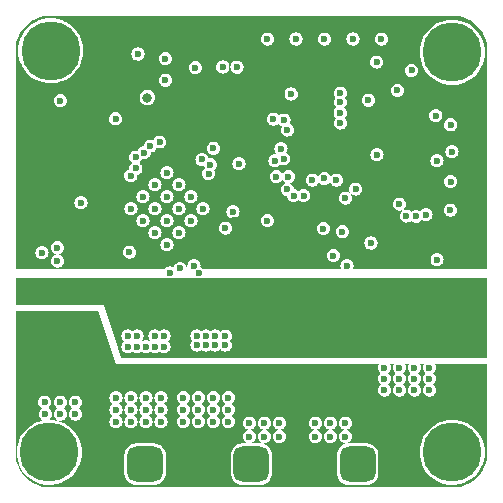
<source format=gbr>
%TF.GenerationSoftware,KiCad,Pcbnew,7.0.6*%
%TF.CreationDate,2023-10-03T21:22:34+08:00*%
%TF.ProjectId,CawDrive,43617744-7269-4766-952e-6b696361645f,rev?*%
%TF.SameCoordinates,Original*%
%TF.FileFunction,Copper,L3,Inr*%
%TF.FilePolarity,Positive*%
%FSLAX46Y46*%
G04 Gerber Fmt 4.6, Leading zero omitted, Abs format (unit mm)*
G04 Created by KiCad (PCBNEW 7.0.6) date 2023-10-03 21:22:34*
%MOMM*%
%LPD*%
G01*
G04 APERTURE LIST*
G04 Aperture macros list*
%AMRoundRect*
0 Rectangle with rounded corners*
0 $1 Rounding radius*
0 $2 $3 $4 $5 $6 $7 $8 $9 X,Y pos of 4 corners*
0 Add a 4 corners polygon primitive as box body*
4,1,4,$2,$3,$4,$5,$6,$7,$8,$9,$2,$3,0*
0 Add four circle primitives for the rounded corners*
1,1,$1+$1,$2,$3*
1,1,$1+$1,$4,$5*
1,1,$1+$1,$6,$7*
1,1,$1+$1,$8,$9*
0 Add four rect primitives between the rounded corners*
20,1,$1+$1,$2,$3,$4,$5,0*
20,1,$1+$1,$4,$5,$6,$7,0*
20,1,$1+$1,$6,$7,$8,$9,0*
20,1,$1+$1,$8,$9,$2,$3,0*%
G04 Aperture macros list end*
%TA.AperFunction,ComponentPad*%
%ADD10RoundRect,0.750000X-0.750000X-0.750000X0.750000X-0.750000X0.750000X0.750000X-0.750000X0.750000X0*%
%TD*%
%TA.AperFunction,ComponentPad*%
%ADD11C,0.800000*%
%TD*%
%TA.AperFunction,ComponentPad*%
%ADD12C,5.000000*%
%TD*%
%TA.AperFunction,ViaPad*%
%ADD13C,0.600000*%
%TD*%
%TA.AperFunction,ViaPad*%
%ADD14C,0.800000*%
%TD*%
G04 APERTURE END LIST*
D10*
%TO.N,GND1*%
%TO.C,H8*%
X158000000Y-96000000D03*
%TD*%
D11*
%TO.N,unconnected-(H2-Pad1)*%
%TO.C,H2*%
X155125000Y-73125000D03*
X155674175Y-71799175D03*
X155674175Y-74450825D03*
X157000000Y-71250000D03*
D12*
X157000000Y-73125000D03*
D11*
X157000000Y-75000000D03*
X158325825Y-71799175D03*
X158325825Y-74450825D03*
X158875000Y-73125000D03*
%TD*%
D10*
%TO.N,/DRV8323RSRGZR/PHASB*%
%TO.C,H6*%
X140000000Y-108000000D03*
%TD*%
D11*
%TO.N,unconnected-(H4-Pad1)*%
%TO.C,H4*%
X121000000Y-107000000D03*
X121549175Y-105674175D03*
X121549175Y-108325825D03*
X122875000Y-105125000D03*
D12*
X122875000Y-107000000D03*
D11*
X122875000Y-108875000D03*
X124200825Y-105674175D03*
X124200825Y-108325825D03*
X124750000Y-107000000D03*
%TD*%
D10*
%TO.N,/DRV8323RSRGZR/PHASC*%
%TO.C,H7*%
X149000000Y-108000000D03*
%TD*%
%TO.N,+36V*%
%TO.C,H9*%
X158000000Y-102000000D03*
%TD*%
D11*
%TO.N,unconnected-(H1-Pad1)*%
%TO.C,H1*%
X121125000Y-73000000D03*
X121674175Y-71674175D03*
X121674175Y-74325825D03*
X123000000Y-71125000D03*
D12*
X123000000Y-73000000D03*
D11*
X123000000Y-74875000D03*
X124325825Y-71674175D03*
X124325825Y-74325825D03*
X124875000Y-73000000D03*
%TD*%
%TO.N,unconnected-(H3-Pad1)*%
%TO.C,H3*%
X155125000Y-107000000D03*
X155674175Y-105674175D03*
X155674175Y-108325825D03*
X157000000Y-105125000D03*
D12*
X157000000Y-107000000D03*
D11*
X157000000Y-108875000D03*
X158325825Y-105674175D03*
X158325825Y-108325825D03*
X158875000Y-107000000D03*
%TD*%
D10*
%TO.N,/DRV8323RSRGZR/PHASA*%
%TO.C,H5*%
X131000000Y-108000000D03*
%TD*%
D13*
%TO.N,GND1*%
X125984000Y-93726000D03*
X148971000Y-94742000D03*
X148971000Y-93980000D03*
X146685000Y-94742000D03*
X146685000Y-93980000D03*
X143510000Y-94742000D03*
X143510000Y-93980000D03*
X141224000Y-94742000D03*
X141224000Y-93980000D03*
%TO.N,/DRV8323RSRGZR/PHASA*%
X125095000Y-103759000D03*
X123825000Y-103759000D03*
X122555000Y-103759000D03*
%TO.N,GND1*%
X138303000Y-94742000D03*
%TO.N,/DRV8323RSRGZR/SPA*%
X132588000Y-98044000D03*
X131826000Y-98044000D03*
X131826000Y-97155000D03*
X130302000Y-97155000D03*
%TO.N,GND1*%
X132461000Y-94742000D03*
X131699000Y-94742000D03*
X130810000Y-94742000D03*
X130048000Y-94742000D03*
%TO.N,+36V*%
X146685000Y-103251000D03*
X145415000Y-103251000D03*
X149225000Y-103251000D03*
X147955000Y-103251000D03*
X146685000Y-102235000D03*
X145415000Y-102235000D03*
X149225000Y-102235000D03*
X147955000Y-102235000D03*
X146685000Y-101219000D03*
X145415000Y-101219000D03*
X149225000Y-101219000D03*
X147955000Y-101219000D03*
X141097000Y-103251000D03*
X143637000Y-103251000D03*
X142367000Y-103251000D03*
X139827000Y-103251000D03*
X141097000Y-102235000D03*
X143637000Y-102235000D03*
X142367000Y-102235000D03*
X139827000Y-102235000D03*
X141097000Y-101219000D03*
X143637000Y-101219000D03*
X142367000Y-101219000D03*
X139827000Y-101219000D03*
%TO.N,/DRV8323RSRGZR/PHASB*%
X136779000Y-102362000D03*
X138049000Y-102362000D03*
X135509000Y-102362000D03*
X134239000Y-102362000D03*
X136779000Y-103378000D03*
X138049000Y-103378000D03*
X135509000Y-103378000D03*
X134239000Y-103378000D03*
%TO.N,/DRV8323RSRGZR/SPA*%
X129540000Y-97155000D03*
%TO.N,/DRV8323RSRGZR/PHASA*%
X131064000Y-102362000D03*
X128524000Y-102362000D03*
X132334000Y-102362000D03*
X129794000Y-102362000D03*
X131064000Y-103378000D03*
X128524000Y-103378000D03*
X132334000Y-103378000D03*
X129794000Y-103378000D03*
X129794000Y-104394000D03*
%TO.N,+36V*%
X126365000Y-101473000D03*
X123825000Y-101473000D03*
X125095000Y-101473000D03*
X122555000Y-101473000D03*
%TO.N,/DRV8323RSRGZR/PHASA*%
X125095000Y-102743000D03*
X123825000Y-102743000D03*
X122500000Y-102750000D03*
%TO.N,GND*%
X122263500Y-90080500D03*
%TO.N,GND1*%
X152527000Y-98425000D03*
X125095000Y-93726000D03*
X124206000Y-93726000D03*
X123317000Y-93726000D03*
X122428000Y-93726000D03*
X121539000Y-93726000D03*
X120650000Y-93726000D03*
X131699000Y-93980000D03*
X147447000Y-93980000D03*
X139700000Y-93980000D03*
%TO.N,GND*%
X132842000Y-83312000D03*
%TO.N,GND1*%
X148209000Y-94742000D03*
%TO.N,GND*%
X135890000Y-86360000D03*
%TO.N,GND1*%
X141986000Y-93980000D03*
%TO.N,GND*%
X129794000Y-86360000D03*
%TO.N,GND1*%
X139700000Y-94742000D03*
X142748000Y-94742000D03*
%TO.N,GND*%
X156874000Y-79274000D03*
%TO.N,GND1*%
X141986000Y-94742000D03*
%TO.N,GND*%
X138773500Y-74384500D03*
%TO.N,GND1*%
X145923000Y-94742000D03*
%TO.N,GND*%
X128510000Y-78760000D03*
X132715000Y-75491000D03*
X123571000Y-90805000D03*
X141351000Y-87376000D03*
%TO.N,GND1*%
X145161000Y-93980000D03*
X136652000Y-93980000D03*
X153797000Y-98425000D03*
%TO.N,GND*%
X133858000Y-86360000D03*
X130810000Y-87376000D03*
%TO.N,GND1*%
X155067000Y-97282000D03*
%TO.N,GND*%
X143360000Y-76660000D03*
X156845000Y-86487000D03*
D14*
X131191000Y-76962000D03*
D13*
X150114000Y-89281000D03*
%TO.N,GND1*%
X130048000Y-93980000D03*
%TO.N,GND*%
X153560000Y-74670000D03*
X132842000Y-85344000D03*
%TO.N,GND1*%
X137541000Y-94742000D03*
%TO.N,GND*%
X134874000Y-87376000D03*
%TO.N,GND1*%
X140462000Y-93980000D03*
X148209000Y-93980000D03*
X140462000Y-94742000D03*
%TO.N,GND*%
X133858000Y-84328000D03*
%TO.N,GND1*%
X132461000Y-93980000D03*
%TO.N,GND*%
X155702000Y-90678000D03*
X131826000Y-84328000D03*
X131826000Y-88392000D03*
X153110000Y-86990000D03*
%TO.N,GND1*%
X136652000Y-94742000D03*
%TO.N,GND*%
X138938000Y-82550000D03*
X130400000Y-73279000D03*
%TO.N,GND1*%
X133096000Y-91821000D03*
%TO.N,GND*%
X131826000Y-86360000D03*
X155702000Y-82296000D03*
X154775500Y-86868000D03*
%TO.N,GND1*%
X145161000Y-94742000D03*
X155067000Y-98425000D03*
X137541000Y-93980000D03*
X142748000Y-93980000D03*
X135532652Y-91844652D03*
X153670000Y-97282000D03*
X147447000Y-94742000D03*
%TO.N,GND*%
X133858000Y-88392000D03*
X130810000Y-85344000D03*
X155610000Y-78486000D03*
X148831905Y-84708095D03*
X141351000Y-72009000D03*
X149910000Y-77180000D03*
X132842000Y-89408000D03*
%TO.N,GND1*%
X130810000Y-93980000D03*
X135890000Y-94742000D03*
X145923000Y-93980000D03*
X135890000Y-93980000D03*
%TO.N,GND*%
X132842000Y-87376000D03*
X134874000Y-85344000D03*
%TO.N,+3.3V*%
X149700000Y-84430000D03*
X149109697Y-77121745D03*
X134112000Y-74422000D03*
X128016000Y-73279000D03*
X138581568Y-87368377D03*
X138557000Y-88646000D03*
X138595882Y-81191882D03*
X156730000Y-76870000D03*
X140000000Y-73198000D03*
X142479937Y-76426750D03*
X150620000Y-84760000D03*
X154940000Y-90678000D03*
X136667162Y-77339220D03*
X140462000Y-85471000D03*
X136652000Y-77978000D03*
X154750000Y-75340000D03*
X136652000Y-76708000D03*
X139480000Y-85450000D03*
X153560000Y-73570000D03*
%TO.N,+5V*%
X123825000Y-77216000D03*
X146939000Y-90356500D03*
X123571000Y-89662000D03*
%TO.N,/RESET*%
X132715000Y-73660000D03*
X150622000Y-81788000D03*
%TO.N,+36V*%
X147955000Y-100203000D03*
X139827000Y-100203000D03*
X149225000Y-100203000D03*
X123825000Y-98425000D03*
X122555000Y-99441000D03*
X125095000Y-98425000D03*
X122555000Y-100457000D03*
X143637000Y-100203000D03*
X142367000Y-100203000D03*
X145415000Y-100203000D03*
X129667000Y-90043000D03*
X126365000Y-99441000D03*
X123825000Y-99441000D03*
X126365000Y-98425000D03*
X125576500Y-85852000D03*
X125095000Y-100457000D03*
X126365000Y-100457000D03*
X146685000Y-100203000D03*
X122555000Y-98425000D03*
X125095000Y-99441000D03*
X123825000Y-100457000D03*
X141097000Y-100203000D03*
%TO.N,/DRV8323RSRGZR/PHASA*%
X131064000Y-104394000D03*
X128524000Y-104394000D03*
X132334000Y-104394000D03*
%TO.N,/DRV8323RSRGZR/PHASB*%
X142367000Y-104521000D03*
X141097000Y-105664000D03*
X138049000Y-104394000D03*
X135509000Y-104394000D03*
X139827000Y-105664000D03*
X134239000Y-104394000D03*
X139827000Y-104521000D03*
X136779000Y-104394000D03*
X142367000Y-105664000D03*
X141097000Y-104521000D03*
%TO.N,/DRV8323RSRGZR/PHASC*%
X146685000Y-105664000D03*
X151257000Y-100750000D03*
X151257000Y-99822000D03*
X145415000Y-104521000D03*
X146685000Y-104521000D03*
X153797000Y-99822000D03*
X151257000Y-101727000D03*
X147955000Y-105664000D03*
X147955000Y-104521000D03*
X155067000Y-99822000D03*
X153797000Y-101727000D03*
X145415000Y-105664000D03*
X152527000Y-101727000D03*
X155067000Y-101727000D03*
X152527000Y-100750000D03*
X155067000Y-100750000D03*
X153797000Y-100750000D03*
X152527000Y-99822000D03*
%TO.N,/SPI1_NSS*%
X147540000Y-79110000D03*
X143764000Y-72009000D03*
%TO.N,/SPI1_MISO*%
X147531910Y-76580000D03*
X148590000Y-72009000D03*
%TO.N,/SPI1_MOSI*%
X147535640Y-77331893D03*
X151003000Y-72009000D03*
%TO.N,/SWDIO*%
X135250000Y-74422000D03*
X142114768Y-83659440D03*
%TO.N,/SWCLK*%
X137578500Y-74366590D03*
X143129000Y-83659440D03*
%TO.N,/DRV8323RSRGZR/SPA*%
X132588000Y-97155000D03*
X131064000Y-98044000D03*
X130302000Y-98044000D03*
X129540000Y-98044000D03*
%TO.N,/DRV8323RSRGZR/SPB*%
X135382000Y-97917000D03*
X136906000Y-97917000D03*
X135128000Y-91186000D03*
X137795000Y-97155000D03*
X133968090Y-91416090D03*
X137795000Y-97917000D03*
X136906000Y-97155000D03*
X135382000Y-97155000D03*
X136144000Y-97155000D03*
X136144000Y-97917000D03*
%TO.N,Net-(U1-BOOT0)*%
X152527000Y-85979000D03*
X147955000Y-85471000D03*
%TO.N,/SPI1_SCK*%
X147510000Y-78260000D03*
X146177000Y-72009000D03*
%TO.N,/SPI3_MISO*%
X144420000Y-85255670D03*
X136780000Y-81250000D03*
%TO.N,/TIM1_PWM_CH1N*%
X143050260Y-79707740D03*
X131440955Y-81056511D03*
%TO.N,/TIM1_PWM_CH2N*%
X142752706Y-78872391D03*
X130197292Y-82010000D03*
%TO.N,/TIM1_PWM_CH3N*%
X141859000Y-78781910D03*
X129788590Y-83581410D03*
%TO.N,/TIM1_PWM_CH1*%
X142494000Y-81280000D03*
X132224647Y-80714647D03*
%TO.N,/TIM1_PWM_CH2*%
X142723301Y-82148540D03*
X130915183Y-81621345D03*
%TO.N,/TIM1_PWM_CH3*%
X141986000Y-82296000D03*
X130211162Y-82959485D03*
%TO.N,/SPI3_NSS*%
X135812032Y-82192032D03*
X143031910Y-84723760D03*
%TO.N,/SPI3_SCK*%
X143570000Y-85255670D03*
X136518470Y-82641189D03*
%TO.N,/SPI3_MOSI*%
X145161000Y-83947000D03*
X136369895Y-83404937D03*
%TO.N,/USART2_TX*%
X152350000Y-76340000D03*
X156870000Y-84074000D03*
%TO.N,/USART2_RX*%
X156972000Y-81534000D03*
X150610000Y-73950000D03*
%TO.N,/ADC1_IN8*%
X138430000Y-86631910D03*
X147193000Y-83947000D03*
%TO.N,/ADC1_IN9*%
X146168292Y-83804782D03*
X137795000Y-88011000D03*
%TO.N,/CAN_RX*%
X147701000Y-88325540D03*
X148082000Y-91186000D03*
%TO.N,/CAN_STB*%
X153940000Y-87010000D03*
X146079510Y-88060000D03*
%TD*%
%TA.AperFunction,Conductor*%
%TO.N,GND1*%
G36*
X159962677Y-92261423D02*
G01*
X159974100Y-92289000D01*
X159974100Y-98961000D01*
X159962677Y-98988577D01*
X159935100Y-99000000D01*
X129028110Y-99000000D01*
X129000533Y-98988577D01*
X128991111Y-98973333D01*
X128732214Y-98196643D01*
X128681334Y-98044003D01*
X128980715Y-98044003D01*
X128999771Y-98188753D01*
X129055644Y-98323641D01*
X129055645Y-98323643D01*
X129144525Y-98439474D01*
X129233406Y-98507674D01*
X129260357Y-98528355D01*
X129360303Y-98569754D01*
X129395246Y-98584228D01*
X129539997Y-98603285D01*
X129540000Y-98603285D01*
X129540003Y-98603285D01*
X129648565Y-98588992D01*
X129684754Y-98584228D01*
X129819643Y-98528355D01*
X129897258Y-98468797D01*
X129926090Y-98461073D01*
X129944741Y-98468797D01*
X130022357Y-98528355D01*
X130122303Y-98569754D01*
X130157246Y-98584228D01*
X130301997Y-98603285D01*
X130302000Y-98603285D01*
X130302003Y-98603285D01*
X130410565Y-98588992D01*
X130446754Y-98584228D01*
X130581643Y-98528355D01*
X130659258Y-98468797D01*
X130688090Y-98461073D01*
X130706741Y-98468797D01*
X130784357Y-98528355D01*
X130884303Y-98569754D01*
X130919246Y-98584228D01*
X131063997Y-98603285D01*
X131064000Y-98603285D01*
X131064003Y-98603285D01*
X131172565Y-98588992D01*
X131208754Y-98584228D01*
X131343643Y-98528355D01*
X131421258Y-98468797D01*
X131450090Y-98461073D01*
X131468741Y-98468797D01*
X131546357Y-98528355D01*
X131646303Y-98569754D01*
X131681246Y-98584228D01*
X131825997Y-98603285D01*
X131826000Y-98603285D01*
X131826003Y-98603285D01*
X131934565Y-98588992D01*
X131970754Y-98584228D01*
X132105643Y-98528355D01*
X132183258Y-98468797D01*
X132212090Y-98461073D01*
X132230741Y-98468797D01*
X132308357Y-98528355D01*
X132408303Y-98569754D01*
X132443246Y-98584228D01*
X132587997Y-98603285D01*
X132588000Y-98603285D01*
X132588003Y-98603285D01*
X132696565Y-98588992D01*
X132732754Y-98584228D01*
X132867643Y-98528355D01*
X132983474Y-98439474D01*
X133072355Y-98323643D01*
X133128228Y-98188754D01*
X133147285Y-98044000D01*
X133147285Y-98043996D01*
X133130566Y-97917003D01*
X134822715Y-97917003D01*
X134841771Y-98061753D01*
X134897644Y-98196641D01*
X134897645Y-98196643D01*
X134986525Y-98312474D01*
X135024741Y-98341798D01*
X135102357Y-98401355D01*
X135194384Y-98439474D01*
X135237246Y-98457228D01*
X135381997Y-98476285D01*
X135382000Y-98476285D01*
X135382003Y-98476285D01*
X135497548Y-98461073D01*
X135526754Y-98457228D01*
X135661643Y-98401355D01*
X135739258Y-98341797D01*
X135768090Y-98334073D01*
X135786741Y-98341797D01*
X135864357Y-98401355D01*
X135956384Y-98439474D01*
X135999246Y-98457228D01*
X136143997Y-98476285D01*
X136144000Y-98476285D01*
X136144003Y-98476285D01*
X136259548Y-98461073D01*
X136288754Y-98457228D01*
X136423643Y-98401355D01*
X136501258Y-98341797D01*
X136530090Y-98334073D01*
X136548741Y-98341797D01*
X136626357Y-98401355D01*
X136718384Y-98439474D01*
X136761246Y-98457228D01*
X136905997Y-98476285D01*
X136906000Y-98476285D01*
X136906003Y-98476285D01*
X137021548Y-98461073D01*
X137050754Y-98457228D01*
X137185643Y-98401355D01*
X137301474Y-98312474D01*
X137309580Y-98301909D01*
X137319559Y-98288906D01*
X137345409Y-98273981D01*
X137374241Y-98281706D01*
X137381441Y-98288906D01*
X137399524Y-98312472D01*
X137399526Y-98312474D01*
X137515357Y-98401355D01*
X137607384Y-98439474D01*
X137650246Y-98457228D01*
X137794997Y-98476285D01*
X137795000Y-98476285D01*
X137795003Y-98476285D01*
X137910548Y-98461073D01*
X137939754Y-98457228D01*
X138074643Y-98401355D01*
X138190474Y-98312474D01*
X138279355Y-98196643D01*
X138335228Y-98061754D01*
X138354285Y-97917000D01*
X138354285Y-97916996D01*
X138335229Y-97772249D01*
X138331961Y-97764359D01*
X138279355Y-97637358D01*
X138219796Y-97559740D01*
X138212072Y-97530910D01*
X138219798Y-97512258D01*
X138226310Y-97503772D01*
X138279355Y-97434643D01*
X138335228Y-97299754D01*
X138354285Y-97155000D01*
X138354285Y-97154996D01*
X138335229Y-97010249D01*
X138279355Y-96875359D01*
X138279354Y-96875357D01*
X138190474Y-96759525D01*
X138074643Y-96670645D01*
X138074641Y-96670644D01*
X137939753Y-96614771D01*
X137795003Y-96595715D01*
X137794997Y-96595715D01*
X137650249Y-96614770D01*
X137515359Y-96670644D01*
X137515357Y-96670645D01*
X137399523Y-96759527D01*
X137381440Y-96783094D01*
X137355590Y-96798018D01*
X137326758Y-96790292D01*
X137319560Y-96783094D01*
X137301476Y-96759527D01*
X137185643Y-96670645D01*
X137185641Y-96670644D01*
X137050753Y-96614771D01*
X136906003Y-96595715D01*
X136905997Y-96595715D01*
X136761249Y-96614770D01*
X136626359Y-96670644D01*
X136626353Y-96670648D01*
X136548741Y-96730201D01*
X136519909Y-96737926D01*
X136501258Y-96730201D01*
X136423643Y-96670645D01*
X136423641Y-96670644D01*
X136288753Y-96614771D01*
X136144003Y-96595715D01*
X136143997Y-96595715D01*
X135999249Y-96614770D01*
X135864359Y-96670644D01*
X135864353Y-96670648D01*
X135786741Y-96730201D01*
X135757909Y-96737926D01*
X135739258Y-96730201D01*
X135661643Y-96670645D01*
X135661641Y-96670644D01*
X135526753Y-96614771D01*
X135382003Y-96595715D01*
X135381997Y-96595715D01*
X135237249Y-96614770D01*
X135102359Y-96670644D01*
X135102357Y-96670645D01*
X134986525Y-96759525D01*
X134897645Y-96875357D01*
X134897644Y-96875359D01*
X134841770Y-97010249D01*
X134822715Y-97154996D01*
X134822715Y-97155003D01*
X134841771Y-97299753D01*
X134897644Y-97434641D01*
X134897645Y-97434643D01*
X134957201Y-97512258D01*
X134964926Y-97541091D01*
X134957201Y-97559741D01*
X134897648Y-97637353D01*
X134897644Y-97637359D01*
X134841770Y-97772249D01*
X134822715Y-97916996D01*
X134822715Y-97917003D01*
X133130566Y-97917003D01*
X133128229Y-97899249D01*
X133128228Y-97899246D01*
X133072355Y-97764358D01*
X132983474Y-97648526D01*
X132983472Y-97648525D01*
X132983472Y-97648524D01*
X132959906Y-97630441D01*
X132944981Y-97604591D01*
X132952706Y-97575759D01*
X132959906Y-97568559D01*
X132972909Y-97558580D01*
X132983474Y-97550474D01*
X133072355Y-97434643D01*
X133128228Y-97299754D01*
X133147285Y-97155000D01*
X133147285Y-97154996D01*
X133128229Y-97010249D01*
X133072355Y-96875359D01*
X133072354Y-96875357D01*
X132983474Y-96759525D01*
X132867643Y-96670645D01*
X132867641Y-96670644D01*
X132732753Y-96614771D01*
X132588003Y-96595715D01*
X132587997Y-96595715D01*
X132443249Y-96614770D01*
X132308359Y-96670644D01*
X132308353Y-96670648D01*
X132230741Y-96730201D01*
X132201909Y-96737926D01*
X132183258Y-96730201D01*
X132105643Y-96670645D01*
X132105641Y-96670644D01*
X131970753Y-96614771D01*
X131826003Y-96595715D01*
X131825997Y-96595715D01*
X131681249Y-96614770D01*
X131546359Y-96670644D01*
X131546357Y-96670645D01*
X131430525Y-96759525D01*
X131341645Y-96875357D01*
X131341644Y-96875359D01*
X131285770Y-97010249D01*
X131266715Y-97154996D01*
X131266715Y-97155003D01*
X131285771Y-97299753D01*
X131341644Y-97434641D01*
X131341645Y-97434643D01*
X131392907Y-97501448D01*
X131400632Y-97530280D01*
X131385708Y-97556131D01*
X131356876Y-97563856D01*
X131346168Y-97560224D01*
X131346004Y-97560623D01*
X131208753Y-97503771D01*
X131064003Y-97484715D01*
X131063997Y-97484715D01*
X130919249Y-97503770D01*
X130781997Y-97560623D01*
X130781533Y-97559503D01*
X130755899Y-97562852D01*
X130732237Y-97544656D01*
X130728371Y-97515058D01*
X130735091Y-97501450D01*
X130786355Y-97434643D01*
X130842228Y-97299754D01*
X130861285Y-97155000D01*
X130861285Y-97154996D01*
X130842229Y-97010249D01*
X130786355Y-96875359D01*
X130786354Y-96875357D01*
X130697474Y-96759525D01*
X130581643Y-96670645D01*
X130581641Y-96670644D01*
X130446753Y-96614771D01*
X130302003Y-96595715D01*
X130301997Y-96595715D01*
X130157249Y-96614770D01*
X130022359Y-96670644D01*
X130022353Y-96670648D01*
X129944741Y-96730201D01*
X129915909Y-96737926D01*
X129897258Y-96730201D01*
X129819643Y-96670645D01*
X129819641Y-96670644D01*
X129684753Y-96614771D01*
X129540003Y-96595715D01*
X129539997Y-96595715D01*
X129395249Y-96614770D01*
X129260359Y-96670644D01*
X129260357Y-96670645D01*
X129144525Y-96759525D01*
X129055645Y-96875357D01*
X129055644Y-96875359D01*
X128999770Y-97010249D01*
X128980715Y-97154996D01*
X128980715Y-97155003D01*
X128999771Y-97299753D01*
X129055644Y-97434641D01*
X129055645Y-97434643D01*
X129144527Y-97550476D01*
X129168094Y-97568560D01*
X129183018Y-97594410D01*
X129175292Y-97623242D01*
X129168094Y-97630440D01*
X129144527Y-97648523D01*
X129055645Y-97764357D01*
X129055644Y-97764359D01*
X128999770Y-97899249D01*
X128980715Y-98043996D01*
X128980715Y-98044003D01*
X128681334Y-98044003D01*
X127500000Y-94500000D01*
X127499999Y-94500000D01*
X120064900Y-94500000D01*
X120037323Y-94488577D01*
X120025900Y-94461000D01*
X120025900Y-92289000D01*
X120037323Y-92261423D01*
X120064900Y-92250000D01*
X159935100Y-92250000D01*
X159962677Y-92261423D01*
G37*
%TD.AperFunction*%
%TD*%
%TA.AperFunction,Conductor*%
%TO.N,+36V*%
G36*
X126999467Y-95011423D02*
G01*
X127008889Y-95026666D01*
X128500000Y-99500000D01*
X150731823Y-99500000D01*
X150759400Y-99511423D01*
X150770823Y-99539000D01*
X150767854Y-99553925D01*
X150716770Y-99677249D01*
X150697715Y-99821996D01*
X150697715Y-99822003D01*
X150716771Y-99966753D01*
X150772644Y-100101641D01*
X150772645Y-100101643D01*
X150861525Y-100217474D01*
X150910507Y-100255059D01*
X150925431Y-100280910D01*
X150917706Y-100309742D01*
X150910507Y-100316941D01*
X150861525Y-100354525D01*
X150772645Y-100470357D01*
X150772644Y-100470359D01*
X150716770Y-100605249D01*
X150697715Y-100749996D01*
X150697715Y-100750003D01*
X150716771Y-100894753D01*
X150772644Y-101029641D01*
X150772645Y-101029643D01*
X150861525Y-101145474D01*
X150942436Y-101207559D01*
X150957360Y-101233410D01*
X150949635Y-101262242D01*
X150942436Y-101269441D01*
X150861525Y-101331525D01*
X150772645Y-101447357D01*
X150772644Y-101447359D01*
X150716770Y-101582249D01*
X150697715Y-101726996D01*
X150697715Y-101727003D01*
X150716771Y-101871753D01*
X150772644Y-102006641D01*
X150772645Y-102006643D01*
X150861525Y-102122474D01*
X150941336Y-102183715D01*
X150977357Y-102211355D01*
X151091525Y-102258645D01*
X151112246Y-102267228D01*
X151256997Y-102286285D01*
X151257000Y-102286285D01*
X151257003Y-102286285D01*
X151365565Y-102271992D01*
X151401754Y-102267228D01*
X151536643Y-102211355D01*
X151652474Y-102122474D01*
X151741355Y-102006643D01*
X151797228Y-101871754D01*
X151816285Y-101727000D01*
X151816285Y-101726996D01*
X151797229Y-101582249D01*
X151741355Y-101447359D01*
X151741354Y-101447357D01*
X151652474Y-101331525D01*
X151605328Y-101295349D01*
X151571562Y-101269439D01*
X151556639Y-101243591D01*
X151564364Y-101214758D01*
X151571559Y-101207562D01*
X151652474Y-101145474D01*
X151741355Y-101029643D01*
X151797228Y-100894754D01*
X151816285Y-100750000D01*
X151816285Y-100749996D01*
X151797229Y-100605249D01*
X151741355Y-100470359D01*
X151741354Y-100470357D01*
X151652474Y-100354525D01*
X151618724Y-100328629D01*
X151603490Y-100316939D01*
X151588567Y-100291090D01*
X151596292Y-100262257D01*
X151603491Y-100255059D01*
X151652474Y-100217474D01*
X151741355Y-100101643D01*
X151797228Y-99966754D01*
X151816285Y-99822000D01*
X151816285Y-99821996D01*
X151797229Y-99677249D01*
X151746146Y-99553925D01*
X151746146Y-99524075D01*
X151767252Y-99502969D01*
X151782177Y-99500000D01*
X152001823Y-99500000D01*
X152029400Y-99511423D01*
X152040823Y-99539000D01*
X152037854Y-99553925D01*
X151986770Y-99677249D01*
X151967715Y-99821996D01*
X151967715Y-99822003D01*
X151986771Y-99966753D01*
X152042644Y-100101641D01*
X152042645Y-100101643D01*
X152131525Y-100217474D01*
X152180507Y-100255059D01*
X152195431Y-100280910D01*
X152187706Y-100309742D01*
X152180507Y-100316941D01*
X152131525Y-100354525D01*
X152042645Y-100470357D01*
X152042644Y-100470359D01*
X151986770Y-100605249D01*
X151967715Y-100749996D01*
X151967715Y-100750003D01*
X151986771Y-100894753D01*
X152042644Y-101029641D01*
X152042645Y-101029643D01*
X152131525Y-101145474D01*
X152212436Y-101207559D01*
X152227360Y-101233410D01*
X152219635Y-101262242D01*
X152212436Y-101269441D01*
X152131525Y-101331525D01*
X152042645Y-101447357D01*
X152042644Y-101447359D01*
X151986770Y-101582249D01*
X151967715Y-101726996D01*
X151967715Y-101727003D01*
X151986771Y-101871753D01*
X152042644Y-102006641D01*
X152042645Y-102006643D01*
X152131525Y-102122474D01*
X152211336Y-102183715D01*
X152247357Y-102211355D01*
X152361525Y-102258645D01*
X152382246Y-102267228D01*
X152526997Y-102286285D01*
X152527000Y-102286285D01*
X152527003Y-102286285D01*
X152635565Y-102271992D01*
X152671754Y-102267228D01*
X152806643Y-102211355D01*
X152922474Y-102122474D01*
X153011355Y-102006643D01*
X153067228Y-101871754D01*
X153086285Y-101727000D01*
X153086285Y-101726996D01*
X153067229Y-101582249D01*
X153011355Y-101447359D01*
X153011354Y-101447357D01*
X152922474Y-101331525D01*
X152875328Y-101295349D01*
X152841562Y-101269439D01*
X152826639Y-101243591D01*
X152834364Y-101214758D01*
X152841559Y-101207562D01*
X152922474Y-101145474D01*
X153011355Y-101029643D01*
X153067228Y-100894754D01*
X153086285Y-100750000D01*
X153086285Y-100749996D01*
X153067229Y-100605249D01*
X153011355Y-100470359D01*
X153011354Y-100470357D01*
X152922474Y-100354525D01*
X152888724Y-100328629D01*
X152873490Y-100316939D01*
X152858567Y-100291090D01*
X152866292Y-100262257D01*
X152873491Y-100255059D01*
X152922474Y-100217474D01*
X153011355Y-100101643D01*
X153067228Y-99966754D01*
X153086285Y-99822000D01*
X153086285Y-99821996D01*
X153067229Y-99677249D01*
X153016146Y-99553925D01*
X153016146Y-99524075D01*
X153037252Y-99502969D01*
X153052177Y-99500000D01*
X153271823Y-99500000D01*
X153299400Y-99511423D01*
X153310823Y-99539000D01*
X153307854Y-99553925D01*
X153256770Y-99677249D01*
X153237715Y-99821996D01*
X153237715Y-99822003D01*
X153256771Y-99966753D01*
X153312644Y-100101641D01*
X153312645Y-100101643D01*
X153401525Y-100217474D01*
X153450507Y-100255059D01*
X153465431Y-100280910D01*
X153457706Y-100309742D01*
X153450507Y-100316941D01*
X153401525Y-100354525D01*
X153312645Y-100470357D01*
X153312644Y-100470359D01*
X153256770Y-100605249D01*
X153237715Y-100749996D01*
X153237715Y-100750003D01*
X153256771Y-100894753D01*
X153312644Y-101029641D01*
X153312645Y-101029643D01*
X153401525Y-101145474D01*
X153482436Y-101207559D01*
X153497360Y-101233410D01*
X153489635Y-101262242D01*
X153482436Y-101269441D01*
X153401525Y-101331525D01*
X153312645Y-101447357D01*
X153312644Y-101447359D01*
X153256770Y-101582249D01*
X153237715Y-101726996D01*
X153237715Y-101727003D01*
X153256771Y-101871753D01*
X153312644Y-102006641D01*
X153312645Y-102006643D01*
X153401525Y-102122474D01*
X153481336Y-102183715D01*
X153517357Y-102211355D01*
X153631525Y-102258645D01*
X153652246Y-102267228D01*
X153796997Y-102286285D01*
X153797000Y-102286285D01*
X153797003Y-102286285D01*
X153905565Y-102271992D01*
X153941754Y-102267228D01*
X154076643Y-102211355D01*
X154192474Y-102122474D01*
X154281355Y-102006643D01*
X154337228Y-101871754D01*
X154356285Y-101727000D01*
X154356285Y-101726996D01*
X154337229Y-101582249D01*
X154281355Y-101447359D01*
X154281354Y-101447357D01*
X154192474Y-101331525D01*
X154145328Y-101295349D01*
X154111562Y-101269439D01*
X154096639Y-101243591D01*
X154104364Y-101214758D01*
X154111559Y-101207562D01*
X154192474Y-101145474D01*
X154281355Y-101029643D01*
X154337228Y-100894754D01*
X154356285Y-100750000D01*
X154356285Y-100749996D01*
X154337229Y-100605249D01*
X154281355Y-100470359D01*
X154281354Y-100470357D01*
X154192474Y-100354525D01*
X154158724Y-100328629D01*
X154143490Y-100316939D01*
X154128567Y-100291090D01*
X154136292Y-100262257D01*
X154143491Y-100255059D01*
X154192474Y-100217474D01*
X154281355Y-100101643D01*
X154337228Y-99966754D01*
X154356285Y-99822000D01*
X154356285Y-99821996D01*
X154337229Y-99677249D01*
X154286146Y-99553925D01*
X154286146Y-99524075D01*
X154307252Y-99502969D01*
X154322177Y-99500000D01*
X154541823Y-99500000D01*
X154569400Y-99511423D01*
X154580823Y-99539000D01*
X154577854Y-99553925D01*
X154526770Y-99677249D01*
X154507715Y-99821996D01*
X154507715Y-99822003D01*
X154526771Y-99966753D01*
X154582644Y-100101641D01*
X154582645Y-100101643D01*
X154671525Y-100217474D01*
X154720507Y-100255059D01*
X154735431Y-100280910D01*
X154727706Y-100309742D01*
X154720507Y-100316941D01*
X154671525Y-100354525D01*
X154582645Y-100470357D01*
X154582644Y-100470359D01*
X154526770Y-100605249D01*
X154507715Y-100749996D01*
X154507715Y-100750003D01*
X154526771Y-100894753D01*
X154582644Y-101029641D01*
X154582645Y-101029643D01*
X154671525Y-101145474D01*
X154752436Y-101207559D01*
X154767360Y-101233410D01*
X154759635Y-101262242D01*
X154752436Y-101269441D01*
X154671525Y-101331525D01*
X154582645Y-101447357D01*
X154582644Y-101447359D01*
X154526770Y-101582249D01*
X154507715Y-101726996D01*
X154507715Y-101727003D01*
X154526771Y-101871753D01*
X154582644Y-102006641D01*
X154582645Y-102006643D01*
X154671525Y-102122474D01*
X154751336Y-102183715D01*
X154787357Y-102211355D01*
X154901525Y-102258645D01*
X154922246Y-102267228D01*
X155066997Y-102286285D01*
X155067000Y-102286285D01*
X155067003Y-102286285D01*
X155175565Y-102271992D01*
X155211754Y-102267228D01*
X155346643Y-102211355D01*
X155462474Y-102122474D01*
X155551355Y-102006643D01*
X155607228Y-101871754D01*
X155626285Y-101727000D01*
X155626285Y-101726996D01*
X155607229Y-101582249D01*
X155551355Y-101447359D01*
X155551354Y-101447357D01*
X155462474Y-101331525D01*
X155415328Y-101295349D01*
X155381562Y-101269439D01*
X155366639Y-101243591D01*
X155374364Y-101214758D01*
X155381559Y-101207562D01*
X155462474Y-101145474D01*
X155551355Y-101029643D01*
X155607228Y-100894754D01*
X155626285Y-100750000D01*
X155626285Y-100749996D01*
X155607229Y-100605249D01*
X155551355Y-100470359D01*
X155551354Y-100470357D01*
X155462474Y-100354525D01*
X155428724Y-100328629D01*
X155413490Y-100316939D01*
X155398567Y-100291090D01*
X155406292Y-100262257D01*
X155413491Y-100255059D01*
X155462474Y-100217474D01*
X155551355Y-100101643D01*
X155607228Y-99966754D01*
X155626285Y-99822000D01*
X155626285Y-99821996D01*
X155607229Y-99677249D01*
X155556146Y-99553925D01*
X155556146Y-99524075D01*
X155577252Y-99502969D01*
X155592177Y-99500000D01*
X159935100Y-99500000D01*
X159962677Y-99511423D01*
X159974100Y-99539000D01*
X159974100Y-106999481D01*
X159974073Y-107000501D01*
X159957860Y-107309859D01*
X159957647Y-107311890D01*
X159909268Y-107617342D01*
X159908843Y-107619340D01*
X159828802Y-107918056D01*
X159828171Y-107919999D01*
X159717341Y-108208722D01*
X159716510Y-108210588D01*
X159576110Y-108486139D01*
X159575088Y-108487907D01*
X159406654Y-108747273D01*
X159405453Y-108748926D01*
X159210829Y-108989267D01*
X159209462Y-108990785D01*
X158990785Y-109209462D01*
X158989267Y-109210829D01*
X158748926Y-109405453D01*
X158747273Y-109406654D01*
X158487907Y-109575088D01*
X158486139Y-109576110D01*
X158210588Y-109716510D01*
X158208722Y-109717341D01*
X157919999Y-109828171D01*
X157918056Y-109828802D01*
X157619340Y-109908843D01*
X157617342Y-109909268D01*
X157311890Y-109957647D01*
X157309859Y-109957860D01*
X157000501Y-109974073D01*
X156999481Y-109974100D01*
X123000519Y-109974100D01*
X122999499Y-109974073D01*
X122690140Y-109957860D01*
X122688109Y-109957647D01*
X122382657Y-109909268D01*
X122380659Y-109908843D01*
X122081943Y-109828802D01*
X122080000Y-109828171D01*
X121791277Y-109717341D01*
X121789411Y-109716510D01*
X121521907Y-109580210D01*
X121513855Y-109576107D01*
X121512092Y-109575088D01*
X121252726Y-109406654D01*
X121251073Y-109405453D01*
X121010732Y-109210829D01*
X121009214Y-109209462D01*
X120790537Y-108990785D01*
X120789170Y-108989267D01*
X120594546Y-108748926D01*
X120593345Y-108747273D01*
X120424911Y-108487907D01*
X120423895Y-108486150D01*
X120283487Y-108210584D01*
X120282658Y-108208722D01*
X120171825Y-107919991D01*
X120171197Y-107918056D01*
X120091156Y-107619340D01*
X120090731Y-107617342D01*
X120045636Y-107332626D01*
X120042351Y-107311884D01*
X120042139Y-107309859D01*
X120025927Y-107000501D01*
X120025914Y-106999999D01*
X120115465Y-106999999D01*
X120135584Y-107332626D01*
X120135585Y-107332630D01*
X120195651Y-107660400D01*
X120294787Y-107978538D01*
X120294789Y-107978545D01*
X120398384Y-108208722D01*
X120431553Y-108282420D01*
X120603947Y-108567595D01*
X120809458Y-108829910D01*
X121045090Y-109065542D01*
X121307405Y-109271053D01*
X121592580Y-109443447D01*
X121744517Y-109511828D01*
X121896454Y-109580210D01*
X121896461Y-109580212D01*
X122214599Y-109679348D01*
X122542369Y-109739414D01*
X122542373Y-109739415D01*
X122578270Y-109741586D01*
X122875000Y-109759535D01*
X123188653Y-109740562D01*
X123207626Y-109739415D01*
X123207630Y-109739414D01*
X123330071Y-109716976D01*
X123535400Y-109679348D01*
X123853545Y-109580210D01*
X124157420Y-109443447D01*
X124442595Y-109271053D01*
X124704910Y-109065542D01*
X124940542Y-108829910D01*
X124957502Y-108808262D01*
X129245500Y-108808262D01*
X129247425Y-108829910D01*
X129256156Y-108928126D01*
X129312358Y-109124541D01*
X129356717Y-109209462D01*
X129406946Y-109305620D01*
X129536048Y-109463952D01*
X129694380Y-109593054D01*
X129875460Y-109687642D01*
X130071872Y-109743843D01*
X130191738Y-109754500D01*
X130191743Y-109754500D01*
X131808257Y-109754500D01*
X131808262Y-109754500D01*
X131928128Y-109743843D01*
X132124540Y-109687642D01*
X132305620Y-109593054D01*
X132463952Y-109463952D01*
X132593054Y-109305620D01*
X132687642Y-109124540D01*
X132743843Y-108928128D01*
X132754500Y-108808262D01*
X138245500Y-108808262D01*
X138247425Y-108829910D01*
X138256156Y-108928126D01*
X138312358Y-109124541D01*
X138356717Y-109209462D01*
X138406946Y-109305620D01*
X138536048Y-109463952D01*
X138694380Y-109593054D01*
X138875460Y-109687642D01*
X139071872Y-109743843D01*
X139191738Y-109754500D01*
X139191743Y-109754500D01*
X140808257Y-109754500D01*
X140808262Y-109754500D01*
X140928128Y-109743843D01*
X141124540Y-109687642D01*
X141305620Y-109593054D01*
X141463952Y-109463952D01*
X141593054Y-109305620D01*
X141687642Y-109124540D01*
X141743843Y-108928128D01*
X141754500Y-108808262D01*
X147245500Y-108808262D01*
X147247425Y-108829910D01*
X147256156Y-108928126D01*
X147312358Y-109124541D01*
X147356717Y-109209462D01*
X147406946Y-109305620D01*
X147536048Y-109463952D01*
X147694380Y-109593054D01*
X147875460Y-109687642D01*
X148071872Y-109743843D01*
X148191738Y-109754500D01*
X148191743Y-109754500D01*
X149808257Y-109754500D01*
X149808262Y-109754500D01*
X149928128Y-109743843D01*
X150124540Y-109687642D01*
X150305620Y-109593054D01*
X150463952Y-109463952D01*
X150593054Y-109305620D01*
X150687642Y-109124540D01*
X150743843Y-108928128D01*
X150754500Y-108808262D01*
X150754500Y-107191738D01*
X150743843Y-107071872D01*
X150723277Y-106999999D01*
X154240465Y-106999999D01*
X154260584Y-107332626D01*
X154260585Y-107332630D01*
X154320651Y-107660400D01*
X154419787Y-107978538D01*
X154419789Y-107978545D01*
X154523384Y-108208722D01*
X154556553Y-108282420D01*
X154728947Y-108567595D01*
X154934458Y-108829910D01*
X155170090Y-109065542D01*
X155432405Y-109271053D01*
X155717580Y-109443447D01*
X155869517Y-109511828D01*
X156021454Y-109580210D01*
X156021461Y-109580212D01*
X156339599Y-109679348D01*
X156667369Y-109739414D01*
X156667373Y-109739415D01*
X156703270Y-109741586D01*
X157000000Y-109759535D01*
X157313653Y-109740562D01*
X157332626Y-109739415D01*
X157332630Y-109739414D01*
X157455071Y-109716976D01*
X157660400Y-109679348D01*
X157978545Y-109580210D01*
X158282420Y-109443447D01*
X158567595Y-109271053D01*
X158829910Y-109065542D01*
X159065542Y-108829910D01*
X159271053Y-108567595D01*
X159443447Y-108282420D01*
X159580210Y-107978545D01*
X159679348Y-107660400D01*
X159739415Y-107332625D01*
X159759535Y-107000000D01*
X159741586Y-106703270D01*
X159739415Y-106667373D01*
X159739414Y-106667369D01*
X159679348Y-106339599D01*
X159580212Y-106021461D01*
X159580210Y-106021454D01*
X159484481Y-105808754D01*
X159443447Y-105717580D01*
X159271053Y-105432405D01*
X159065542Y-105170090D01*
X158829910Y-104934458D01*
X158567595Y-104728947D01*
X158282420Y-104556553D01*
X158282418Y-104556552D01*
X157978545Y-104419789D01*
X157978538Y-104419787D01*
X157660400Y-104320651D01*
X157332630Y-104260585D01*
X157332626Y-104260584D01*
X157000000Y-104240465D01*
X156667373Y-104260584D01*
X156667369Y-104260585D01*
X156339599Y-104320651D01*
X156021461Y-104419787D01*
X156021454Y-104419789D01*
X155717581Y-104556552D01*
X155432405Y-104728947D01*
X155170093Y-104934455D01*
X155170087Y-104934460D01*
X154934460Y-105170087D01*
X154934455Y-105170093D01*
X154728947Y-105432405D01*
X154556552Y-105717581D01*
X154419789Y-106021454D01*
X154419787Y-106021461D01*
X154320651Y-106339599D01*
X154260585Y-106667369D01*
X154260584Y-106667373D01*
X154240465Y-106999999D01*
X150723277Y-106999999D01*
X150687642Y-106875460D01*
X150593054Y-106694380D01*
X150463952Y-106536048D01*
X150305620Y-106406946D01*
X150215080Y-106359652D01*
X150124541Y-106312358D01*
X149928126Y-106256156D01*
X149850323Y-106249239D01*
X149808262Y-106245500D01*
X148196181Y-106245500D01*
X148168604Y-106234077D01*
X148157181Y-106206500D01*
X148168604Y-106178923D01*
X148181256Y-106170469D01*
X148196213Y-106164273D01*
X148234643Y-106148355D01*
X148350474Y-106059474D01*
X148439355Y-105943643D01*
X148495228Y-105808754D01*
X148514285Y-105664000D01*
X148514285Y-105663996D01*
X148495229Y-105519249D01*
X148439355Y-105384359D01*
X148439354Y-105384357D01*
X148350474Y-105268525D01*
X148234643Y-105179645D01*
X148234641Y-105179644D01*
X148111244Y-105128531D01*
X148090138Y-105107425D01*
X148090138Y-105077575D01*
X148111244Y-105056469D01*
X148146115Y-105042024D01*
X148234643Y-105005355D01*
X148350474Y-104916474D01*
X148439355Y-104800643D01*
X148495228Y-104665754D01*
X148499992Y-104629565D01*
X148514285Y-104521003D01*
X148514285Y-104520996D01*
X148495229Y-104376249D01*
X148491256Y-104366657D01*
X148439355Y-104241358D01*
X148410254Y-104203433D01*
X148350474Y-104125525D01*
X148234643Y-104036645D01*
X148234641Y-104036644D01*
X148099753Y-103980771D01*
X147955003Y-103961715D01*
X147954997Y-103961715D01*
X147810249Y-103980770D01*
X147675359Y-104036644D01*
X147675357Y-104036645D01*
X147559525Y-104125525D01*
X147470645Y-104241357D01*
X147470644Y-104241359D01*
X147414770Y-104376249D01*
X147395715Y-104520996D01*
X147395715Y-104521003D01*
X147414771Y-104665753D01*
X147470644Y-104800641D01*
X147470645Y-104800643D01*
X147559525Y-104916474D01*
X147648406Y-104984674D01*
X147675357Y-105005355D01*
X147744378Y-105033944D01*
X147798756Y-105056469D01*
X147819862Y-105077575D01*
X147819862Y-105107425D01*
X147798756Y-105128531D01*
X147675359Y-105179644D01*
X147675357Y-105179645D01*
X147559525Y-105268525D01*
X147470645Y-105384357D01*
X147470644Y-105384359D01*
X147414770Y-105519249D01*
X147395715Y-105663996D01*
X147395715Y-105664003D01*
X147414771Y-105808753D01*
X147470644Y-105943641D01*
X147470645Y-105943643D01*
X147559525Y-106059474D01*
X147648406Y-106127674D01*
X147675357Y-106148355D01*
X147810246Y-106204228D01*
X147927566Y-106219673D01*
X147953417Y-106234597D01*
X147961142Y-106263429D01*
X147946218Y-106289280D01*
X147933205Y-106295834D01*
X147875458Y-106312358D01*
X147694380Y-106406946D01*
X147694377Y-106406948D01*
X147536048Y-106536048D01*
X147406948Y-106694377D01*
X147406946Y-106694380D01*
X147312358Y-106875458D01*
X147256156Y-107071873D01*
X147248994Y-107152435D01*
X147245500Y-107191738D01*
X147245500Y-108808262D01*
X141754500Y-108808262D01*
X141754500Y-107191738D01*
X141743843Y-107071872D01*
X141687642Y-106875460D01*
X141593054Y-106694380D01*
X141463952Y-106536048D01*
X141305620Y-106406946D01*
X141215080Y-106359652D01*
X141124541Y-106312358D01*
X141077912Y-106299016D01*
X141054541Y-106280448D01*
X141051146Y-106250792D01*
X141069714Y-106227421D01*
X141093732Y-106222855D01*
X141096998Y-106223285D01*
X141097000Y-106223285D01*
X141097003Y-106223285D01*
X141224496Y-106206500D01*
X141241754Y-106204228D01*
X141376643Y-106148355D01*
X141492474Y-106059474D01*
X141581355Y-105943643D01*
X141637228Y-105808754D01*
X141656285Y-105664003D01*
X141807715Y-105664003D01*
X141826771Y-105808753D01*
X141882644Y-105943641D01*
X141882645Y-105943643D01*
X141971525Y-106059474D01*
X142060405Y-106127674D01*
X142087357Y-106148355D01*
X142204222Y-106196762D01*
X142222246Y-106204228D01*
X142366997Y-106223285D01*
X142367000Y-106223285D01*
X142367003Y-106223285D01*
X142494496Y-106206500D01*
X142511754Y-106204228D01*
X142646643Y-106148355D01*
X142762474Y-106059474D01*
X142851355Y-105943643D01*
X142907228Y-105808754D01*
X142926285Y-105664003D01*
X144855715Y-105664003D01*
X144874771Y-105808753D01*
X144930644Y-105943641D01*
X144930645Y-105943643D01*
X145019525Y-106059474D01*
X145108405Y-106127674D01*
X145135357Y-106148355D01*
X145252222Y-106196762D01*
X145270246Y-106204228D01*
X145414997Y-106223285D01*
X145415000Y-106223285D01*
X145415003Y-106223285D01*
X145542496Y-106206500D01*
X145559754Y-106204228D01*
X145694643Y-106148355D01*
X145810474Y-106059474D01*
X145899355Y-105943643D01*
X145955228Y-105808754D01*
X145974285Y-105664003D01*
X146125715Y-105664003D01*
X146144771Y-105808753D01*
X146200644Y-105943641D01*
X146200645Y-105943643D01*
X146289525Y-106059474D01*
X146378405Y-106127674D01*
X146405357Y-106148355D01*
X146522222Y-106196762D01*
X146540246Y-106204228D01*
X146684997Y-106223285D01*
X146685000Y-106223285D01*
X146685003Y-106223285D01*
X146812496Y-106206500D01*
X146829754Y-106204228D01*
X146964643Y-106148355D01*
X147080474Y-106059474D01*
X147169355Y-105943643D01*
X147225228Y-105808754D01*
X147244285Y-105664000D01*
X147244285Y-105663996D01*
X147225229Y-105519249D01*
X147169355Y-105384359D01*
X147169354Y-105384357D01*
X147080474Y-105268525D01*
X146964643Y-105179645D01*
X146964641Y-105179644D01*
X146841244Y-105128531D01*
X146820138Y-105107425D01*
X146820138Y-105077575D01*
X146841244Y-105056469D01*
X146876115Y-105042024D01*
X146964643Y-105005355D01*
X147080474Y-104916474D01*
X147169355Y-104800643D01*
X147225228Y-104665754D01*
X147229992Y-104629565D01*
X147244285Y-104521003D01*
X147244285Y-104520996D01*
X147225229Y-104376249D01*
X147221256Y-104366657D01*
X147169355Y-104241358D01*
X147140254Y-104203433D01*
X147080474Y-104125525D01*
X146964643Y-104036645D01*
X146964641Y-104036644D01*
X146829753Y-103980771D01*
X146685003Y-103961715D01*
X146684997Y-103961715D01*
X146540249Y-103980770D01*
X146405359Y-104036644D01*
X146405357Y-104036645D01*
X146289525Y-104125525D01*
X146200645Y-104241357D01*
X146200644Y-104241359D01*
X146144770Y-104376249D01*
X146125715Y-104520996D01*
X146125715Y-104521003D01*
X146144771Y-104665753D01*
X146200644Y-104800641D01*
X146200645Y-104800643D01*
X146289525Y-104916474D01*
X146378406Y-104984674D01*
X146405357Y-105005355D01*
X146474378Y-105033944D01*
X146528756Y-105056469D01*
X146549862Y-105077575D01*
X146549862Y-105107425D01*
X146528756Y-105128531D01*
X146405359Y-105179644D01*
X146405357Y-105179645D01*
X146289525Y-105268525D01*
X146200645Y-105384357D01*
X146200644Y-105384359D01*
X146144770Y-105519249D01*
X146125715Y-105663996D01*
X146125715Y-105664003D01*
X145974285Y-105664003D01*
X145974285Y-105664000D01*
X145974285Y-105663996D01*
X145955229Y-105519249D01*
X145899355Y-105384359D01*
X145899354Y-105384357D01*
X145810474Y-105268525D01*
X145694643Y-105179645D01*
X145694641Y-105179644D01*
X145571244Y-105128531D01*
X145550138Y-105107425D01*
X145550138Y-105077575D01*
X145571244Y-105056469D01*
X145606115Y-105042024D01*
X145694643Y-105005355D01*
X145810474Y-104916474D01*
X145899355Y-104800643D01*
X145955228Y-104665754D01*
X145959992Y-104629565D01*
X145974285Y-104521003D01*
X145974285Y-104520996D01*
X145955229Y-104376249D01*
X145951256Y-104366657D01*
X145899355Y-104241358D01*
X145870254Y-104203433D01*
X145810474Y-104125525D01*
X145694643Y-104036645D01*
X145694641Y-104036644D01*
X145559753Y-103980771D01*
X145415003Y-103961715D01*
X145414997Y-103961715D01*
X145270249Y-103980770D01*
X145135359Y-104036644D01*
X145135357Y-104036645D01*
X145019525Y-104125525D01*
X144930645Y-104241357D01*
X144930644Y-104241359D01*
X144874770Y-104376249D01*
X144855715Y-104520996D01*
X144855715Y-104521003D01*
X144874771Y-104665753D01*
X144930644Y-104800641D01*
X144930645Y-104800643D01*
X145019525Y-104916474D01*
X145108406Y-104984674D01*
X145135357Y-105005355D01*
X145204378Y-105033944D01*
X145258756Y-105056469D01*
X145279862Y-105077575D01*
X145279862Y-105107425D01*
X145258756Y-105128531D01*
X145135359Y-105179644D01*
X145135357Y-105179645D01*
X145019525Y-105268525D01*
X144930645Y-105384357D01*
X144930644Y-105384359D01*
X144874770Y-105519249D01*
X144855715Y-105663996D01*
X144855715Y-105664003D01*
X142926285Y-105664003D01*
X142926285Y-105664000D01*
X142926285Y-105663996D01*
X142907229Y-105519249D01*
X142851355Y-105384359D01*
X142851354Y-105384357D01*
X142762474Y-105268525D01*
X142646643Y-105179645D01*
X142646641Y-105179644D01*
X142523244Y-105128531D01*
X142502138Y-105107425D01*
X142502138Y-105077575D01*
X142523244Y-105056469D01*
X142558115Y-105042024D01*
X142646643Y-105005355D01*
X142762474Y-104916474D01*
X142851355Y-104800643D01*
X142907228Y-104665754D01*
X142911992Y-104629565D01*
X142926285Y-104521003D01*
X142926285Y-104520996D01*
X142907229Y-104376249D01*
X142903256Y-104366657D01*
X142851355Y-104241358D01*
X142822254Y-104203433D01*
X142762474Y-104125525D01*
X142646643Y-104036645D01*
X142646641Y-104036644D01*
X142511753Y-103980771D01*
X142367003Y-103961715D01*
X142366997Y-103961715D01*
X142222249Y-103980770D01*
X142087359Y-104036644D01*
X142087357Y-104036645D01*
X141971525Y-104125525D01*
X141882645Y-104241357D01*
X141882644Y-104241359D01*
X141826770Y-104376249D01*
X141807715Y-104520996D01*
X141807715Y-104521003D01*
X141826771Y-104665753D01*
X141882644Y-104800641D01*
X141882645Y-104800643D01*
X141971525Y-104916474D01*
X142060405Y-104984674D01*
X142087357Y-105005355D01*
X142156378Y-105033944D01*
X142210756Y-105056469D01*
X142231862Y-105077575D01*
X142231862Y-105107425D01*
X142210756Y-105128531D01*
X142087359Y-105179644D01*
X142087357Y-105179645D01*
X141971525Y-105268525D01*
X141882645Y-105384357D01*
X141882644Y-105384359D01*
X141826770Y-105519249D01*
X141807715Y-105663996D01*
X141807715Y-105664003D01*
X141656285Y-105664003D01*
X141656285Y-105664000D01*
X141656285Y-105663996D01*
X141637229Y-105519249D01*
X141581355Y-105384359D01*
X141581354Y-105384357D01*
X141492474Y-105268525D01*
X141376643Y-105179645D01*
X141376641Y-105179644D01*
X141253244Y-105128531D01*
X141232138Y-105107425D01*
X141232138Y-105077575D01*
X141253244Y-105056469D01*
X141288115Y-105042024D01*
X141376643Y-105005355D01*
X141492474Y-104916474D01*
X141581355Y-104800643D01*
X141637228Y-104665754D01*
X141641992Y-104629565D01*
X141656285Y-104521003D01*
X141656285Y-104520996D01*
X141637229Y-104376249D01*
X141633256Y-104366657D01*
X141581355Y-104241358D01*
X141552254Y-104203433D01*
X141492474Y-104125525D01*
X141376643Y-104036645D01*
X141376641Y-104036644D01*
X141241753Y-103980771D01*
X141097003Y-103961715D01*
X141096997Y-103961715D01*
X140952249Y-103980770D01*
X140817359Y-104036644D01*
X140817357Y-104036645D01*
X140701525Y-104125525D01*
X140612645Y-104241357D01*
X140612644Y-104241359D01*
X140556770Y-104376249D01*
X140537715Y-104520996D01*
X140537715Y-104521003D01*
X140556771Y-104665753D01*
X140612644Y-104800641D01*
X140612645Y-104800643D01*
X140701525Y-104916474D01*
X140790405Y-104984674D01*
X140817357Y-105005355D01*
X140886378Y-105033944D01*
X140940756Y-105056469D01*
X140961862Y-105077575D01*
X140961862Y-105107425D01*
X140940756Y-105128531D01*
X140817359Y-105179644D01*
X140817357Y-105179645D01*
X140701525Y-105268525D01*
X140612645Y-105384357D01*
X140612644Y-105384359D01*
X140556770Y-105519249D01*
X140537715Y-105663996D01*
X140537715Y-105664003D01*
X140556771Y-105808753D01*
X140612644Y-105943641D01*
X140612645Y-105943643D01*
X140701525Y-106059474D01*
X140790405Y-106127674D01*
X140817357Y-106148355D01*
X140883268Y-106175656D01*
X140904374Y-106196762D01*
X140904374Y-106226612D01*
X140883268Y-106247718D01*
X140864890Y-106250534D01*
X140828081Y-106247262D01*
X140808262Y-106245500D01*
X140068181Y-106245500D01*
X140040604Y-106234077D01*
X140029181Y-106206500D01*
X140040604Y-106178923D01*
X140053256Y-106170469D01*
X140068213Y-106164273D01*
X140106643Y-106148355D01*
X140222474Y-106059474D01*
X140311355Y-105943643D01*
X140367228Y-105808754D01*
X140386285Y-105664000D01*
X140386285Y-105663996D01*
X140367229Y-105519249D01*
X140311355Y-105384359D01*
X140311354Y-105384357D01*
X140222474Y-105268525D01*
X140106643Y-105179645D01*
X140106641Y-105179644D01*
X139983244Y-105128531D01*
X139962138Y-105107425D01*
X139962138Y-105077575D01*
X139983244Y-105056469D01*
X140018115Y-105042024D01*
X140106643Y-105005355D01*
X140222474Y-104916474D01*
X140311355Y-104800643D01*
X140367228Y-104665754D01*
X140371992Y-104629565D01*
X140386285Y-104521003D01*
X140386285Y-104520996D01*
X140367229Y-104376249D01*
X140363256Y-104366657D01*
X140311355Y-104241358D01*
X140282254Y-104203433D01*
X140222474Y-104125525D01*
X140106643Y-104036645D01*
X140106641Y-104036644D01*
X139971753Y-103980771D01*
X139827003Y-103961715D01*
X139826997Y-103961715D01*
X139682249Y-103980770D01*
X139547359Y-104036644D01*
X139547357Y-104036645D01*
X139431525Y-104125525D01*
X139342645Y-104241357D01*
X139342644Y-104241359D01*
X139286770Y-104376249D01*
X139267715Y-104520996D01*
X139267715Y-104521003D01*
X139286771Y-104665753D01*
X139342644Y-104800641D01*
X139342645Y-104800643D01*
X139431525Y-104916474D01*
X139520405Y-104984674D01*
X139547357Y-105005355D01*
X139616378Y-105033944D01*
X139670756Y-105056469D01*
X139691862Y-105077575D01*
X139691862Y-105107425D01*
X139670756Y-105128531D01*
X139547359Y-105179644D01*
X139547357Y-105179645D01*
X139431525Y-105268525D01*
X139342645Y-105384357D01*
X139342644Y-105384359D01*
X139286770Y-105519249D01*
X139267715Y-105663996D01*
X139267715Y-105664003D01*
X139286771Y-105808753D01*
X139342644Y-105943641D01*
X139342645Y-105943643D01*
X139431525Y-106059474D01*
X139520406Y-106127674D01*
X139547357Y-106148355D01*
X139577376Y-106160789D01*
X139600744Y-106170469D01*
X139621850Y-106191576D01*
X139621850Y-106221425D01*
X139600743Y-106242531D01*
X139585819Y-106245500D01*
X139191738Y-106245500D01*
X139152435Y-106248994D01*
X139071873Y-106256156D01*
X138875458Y-106312358D01*
X138694380Y-106406946D01*
X138694377Y-106406948D01*
X138536048Y-106536048D01*
X138406948Y-106694377D01*
X138406946Y-106694380D01*
X138312358Y-106875458D01*
X138256156Y-107071873D01*
X138248994Y-107152435D01*
X138245500Y-107191738D01*
X138245500Y-108808262D01*
X132754500Y-108808262D01*
X132754500Y-107191738D01*
X132743843Y-107071872D01*
X132687642Y-106875460D01*
X132593054Y-106694380D01*
X132463952Y-106536048D01*
X132305620Y-106406946D01*
X132215080Y-106359652D01*
X132124541Y-106312358D01*
X131928126Y-106256156D01*
X131850323Y-106249239D01*
X131808262Y-106245500D01*
X130191738Y-106245500D01*
X130152435Y-106248994D01*
X130071873Y-106256156D01*
X129875458Y-106312358D01*
X129694380Y-106406946D01*
X129694377Y-106406948D01*
X129536048Y-106536048D01*
X129406948Y-106694377D01*
X129406946Y-106694380D01*
X129312358Y-106875458D01*
X129256156Y-107071873D01*
X129248994Y-107152435D01*
X129245500Y-107191738D01*
X129245500Y-108808262D01*
X124957502Y-108808262D01*
X125146053Y-108567595D01*
X125318447Y-108282420D01*
X125455210Y-107978545D01*
X125554348Y-107660400D01*
X125614415Y-107332625D01*
X125634535Y-107000000D01*
X125616710Y-106705317D01*
X125614415Y-106667373D01*
X125614414Y-106667369D01*
X125554348Y-106339599D01*
X125455212Y-106021461D01*
X125455210Y-106021454D01*
X125359481Y-105808754D01*
X125318447Y-105717580D01*
X125146053Y-105432405D01*
X124940542Y-105170090D01*
X124704910Y-104934458D01*
X124442595Y-104728947D01*
X124157420Y-104556553D01*
X124157418Y-104556552D01*
X123853545Y-104419789D01*
X123853538Y-104419787D01*
X123770794Y-104394003D01*
X127964715Y-104394003D01*
X127983771Y-104538753D01*
X128039644Y-104673641D01*
X128039645Y-104673643D01*
X128128525Y-104789474D01*
X128217405Y-104857674D01*
X128244357Y-104878355D01*
X128336384Y-104916474D01*
X128379246Y-104934228D01*
X128523997Y-104953285D01*
X128524000Y-104953285D01*
X128524003Y-104953285D01*
X128632565Y-104938992D01*
X128668754Y-104934228D01*
X128803643Y-104878355D01*
X128919474Y-104789474D01*
X129008355Y-104673643D01*
X129064228Y-104538754D01*
X129083285Y-104394003D01*
X129234715Y-104394003D01*
X129253771Y-104538753D01*
X129309644Y-104673641D01*
X129309645Y-104673643D01*
X129398525Y-104789474D01*
X129487405Y-104857674D01*
X129514357Y-104878355D01*
X129606384Y-104916474D01*
X129649246Y-104934228D01*
X129793997Y-104953285D01*
X129794000Y-104953285D01*
X129794003Y-104953285D01*
X129902565Y-104938992D01*
X129938754Y-104934228D01*
X130073643Y-104878355D01*
X130189474Y-104789474D01*
X130278355Y-104673643D01*
X130334228Y-104538754D01*
X130353285Y-104394003D01*
X130504715Y-104394003D01*
X130523771Y-104538753D01*
X130579644Y-104673641D01*
X130579645Y-104673643D01*
X130668525Y-104789474D01*
X130757405Y-104857674D01*
X130784357Y-104878355D01*
X130876384Y-104916474D01*
X130919246Y-104934228D01*
X131063997Y-104953285D01*
X131064000Y-104953285D01*
X131064003Y-104953285D01*
X131172565Y-104938992D01*
X131208754Y-104934228D01*
X131343643Y-104878355D01*
X131459474Y-104789474D01*
X131548355Y-104673643D01*
X131604228Y-104538754D01*
X131623285Y-104394003D01*
X131774715Y-104394003D01*
X131793771Y-104538753D01*
X131849644Y-104673641D01*
X131849645Y-104673643D01*
X131938525Y-104789474D01*
X132027405Y-104857674D01*
X132054357Y-104878355D01*
X132146384Y-104916474D01*
X132189246Y-104934228D01*
X132333997Y-104953285D01*
X132334000Y-104953285D01*
X132334003Y-104953285D01*
X132442565Y-104938992D01*
X132478754Y-104934228D01*
X132613643Y-104878355D01*
X132729474Y-104789474D01*
X132818355Y-104673643D01*
X132874228Y-104538754D01*
X132893285Y-104394003D01*
X133679715Y-104394003D01*
X133698771Y-104538753D01*
X133754644Y-104673641D01*
X133754645Y-104673643D01*
X133843525Y-104789474D01*
X133932405Y-104857674D01*
X133959357Y-104878355D01*
X134051384Y-104916474D01*
X134094246Y-104934228D01*
X134238997Y-104953285D01*
X134239000Y-104953285D01*
X134239003Y-104953285D01*
X134347565Y-104938992D01*
X134383754Y-104934228D01*
X134518643Y-104878355D01*
X134634474Y-104789474D01*
X134723355Y-104673643D01*
X134779228Y-104538754D01*
X134798285Y-104394003D01*
X134949715Y-104394003D01*
X134968771Y-104538753D01*
X135024644Y-104673641D01*
X135024645Y-104673643D01*
X135113525Y-104789474D01*
X135202406Y-104857674D01*
X135229357Y-104878355D01*
X135321384Y-104916474D01*
X135364246Y-104934228D01*
X135508997Y-104953285D01*
X135509000Y-104953285D01*
X135509003Y-104953285D01*
X135617565Y-104938992D01*
X135653754Y-104934228D01*
X135788643Y-104878355D01*
X135904474Y-104789474D01*
X135993355Y-104673643D01*
X136049228Y-104538754D01*
X136068285Y-104394003D01*
X136219715Y-104394003D01*
X136238771Y-104538753D01*
X136294644Y-104673641D01*
X136294645Y-104673643D01*
X136383525Y-104789474D01*
X136472406Y-104857674D01*
X136499357Y-104878355D01*
X136591384Y-104916474D01*
X136634246Y-104934228D01*
X136778997Y-104953285D01*
X136779000Y-104953285D01*
X136779003Y-104953285D01*
X136887565Y-104938992D01*
X136923754Y-104934228D01*
X137058643Y-104878355D01*
X137174474Y-104789474D01*
X137263355Y-104673643D01*
X137319228Y-104538754D01*
X137338285Y-104394003D01*
X137489715Y-104394003D01*
X137508771Y-104538753D01*
X137564644Y-104673641D01*
X137564645Y-104673643D01*
X137653525Y-104789474D01*
X137742406Y-104857674D01*
X137769357Y-104878355D01*
X137861384Y-104916474D01*
X137904246Y-104934228D01*
X138048997Y-104953285D01*
X138049000Y-104953285D01*
X138049003Y-104953285D01*
X138157565Y-104938992D01*
X138193754Y-104934228D01*
X138328643Y-104878355D01*
X138444474Y-104789474D01*
X138533355Y-104673643D01*
X138589228Y-104538754D01*
X138608285Y-104394000D01*
X138608285Y-104393996D01*
X138589229Y-104249249D01*
X138586787Y-104243354D01*
X138533355Y-104114358D01*
X138475257Y-104038643D01*
X138444474Y-103998525D01*
X138338151Y-103916941D01*
X138323227Y-103891090D01*
X138330952Y-103862258D01*
X138338151Y-103855059D01*
X138444474Y-103773474D01*
X138455583Y-103758996D01*
X138533355Y-103657643D01*
X138589228Y-103522754D01*
X138608285Y-103378000D01*
X138608285Y-103377996D01*
X138589229Y-103233249D01*
X138586788Y-103227355D01*
X138533355Y-103098358D01*
X138475257Y-103022643D01*
X138444474Y-102982525D01*
X138338151Y-102900941D01*
X138323227Y-102875090D01*
X138330952Y-102846258D01*
X138338151Y-102839059D01*
X138444474Y-102757474D01*
X138455583Y-102742996D01*
X138533355Y-102641643D01*
X138589228Y-102506754D01*
X138608285Y-102362000D01*
X138608285Y-102361996D01*
X138589229Y-102217249D01*
X138586132Y-102209772D01*
X138533355Y-102082358D01*
X138475257Y-102006643D01*
X138444474Y-101966525D01*
X138328643Y-101877645D01*
X138328641Y-101877644D01*
X138193753Y-101821771D01*
X138049003Y-101802715D01*
X138048997Y-101802715D01*
X137904249Y-101821770D01*
X137769359Y-101877644D01*
X137769357Y-101877645D01*
X137653525Y-101966525D01*
X137564645Y-102082357D01*
X137564644Y-102082359D01*
X137508770Y-102217249D01*
X137489715Y-102361996D01*
X137489715Y-102362003D01*
X137508771Y-102506753D01*
X137564644Y-102641641D01*
X137564645Y-102641643D01*
X137653525Y-102757474D01*
X137759849Y-102839059D01*
X137774773Y-102864910D01*
X137767048Y-102893742D01*
X137759849Y-102900941D01*
X137653525Y-102982525D01*
X137564645Y-103098357D01*
X137564644Y-103098359D01*
X137508770Y-103233249D01*
X137489715Y-103377996D01*
X137489715Y-103378003D01*
X137508771Y-103522753D01*
X137564644Y-103657641D01*
X137564645Y-103657643D01*
X137653525Y-103773474D01*
X137759849Y-103855059D01*
X137774773Y-103880910D01*
X137767048Y-103909742D01*
X137759849Y-103916941D01*
X137653525Y-103998525D01*
X137564645Y-104114357D01*
X137564644Y-104114359D01*
X137508770Y-104249249D01*
X137489715Y-104393996D01*
X137489715Y-104394003D01*
X137338285Y-104394003D01*
X137338285Y-104394000D01*
X137338285Y-104393996D01*
X137319229Y-104249249D01*
X137316787Y-104243354D01*
X137263355Y-104114358D01*
X137205257Y-104038643D01*
X137174474Y-103998525D01*
X137068151Y-103916941D01*
X137053227Y-103891090D01*
X137060952Y-103862258D01*
X137068151Y-103855059D01*
X137174474Y-103773474D01*
X137185583Y-103758996D01*
X137263355Y-103657643D01*
X137319228Y-103522754D01*
X137338285Y-103378000D01*
X137338285Y-103377996D01*
X137319229Y-103233249D01*
X137316788Y-103227355D01*
X137263355Y-103098358D01*
X137205257Y-103022643D01*
X137174474Y-102982525D01*
X137068151Y-102900941D01*
X137053227Y-102875090D01*
X137060952Y-102846258D01*
X137068151Y-102839059D01*
X137174474Y-102757474D01*
X137185583Y-102742996D01*
X137263355Y-102641643D01*
X137319228Y-102506754D01*
X137338285Y-102362000D01*
X137338285Y-102361996D01*
X137319229Y-102217249D01*
X137316132Y-102209772D01*
X137263355Y-102082358D01*
X137205257Y-102006643D01*
X137174474Y-101966525D01*
X137058643Y-101877645D01*
X137058641Y-101877644D01*
X136923753Y-101821771D01*
X136779003Y-101802715D01*
X136778997Y-101802715D01*
X136634249Y-101821770D01*
X136499359Y-101877644D01*
X136499357Y-101877645D01*
X136383525Y-101966525D01*
X136294645Y-102082357D01*
X136294644Y-102082359D01*
X136238770Y-102217249D01*
X136219715Y-102361996D01*
X136219715Y-102362003D01*
X136238771Y-102506753D01*
X136294644Y-102641641D01*
X136294645Y-102641643D01*
X136383525Y-102757474D01*
X136489849Y-102839059D01*
X136504773Y-102864910D01*
X136497048Y-102893742D01*
X136489849Y-102900941D01*
X136383525Y-102982525D01*
X136294645Y-103098357D01*
X136294644Y-103098359D01*
X136238770Y-103233249D01*
X136219715Y-103377996D01*
X136219715Y-103378003D01*
X136238771Y-103522753D01*
X136294644Y-103657641D01*
X136294645Y-103657643D01*
X136383525Y-103773474D01*
X136489849Y-103855059D01*
X136504773Y-103880910D01*
X136497048Y-103909742D01*
X136489849Y-103916941D01*
X136383525Y-103998525D01*
X136294645Y-104114357D01*
X136294644Y-104114359D01*
X136238770Y-104249249D01*
X136219715Y-104393996D01*
X136219715Y-104394003D01*
X136068285Y-104394003D01*
X136068285Y-104394000D01*
X136068285Y-104393996D01*
X136049229Y-104249249D01*
X136046787Y-104243354D01*
X135993355Y-104114358D01*
X135935257Y-104038643D01*
X135904474Y-103998525D01*
X135798151Y-103916941D01*
X135783227Y-103891090D01*
X135790952Y-103862258D01*
X135798151Y-103855059D01*
X135904474Y-103773474D01*
X135915583Y-103758996D01*
X135993355Y-103657643D01*
X136049228Y-103522754D01*
X136068285Y-103378000D01*
X136068285Y-103377996D01*
X136049229Y-103233249D01*
X136046788Y-103227355D01*
X135993355Y-103098358D01*
X135935257Y-103022643D01*
X135904474Y-102982525D01*
X135798151Y-102900941D01*
X135783227Y-102875090D01*
X135790952Y-102846258D01*
X135798151Y-102839059D01*
X135904474Y-102757474D01*
X135915583Y-102742996D01*
X135993355Y-102641643D01*
X136049228Y-102506754D01*
X136068285Y-102362000D01*
X136068285Y-102361996D01*
X136049229Y-102217249D01*
X136046132Y-102209772D01*
X135993355Y-102082358D01*
X135935257Y-102006643D01*
X135904474Y-101966525D01*
X135788643Y-101877645D01*
X135788641Y-101877644D01*
X135653753Y-101821771D01*
X135509003Y-101802715D01*
X135508997Y-101802715D01*
X135364249Y-101821770D01*
X135229359Y-101877644D01*
X135229357Y-101877645D01*
X135113525Y-101966525D01*
X135024645Y-102082357D01*
X135024644Y-102082359D01*
X134968770Y-102217249D01*
X134949715Y-102361996D01*
X134949715Y-102362003D01*
X134968771Y-102506753D01*
X135024644Y-102641641D01*
X135024645Y-102641643D01*
X135113525Y-102757474D01*
X135219849Y-102839059D01*
X135234773Y-102864910D01*
X135227048Y-102893742D01*
X135219849Y-102900941D01*
X135113525Y-102982525D01*
X135024645Y-103098357D01*
X135024644Y-103098359D01*
X134968770Y-103233249D01*
X134949715Y-103377996D01*
X134949715Y-103378003D01*
X134968771Y-103522753D01*
X135024644Y-103657641D01*
X135024645Y-103657643D01*
X135113525Y-103773474D01*
X135219849Y-103855059D01*
X135234773Y-103880910D01*
X135227048Y-103909742D01*
X135219849Y-103916941D01*
X135113525Y-103998525D01*
X135024645Y-104114357D01*
X135024644Y-104114359D01*
X134968770Y-104249249D01*
X134949715Y-104393996D01*
X134949715Y-104394003D01*
X134798285Y-104394003D01*
X134798285Y-104394000D01*
X134798285Y-104393996D01*
X134779229Y-104249249D01*
X134776787Y-104243354D01*
X134723355Y-104114358D01*
X134665257Y-104038643D01*
X134634474Y-103998525D01*
X134528151Y-103916941D01*
X134513227Y-103891090D01*
X134520952Y-103862258D01*
X134528151Y-103855059D01*
X134634474Y-103773474D01*
X134645583Y-103758996D01*
X134723355Y-103657643D01*
X134779228Y-103522754D01*
X134798285Y-103378000D01*
X134798285Y-103377996D01*
X134779229Y-103233249D01*
X134776788Y-103227355D01*
X134723355Y-103098358D01*
X134665257Y-103022643D01*
X134634474Y-102982525D01*
X134528151Y-102900941D01*
X134513227Y-102875090D01*
X134520952Y-102846258D01*
X134528151Y-102839059D01*
X134634474Y-102757474D01*
X134645583Y-102742996D01*
X134723355Y-102641643D01*
X134779228Y-102506754D01*
X134798285Y-102362000D01*
X134798285Y-102361996D01*
X134779229Y-102217249D01*
X134776132Y-102209772D01*
X134723355Y-102082358D01*
X134665257Y-102006643D01*
X134634474Y-101966525D01*
X134518643Y-101877645D01*
X134518641Y-101877644D01*
X134383753Y-101821771D01*
X134239003Y-101802715D01*
X134238997Y-101802715D01*
X134094249Y-101821770D01*
X133959359Y-101877644D01*
X133959357Y-101877645D01*
X133843525Y-101966525D01*
X133754645Y-102082357D01*
X133754644Y-102082359D01*
X133698770Y-102217249D01*
X133679715Y-102361996D01*
X133679715Y-102362003D01*
X133698771Y-102506753D01*
X133754644Y-102641641D01*
X133754645Y-102641643D01*
X133843525Y-102757474D01*
X133949849Y-102839059D01*
X133964773Y-102864910D01*
X133957048Y-102893742D01*
X133949849Y-102900941D01*
X133843525Y-102982525D01*
X133754645Y-103098357D01*
X133754644Y-103098359D01*
X133698770Y-103233249D01*
X133679715Y-103377996D01*
X133679715Y-103378003D01*
X133698771Y-103522753D01*
X133754644Y-103657641D01*
X133754645Y-103657643D01*
X133843525Y-103773474D01*
X133949849Y-103855059D01*
X133964773Y-103880910D01*
X133957048Y-103909742D01*
X133949849Y-103916941D01*
X133843525Y-103998525D01*
X133754645Y-104114357D01*
X133754644Y-104114359D01*
X133698770Y-104249249D01*
X133679715Y-104393996D01*
X133679715Y-104394003D01*
X132893285Y-104394003D01*
X132893285Y-104394000D01*
X132893285Y-104393996D01*
X132874229Y-104249249D01*
X132871787Y-104243354D01*
X132818355Y-104114358D01*
X132760257Y-104038643D01*
X132729474Y-103998525D01*
X132623151Y-103916941D01*
X132608227Y-103891090D01*
X132615952Y-103862258D01*
X132623151Y-103855059D01*
X132729474Y-103773474D01*
X132740583Y-103758996D01*
X132818355Y-103657643D01*
X132874228Y-103522754D01*
X132893285Y-103378000D01*
X132893285Y-103377996D01*
X132874229Y-103233249D01*
X132871788Y-103227355D01*
X132818355Y-103098358D01*
X132760257Y-103022643D01*
X132729474Y-102982525D01*
X132623151Y-102900941D01*
X132608227Y-102875090D01*
X132615952Y-102846258D01*
X132623151Y-102839059D01*
X132729474Y-102757474D01*
X132740583Y-102742996D01*
X132818355Y-102641643D01*
X132874228Y-102506754D01*
X132893285Y-102362000D01*
X132893285Y-102361996D01*
X132874229Y-102217249D01*
X132871132Y-102209772D01*
X132818355Y-102082358D01*
X132760257Y-102006643D01*
X132729474Y-101966525D01*
X132613643Y-101877645D01*
X132613641Y-101877644D01*
X132478753Y-101821771D01*
X132334003Y-101802715D01*
X132333997Y-101802715D01*
X132189249Y-101821770D01*
X132054359Y-101877644D01*
X132054357Y-101877645D01*
X131938525Y-101966525D01*
X131849645Y-102082357D01*
X131849644Y-102082359D01*
X131793770Y-102217249D01*
X131774715Y-102361996D01*
X131774715Y-102362003D01*
X131793771Y-102506753D01*
X131849644Y-102641641D01*
X131849645Y-102641643D01*
X131938525Y-102757474D01*
X132044849Y-102839059D01*
X132059773Y-102864910D01*
X132052048Y-102893742D01*
X132044849Y-102900941D01*
X131938525Y-102982525D01*
X131849645Y-103098357D01*
X131849644Y-103098359D01*
X131793770Y-103233249D01*
X131774715Y-103377996D01*
X131774715Y-103378003D01*
X131793771Y-103522753D01*
X131849644Y-103657641D01*
X131849645Y-103657643D01*
X131938525Y-103773474D01*
X132044849Y-103855059D01*
X132059773Y-103880910D01*
X132052048Y-103909742D01*
X132044849Y-103916941D01*
X131938525Y-103998525D01*
X131849645Y-104114357D01*
X131849644Y-104114359D01*
X131793770Y-104249249D01*
X131774715Y-104393996D01*
X131774715Y-104394003D01*
X131623285Y-104394003D01*
X131623285Y-104394000D01*
X131623285Y-104393996D01*
X131604229Y-104249249D01*
X131601787Y-104243354D01*
X131548355Y-104114358D01*
X131490257Y-104038643D01*
X131459474Y-103998525D01*
X131353151Y-103916941D01*
X131338227Y-103891090D01*
X131345952Y-103862258D01*
X131353151Y-103855059D01*
X131459474Y-103773474D01*
X131470583Y-103758996D01*
X131548355Y-103657643D01*
X131604228Y-103522754D01*
X131623285Y-103378000D01*
X131623285Y-103377996D01*
X131604229Y-103233249D01*
X131601788Y-103227355D01*
X131548355Y-103098358D01*
X131490257Y-103022643D01*
X131459474Y-102982525D01*
X131353151Y-102900941D01*
X131338227Y-102875090D01*
X131345952Y-102846258D01*
X131353151Y-102839059D01*
X131459474Y-102757474D01*
X131470583Y-102742996D01*
X131548355Y-102641643D01*
X131604228Y-102506754D01*
X131623285Y-102362000D01*
X131623285Y-102361996D01*
X131604229Y-102217249D01*
X131601132Y-102209772D01*
X131548355Y-102082358D01*
X131490257Y-102006643D01*
X131459474Y-101966525D01*
X131343643Y-101877645D01*
X131343641Y-101877644D01*
X131208753Y-101821771D01*
X131064003Y-101802715D01*
X131063997Y-101802715D01*
X130919249Y-101821770D01*
X130784359Y-101877644D01*
X130784357Y-101877645D01*
X130668525Y-101966525D01*
X130579645Y-102082357D01*
X130579644Y-102082359D01*
X130523770Y-102217249D01*
X130504715Y-102361996D01*
X130504715Y-102362003D01*
X130523771Y-102506753D01*
X130579644Y-102641641D01*
X130579645Y-102641643D01*
X130668525Y-102757474D01*
X130774849Y-102839059D01*
X130789773Y-102864910D01*
X130782048Y-102893742D01*
X130774849Y-102900941D01*
X130668525Y-102982525D01*
X130579645Y-103098357D01*
X130579644Y-103098359D01*
X130523770Y-103233249D01*
X130504715Y-103377996D01*
X130504715Y-103378003D01*
X130523771Y-103522753D01*
X130579644Y-103657641D01*
X130579645Y-103657643D01*
X130668525Y-103773474D01*
X130774849Y-103855059D01*
X130789773Y-103880910D01*
X130782048Y-103909742D01*
X130774849Y-103916941D01*
X130668525Y-103998525D01*
X130579645Y-104114357D01*
X130579644Y-104114359D01*
X130523770Y-104249249D01*
X130504715Y-104393996D01*
X130504715Y-104394003D01*
X130353285Y-104394003D01*
X130353285Y-104394000D01*
X130353285Y-104393996D01*
X130334229Y-104249249D01*
X130331787Y-104243354D01*
X130278355Y-104114358D01*
X130220257Y-104038643D01*
X130189474Y-103998525D01*
X130083151Y-103916941D01*
X130068227Y-103891090D01*
X130075952Y-103862258D01*
X130083151Y-103855059D01*
X130189474Y-103773474D01*
X130200583Y-103758996D01*
X130278355Y-103657643D01*
X130334228Y-103522754D01*
X130353285Y-103378000D01*
X130353285Y-103377996D01*
X130334229Y-103233249D01*
X130331788Y-103227355D01*
X130278355Y-103098358D01*
X130220257Y-103022643D01*
X130189474Y-102982525D01*
X130083151Y-102900941D01*
X130068227Y-102875090D01*
X130075952Y-102846258D01*
X130083151Y-102839059D01*
X130189474Y-102757474D01*
X130200583Y-102742996D01*
X130278355Y-102641643D01*
X130334228Y-102506754D01*
X130353285Y-102362000D01*
X130353285Y-102361996D01*
X130334229Y-102217249D01*
X130331132Y-102209772D01*
X130278355Y-102082358D01*
X130220257Y-102006643D01*
X130189474Y-101966525D01*
X130073643Y-101877645D01*
X130073641Y-101877644D01*
X129938753Y-101821771D01*
X129794003Y-101802715D01*
X129793997Y-101802715D01*
X129649249Y-101821770D01*
X129514359Y-101877644D01*
X129514357Y-101877645D01*
X129398525Y-101966525D01*
X129309645Y-102082357D01*
X129309644Y-102082359D01*
X129253770Y-102217249D01*
X129234715Y-102361996D01*
X129234715Y-102362003D01*
X129253771Y-102506753D01*
X129309644Y-102641641D01*
X129309645Y-102641643D01*
X129398525Y-102757474D01*
X129504849Y-102839059D01*
X129519773Y-102864910D01*
X129512048Y-102893742D01*
X129504849Y-102900941D01*
X129398525Y-102982525D01*
X129309645Y-103098357D01*
X129309644Y-103098359D01*
X129253770Y-103233249D01*
X129234715Y-103377996D01*
X129234715Y-103378003D01*
X129253771Y-103522753D01*
X129309644Y-103657641D01*
X129309645Y-103657643D01*
X129398525Y-103773474D01*
X129504849Y-103855059D01*
X129519773Y-103880910D01*
X129512048Y-103909742D01*
X129504849Y-103916941D01*
X129398525Y-103998525D01*
X129309645Y-104114357D01*
X129309644Y-104114359D01*
X129253770Y-104249249D01*
X129234715Y-104393996D01*
X129234715Y-104394003D01*
X129083285Y-104394003D01*
X129083285Y-104394000D01*
X129083285Y-104393996D01*
X129064229Y-104249249D01*
X129061787Y-104243354D01*
X129008355Y-104114358D01*
X128950257Y-104038643D01*
X128919474Y-103998525D01*
X128813151Y-103916941D01*
X128798227Y-103891090D01*
X128805952Y-103862258D01*
X128813151Y-103855059D01*
X128919474Y-103773474D01*
X128930583Y-103758996D01*
X129008355Y-103657643D01*
X129064228Y-103522754D01*
X129083285Y-103378000D01*
X129083285Y-103377996D01*
X129064229Y-103233249D01*
X129061788Y-103227355D01*
X129008355Y-103098358D01*
X128950257Y-103022643D01*
X128919474Y-102982525D01*
X128813151Y-102900941D01*
X128798227Y-102875090D01*
X128805952Y-102846258D01*
X128813151Y-102839059D01*
X128919474Y-102757474D01*
X128930583Y-102742996D01*
X129008355Y-102641643D01*
X129064228Y-102506754D01*
X129083285Y-102362000D01*
X129083285Y-102361996D01*
X129064229Y-102217249D01*
X129061132Y-102209772D01*
X129008355Y-102082358D01*
X128950257Y-102006643D01*
X128919474Y-101966525D01*
X128803643Y-101877645D01*
X128803641Y-101877644D01*
X128668753Y-101821771D01*
X128524003Y-101802715D01*
X128523997Y-101802715D01*
X128379249Y-101821770D01*
X128244359Y-101877644D01*
X128244357Y-101877645D01*
X128128525Y-101966525D01*
X128039645Y-102082357D01*
X128039644Y-102082359D01*
X127983770Y-102217249D01*
X127964715Y-102361996D01*
X127964715Y-102362003D01*
X127983771Y-102506753D01*
X128039644Y-102641641D01*
X128039645Y-102641643D01*
X128128525Y-102757474D01*
X128234849Y-102839059D01*
X128249773Y-102864910D01*
X128242048Y-102893742D01*
X128234849Y-102900941D01*
X128128525Y-102982525D01*
X128039645Y-103098357D01*
X128039644Y-103098359D01*
X127983770Y-103233249D01*
X127964715Y-103377996D01*
X127964715Y-103378003D01*
X127983771Y-103522753D01*
X128039644Y-103657641D01*
X128039645Y-103657643D01*
X128128525Y-103773474D01*
X128234849Y-103855059D01*
X128249773Y-103880910D01*
X128242048Y-103909742D01*
X128234849Y-103916941D01*
X128128525Y-103998525D01*
X128039645Y-104114357D01*
X128039644Y-104114359D01*
X127983770Y-104249249D01*
X127964715Y-104393996D01*
X127964715Y-104394003D01*
X123770794Y-104394003D01*
X123744364Y-104385767D01*
X123721434Y-104366657D01*
X123718733Y-104336930D01*
X123737843Y-104314000D01*
X123761058Y-104309867D01*
X123824998Y-104318285D01*
X123825000Y-104318285D01*
X123825003Y-104318285D01*
X123933565Y-104303992D01*
X123969754Y-104299228D01*
X124104643Y-104243355D01*
X124220474Y-104154474D01*
X124309355Y-104038643D01*
X124365228Y-103903754D01*
X124371639Y-103855059D01*
X124384285Y-103759003D01*
X124535715Y-103759003D01*
X124554771Y-103903753D01*
X124610644Y-104038641D01*
X124610645Y-104038643D01*
X124699525Y-104154474D01*
X124763330Y-104203433D01*
X124815357Y-104243355D01*
X124926094Y-104289224D01*
X124950246Y-104299228D01*
X125094997Y-104318285D01*
X125095000Y-104318285D01*
X125095003Y-104318285D01*
X125203565Y-104303992D01*
X125239754Y-104299228D01*
X125374643Y-104243355D01*
X125490474Y-104154474D01*
X125579355Y-104038643D01*
X125635228Y-103903754D01*
X125641639Y-103855059D01*
X125654285Y-103759003D01*
X125654285Y-103758996D01*
X125635229Y-103614249D01*
X125579355Y-103479359D01*
X125579354Y-103479357D01*
X125490474Y-103363525D01*
X125384151Y-103281941D01*
X125369227Y-103256090D01*
X125376952Y-103227258D01*
X125384151Y-103220059D01*
X125490474Y-103138474D01*
X125490474Y-103138473D01*
X125579355Y-103022643D01*
X125635228Y-102887754D01*
X125641639Y-102839059D01*
X125654285Y-102743003D01*
X125654285Y-102742996D01*
X125635229Y-102598249D01*
X125582255Y-102470359D01*
X125579355Y-102463358D01*
X125501583Y-102362003D01*
X125490474Y-102347525D01*
X125374643Y-102258645D01*
X125374641Y-102258644D01*
X125239753Y-102202771D01*
X125095003Y-102183715D01*
X125094997Y-102183715D01*
X124950249Y-102202770D01*
X124815359Y-102258644D01*
X124815357Y-102258645D01*
X124699525Y-102347525D01*
X124610645Y-102463357D01*
X124610644Y-102463359D01*
X124554770Y-102598249D01*
X124535715Y-102742996D01*
X124535715Y-102743003D01*
X124554771Y-102887753D01*
X124610644Y-103022641D01*
X124610645Y-103022643D01*
X124699525Y-103138474D01*
X124805849Y-103220059D01*
X124820773Y-103245910D01*
X124813048Y-103274742D01*
X124805849Y-103281941D01*
X124699525Y-103363525D01*
X124610645Y-103479357D01*
X124610644Y-103479359D01*
X124554770Y-103614249D01*
X124535715Y-103758996D01*
X124535715Y-103759003D01*
X124384285Y-103759003D01*
X124384285Y-103758996D01*
X124365229Y-103614249D01*
X124309355Y-103479359D01*
X124309354Y-103479357D01*
X124220474Y-103363525D01*
X124114151Y-103281941D01*
X124099227Y-103256090D01*
X124106952Y-103227258D01*
X124114151Y-103220059D01*
X124220474Y-103138474D01*
X124220474Y-103138473D01*
X124309355Y-103022643D01*
X124365228Y-102887754D01*
X124371639Y-102839059D01*
X124384285Y-102743003D01*
X124384285Y-102742996D01*
X124365229Y-102598249D01*
X124312255Y-102470359D01*
X124309355Y-102463358D01*
X124231583Y-102362003D01*
X124220474Y-102347525D01*
X124104643Y-102258645D01*
X124104641Y-102258644D01*
X123969753Y-102202771D01*
X123825003Y-102183715D01*
X123824997Y-102183715D01*
X123680249Y-102202770D01*
X123545359Y-102258644D01*
X123545357Y-102258645D01*
X123429525Y-102347525D01*
X123340645Y-102463357D01*
X123340644Y-102463359D01*
X123284770Y-102598249D01*
X123265715Y-102742996D01*
X123265715Y-102743003D01*
X123284771Y-102887753D01*
X123340644Y-103022641D01*
X123340645Y-103022643D01*
X123429525Y-103138474D01*
X123535849Y-103220059D01*
X123550773Y-103245910D01*
X123543048Y-103274742D01*
X123535849Y-103281941D01*
X123429525Y-103363525D01*
X123340645Y-103479357D01*
X123340644Y-103479359D01*
X123284770Y-103614249D01*
X123265715Y-103758996D01*
X123265715Y-103759003D01*
X123284771Y-103903753D01*
X123340644Y-104038641D01*
X123340645Y-104038643D01*
X123429525Y-104154474D01*
X123493330Y-104203433D01*
X123545357Y-104243355D01*
X123548409Y-104244619D01*
X123569517Y-104265722D01*
X123569521Y-104295571D01*
X123548417Y-104316680D01*
X123526458Y-104319012D01*
X123207630Y-104260585D01*
X123207626Y-104260584D01*
X122945309Y-104244717D01*
X122918472Y-104231650D01*
X122908735Y-104203433D01*
X122921802Y-104176596D01*
X122923923Y-104174847D01*
X122950474Y-104154474D01*
X123039355Y-104038643D01*
X123095228Y-103903754D01*
X123101639Y-103855059D01*
X123114285Y-103759003D01*
X123114285Y-103758996D01*
X123095229Y-103614249D01*
X123039355Y-103479359D01*
X123039354Y-103479357D01*
X122950474Y-103363525D01*
X122834643Y-103274645D01*
X122827231Y-103271575D01*
X122806125Y-103250468D01*
X122806126Y-103220618D01*
X122818413Y-103204605D01*
X122895474Y-103145474D01*
X122984355Y-103029643D01*
X123040228Y-102894754D01*
X123059285Y-102750000D01*
X123059285Y-102749996D01*
X123040229Y-102605249D01*
X123040228Y-102605246D01*
X122984355Y-102470358D01*
X122963674Y-102443405D01*
X122895474Y-102354525D01*
X122779643Y-102265645D01*
X122779641Y-102265644D01*
X122644753Y-102209771D01*
X122500003Y-102190715D01*
X122499997Y-102190715D01*
X122355249Y-102209770D01*
X122220359Y-102265644D01*
X122220357Y-102265645D01*
X122104525Y-102354525D01*
X122015645Y-102470357D01*
X122015644Y-102470359D01*
X121959770Y-102605249D01*
X121940715Y-102749996D01*
X121940715Y-102750003D01*
X121959771Y-102894753D01*
X122015644Y-103029641D01*
X122015645Y-103029643D01*
X122104525Y-103145474D01*
X122176629Y-103200801D01*
X122220357Y-103234355D01*
X122227767Y-103237424D01*
X122248873Y-103258529D01*
X122248874Y-103288379D01*
X122236584Y-103304396D01*
X122159525Y-103363525D01*
X122070645Y-103479357D01*
X122070644Y-103479359D01*
X122014770Y-103614249D01*
X121995715Y-103758996D01*
X121995715Y-103759003D01*
X122014771Y-103903753D01*
X122070644Y-104038641D01*
X122070645Y-104038643D01*
X122159525Y-104154474D01*
X122214578Y-104196717D01*
X122275276Y-104243293D01*
X122290200Y-104269142D01*
X122282475Y-104297975D01*
X122258565Y-104312594D01*
X122214598Y-104320652D01*
X121896461Y-104419787D01*
X121896454Y-104419789D01*
X121592581Y-104556552D01*
X121307405Y-104728947D01*
X121045093Y-104934455D01*
X121045087Y-104934460D01*
X120809460Y-105170087D01*
X120809455Y-105170093D01*
X120603947Y-105432405D01*
X120431552Y-105717581D01*
X120294789Y-106021454D01*
X120294787Y-106021461D01*
X120195651Y-106339599D01*
X120135585Y-106667369D01*
X120135584Y-106667373D01*
X120115465Y-106999999D01*
X120025914Y-106999999D01*
X120025900Y-106999481D01*
X120025900Y-95039000D01*
X120037323Y-95011423D01*
X120064900Y-95000000D01*
X126971890Y-95000000D01*
X126999467Y-95011423D01*
G37*
%TD.AperFunction*%
%TD*%
%TA.AperFunction,Conductor*%
%TO.N,+3.3V*%
G36*
X157000501Y-70025927D02*
G01*
X157309859Y-70042139D01*
X157311884Y-70042351D01*
X157617348Y-70090732D01*
X157619335Y-70091154D01*
X157918064Y-70171199D01*
X157919991Y-70171825D01*
X158208722Y-70282658D01*
X158210584Y-70283487D01*
X158486150Y-70423895D01*
X158487907Y-70424911D01*
X158747273Y-70593345D01*
X158748926Y-70594546D01*
X158989267Y-70789170D01*
X158990785Y-70790537D01*
X159209462Y-71009214D01*
X159210829Y-71010732D01*
X159405453Y-71251073D01*
X159406654Y-71252726D01*
X159575088Y-71512092D01*
X159576107Y-71513855D01*
X159581605Y-71524645D01*
X159716510Y-71789411D01*
X159717341Y-71791277D01*
X159828171Y-72080000D01*
X159828802Y-72081943D01*
X159908843Y-72380659D01*
X159909268Y-72382657D01*
X159957647Y-72688109D01*
X159957860Y-72690140D01*
X159974073Y-72999498D01*
X159974100Y-73000518D01*
X159974100Y-91461000D01*
X159962677Y-91488577D01*
X159935100Y-91500000D01*
X148610491Y-91500000D01*
X148582914Y-91488577D01*
X148571491Y-91461000D01*
X148574460Y-91446075D01*
X148586880Y-91416091D01*
X148622228Y-91330754D01*
X148630050Y-91271339D01*
X148641285Y-91186003D01*
X148641285Y-91185996D01*
X148622229Y-91041249D01*
X148622228Y-91041246D01*
X148566355Y-90906358D01*
X148516092Y-90840854D01*
X148477474Y-90790525D01*
X148361643Y-90701645D01*
X148361641Y-90701644D01*
X148304567Y-90678003D01*
X155142715Y-90678003D01*
X155161771Y-90822753D01*
X155217644Y-90957641D01*
X155217645Y-90957643D01*
X155306525Y-91073474D01*
X155388593Y-91136447D01*
X155422357Y-91162355D01*
X155514384Y-91200474D01*
X155557246Y-91218228D01*
X155701997Y-91237285D01*
X155702000Y-91237285D01*
X155702003Y-91237285D01*
X155810565Y-91222992D01*
X155846754Y-91218228D01*
X155981643Y-91162355D01*
X156097474Y-91073474D01*
X156186355Y-90957643D01*
X156242228Y-90822754D01*
X156258172Y-90701645D01*
X156261285Y-90678003D01*
X156261285Y-90677996D01*
X156242229Y-90533249D01*
X156238961Y-90525359D01*
X156186355Y-90398358D01*
X156128257Y-90322643D01*
X156097474Y-90282525D01*
X155981643Y-90193645D01*
X155981641Y-90193644D01*
X155846753Y-90137771D01*
X155702003Y-90118715D01*
X155701997Y-90118715D01*
X155557249Y-90137770D01*
X155422359Y-90193644D01*
X155422357Y-90193645D01*
X155306525Y-90282525D01*
X155217645Y-90398357D01*
X155217644Y-90398359D01*
X155161770Y-90533249D01*
X155142715Y-90677996D01*
X155142715Y-90678003D01*
X148304567Y-90678003D01*
X148226753Y-90645771D01*
X148082003Y-90626715D01*
X148081997Y-90626715D01*
X147937249Y-90645770D01*
X147802359Y-90701644D01*
X147802357Y-90701645D01*
X147686525Y-90790525D01*
X147597645Y-90906357D01*
X147597644Y-90906359D01*
X147541770Y-91041249D01*
X147522715Y-91185996D01*
X147522715Y-91186003D01*
X147541771Y-91330753D01*
X147571600Y-91402766D01*
X147577119Y-91416090D01*
X147589540Y-91446075D01*
X147589540Y-91475924D01*
X147568434Y-91497031D01*
X147553509Y-91500000D01*
X135986356Y-91500000D01*
X135958779Y-91488577D01*
X135955415Y-91484742D01*
X135928126Y-91449177D01*
X135812295Y-91360297D01*
X135812293Y-91360296D01*
X135699636Y-91313632D01*
X135678530Y-91292526D01*
X135675895Y-91272510D01*
X135677317Y-91261715D01*
X135687285Y-91186000D01*
X135687285Y-91185996D01*
X135668229Y-91041249D01*
X135668228Y-91041246D01*
X135612355Y-90906358D01*
X135562092Y-90840854D01*
X135523474Y-90790525D01*
X135407643Y-90701645D01*
X135407641Y-90701644D01*
X135272753Y-90645771D01*
X135128003Y-90626715D01*
X135127997Y-90626715D01*
X134983249Y-90645770D01*
X134848359Y-90701644D01*
X134848357Y-90701645D01*
X134732525Y-90790525D01*
X134643645Y-90906357D01*
X134643644Y-90906359D01*
X134587770Y-91041249D01*
X134568715Y-91185996D01*
X134568715Y-91186003D01*
X134574658Y-91231146D01*
X134566933Y-91259978D01*
X134541082Y-91274902D01*
X134512250Y-91267177D01*
X134499961Y-91251161D01*
X134494213Y-91237285D01*
X134452445Y-91136448D01*
X134412692Y-91084641D01*
X134363564Y-91020615D01*
X134247733Y-90931735D01*
X134247731Y-90931734D01*
X134112843Y-90875861D01*
X133968093Y-90856805D01*
X133968087Y-90856805D01*
X133823339Y-90875860D01*
X133688449Y-90931734D01*
X133688447Y-90931735D01*
X133572615Y-91020615D01*
X133483735Y-91136447D01*
X133483734Y-91136449D01*
X133427860Y-91271339D01*
X133423641Y-91303388D01*
X133408716Y-91329238D01*
X133379884Y-91336963D01*
X133370050Y-91334328D01*
X133240753Y-91280771D01*
X133096003Y-91261715D01*
X133095997Y-91261715D01*
X132951249Y-91280770D01*
X132816359Y-91336644D01*
X132816357Y-91336645D01*
X132700525Y-91425525D01*
X132655088Y-91484742D01*
X132629238Y-91499666D01*
X132624147Y-91500000D01*
X120064900Y-91500000D01*
X120037323Y-91488577D01*
X120025900Y-91461000D01*
X120025900Y-90805003D01*
X123011715Y-90805003D01*
X123030771Y-90949753D01*
X123086644Y-91084641D01*
X123086645Y-91084643D01*
X123175525Y-91200474D01*
X123241582Y-91251161D01*
X123291357Y-91289355D01*
X123405525Y-91336645D01*
X123426246Y-91345228D01*
X123570997Y-91364285D01*
X123571000Y-91364285D01*
X123571003Y-91364285D01*
X123679565Y-91349992D01*
X123715754Y-91345228D01*
X123850643Y-91289355D01*
X123966474Y-91200474D01*
X124055355Y-91084643D01*
X124111228Y-90949754D01*
X124130285Y-90805000D01*
X124130285Y-90804996D01*
X124111229Y-90660249D01*
X124111228Y-90660246D01*
X124055355Y-90525358D01*
X124034674Y-90498406D01*
X123966474Y-90409525D01*
X123850643Y-90320645D01*
X123850641Y-90320644D01*
X123727244Y-90269531D01*
X123706138Y-90248425D01*
X123706138Y-90218575D01*
X123727244Y-90197469D01*
X123762115Y-90183024D01*
X123850643Y-90146355D01*
X123966474Y-90057474D01*
X123977578Y-90043003D01*
X129107715Y-90043003D01*
X129126771Y-90187753D01*
X129182644Y-90322641D01*
X129182645Y-90322643D01*
X129271525Y-90438474D01*
X129353340Y-90501253D01*
X129387357Y-90527355D01*
X129477890Y-90564855D01*
X129522246Y-90583228D01*
X129666997Y-90602285D01*
X129667000Y-90602285D01*
X129667003Y-90602285D01*
X129775565Y-90587992D01*
X129811754Y-90583228D01*
X129946643Y-90527355D01*
X130062474Y-90438474D01*
X130125373Y-90356503D01*
X146379715Y-90356503D01*
X146398771Y-90501253D01*
X146454644Y-90636141D01*
X146454645Y-90636143D01*
X146543525Y-90751974D01*
X146612625Y-90804996D01*
X146659357Y-90840855D01*
X146794245Y-90896728D01*
X146794246Y-90896728D01*
X146938997Y-90915785D01*
X146939000Y-90915785D01*
X146939003Y-90915785D01*
X147047565Y-90901492D01*
X147083754Y-90896728D01*
X147218643Y-90840855D01*
X147334474Y-90751974D01*
X147423355Y-90636143D01*
X147479228Y-90501254D01*
X147492774Y-90398359D01*
X147498285Y-90356503D01*
X147498285Y-90356496D01*
X147479229Y-90211749D01*
X147469290Y-90187754D01*
X147423355Y-90076858D01*
X147339277Y-89967285D01*
X147334474Y-89961025D01*
X147218643Y-89872145D01*
X147218641Y-89872144D01*
X147083753Y-89816271D01*
X146939003Y-89797215D01*
X146938997Y-89797215D01*
X146794249Y-89816270D01*
X146659359Y-89872144D01*
X146659357Y-89872145D01*
X146543525Y-89961025D01*
X146454645Y-90076857D01*
X146454644Y-90076859D01*
X146398770Y-90211749D01*
X146379715Y-90356496D01*
X146379715Y-90356503D01*
X130125373Y-90356503D01*
X130151355Y-90322643D01*
X130207228Y-90187754D01*
X130221349Y-90080496D01*
X130226285Y-90043003D01*
X130226285Y-90042996D01*
X130207229Y-89898249D01*
X130204787Y-89892354D01*
X130151355Y-89763358D01*
X130093257Y-89687643D01*
X130062474Y-89647525D01*
X129946643Y-89558645D01*
X129946641Y-89558644D01*
X129811753Y-89502771D01*
X129667003Y-89483715D01*
X129666997Y-89483715D01*
X129522249Y-89502770D01*
X129387359Y-89558644D01*
X129387357Y-89558645D01*
X129271525Y-89647525D01*
X129182645Y-89763357D01*
X129182644Y-89763359D01*
X129126770Y-89898249D01*
X129107715Y-90042996D01*
X129107715Y-90043003D01*
X123977578Y-90043003D01*
X124055355Y-89941643D01*
X124111228Y-89806754D01*
X124126909Y-89687643D01*
X124130285Y-89662003D01*
X124130285Y-89661996D01*
X124111229Y-89517249D01*
X124111228Y-89517246D01*
X124065978Y-89408003D01*
X132282715Y-89408003D01*
X132301771Y-89552753D01*
X132357644Y-89687641D01*
X132357645Y-89687643D01*
X132446525Y-89803474D01*
X132535405Y-89871674D01*
X132562357Y-89892355D01*
X132697245Y-89948227D01*
X132697246Y-89948228D01*
X132841997Y-89967285D01*
X132842000Y-89967285D01*
X132842003Y-89967285D01*
X132950565Y-89952992D01*
X132986754Y-89948228D01*
X133121643Y-89892355D01*
X133237474Y-89803474D01*
X133326355Y-89687643D01*
X133382228Y-89552754D01*
X133401285Y-89408000D01*
X133401285Y-89407996D01*
X133384566Y-89281003D01*
X149554715Y-89281003D01*
X149573771Y-89425753D01*
X149629644Y-89560641D01*
X149629645Y-89560643D01*
X149718525Y-89676474D01*
X149807405Y-89744674D01*
X149834357Y-89765355D01*
X149934303Y-89806754D01*
X149969246Y-89821228D01*
X150113997Y-89840285D01*
X150114000Y-89840285D01*
X150114003Y-89840285D01*
X150222565Y-89825992D01*
X150258754Y-89821228D01*
X150393643Y-89765355D01*
X150509474Y-89676474D01*
X150598355Y-89560643D01*
X150654228Y-89425754D01*
X150673285Y-89281000D01*
X150673285Y-89280996D01*
X150654229Y-89136249D01*
X150650961Y-89128359D01*
X150598355Y-89001358D01*
X150538723Y-88923644D01*
X150509474Y-88885525D01*
X150393643Y-88796645D01*
X150393641Y-88796644D01*
X150258753Y-88740771D01*
X150114003Y-88721715D01*
X150113997Y-88721715D01*
X149969249Y-88740770D01*
X149834359Y-88796644D01*
X149834357Y-88796645D01*
X149718525Y-88885525D01*
X149629645Y-89001357D01*
X149629644Y-89001359D01*
X149573770Y-89136249D01*
X149554715Y-89280996D01*
X149554715Y-89281003D01*
X133384566Y-89281003D01*
X133382229Y-89263249D01*
X133382228Y-89263246D01*
X133326355Y-89128358D01*
X133305674Y-89101405D01*
X133237474Y-89012525D01*
X133121643Y-88923645D01*
X133121641Y-88923644D01*
X132986753Y-88867771D01*
X132842003Y-88848715D01*
X132841997Y-88848715D01*
X132697249Y-88867770D01*
X132562359Y-88923644D01*
X132562357Y-88923645D01*
X132446525Y-89012525D01*
X132357645Y-89128357D01*
X132357644Y-89128359D01*
X132301770Y-89263249D01*
X132282715Y-89407996D01*
X132282715Y-89408003D01*
X124065978Y-89408003D01*
X124055355Y-89382358D01*
X123977583Y-89281003D01*
X123966474Y-89266525D01*
X123850643Y-89177645D01*
X123850641Y-89177644D01*
X123715753Y-89121771D01*
X123571003Y-89102715D01*
X123570997Y-89102715D01*
X123426249Y-89121770D01*
X123291359Y-89177644D01*
X123291357Y-89177645D01*
X123175525Y-89266525D01*
X123086645Y-89382357D01*
X123086644Y-89382359D01*
X123030770Y-89517249D01*
X123011715Y-89661996D01*
X123011715Y-89662003D01*
X123030771Y-89806753D01*
X123086644Y-89941641D01*
X123086645Y-89941643D01*
X123175525Y-90057474D01*
X123255336Y-90118715D01*
X123291357Y-90146355D01*
X123360378Y-90174944D01*
X123414756Y-90197469D01*
X123435862Y-90218575D01*
X123435862Y-90248425D01*
X123414756Y-90269531D01*
X123291359Y-90320644D01*
X123291357Y-90320645D01*
X123175525Y-90409525D01*
X123086645Y-90525357D01*
X123086644Y-90525359D01*
X123030770Y-90660249D01*
X123011715Y-90804996D01*
X123011715Y-90805003D01*
X120025900Y-90805003D01*
X120025900Y-90080503D01*
X121704215Y-90080503D01*
X121723271Y-90225253D01*
X121779144Y-90360141D01*
X121779145Y-90360143D01*
X121868025Y-90475974D01*
X121956906Y-90544174D01*
X121983857Y-90564855D01*
X122074221Y-90602285D01*
X122118746Y-90620728D01*
X122263497Y-90639785D01*
X122263500Y-90639785D01*
X122263503Y-90639785D01*
X122372065Y-90625492D01*
X122408254Y-90620728D01*
X122543143Y-90564855D01*
X122658974Y-90475974D01*
X122747855Y-90360143D01*
X122803728Y-90225254D01*
X122815245Y-90137771D01*
X122822785Y-90080503D01*
X122822785Y-90080496D01*
X122803729Y-89935749D01*
X122788195Y-89898246D01*
X122747855Y-89800858D01*
X122719080Y-89763358D01*
X122658974Y-89685025D01*
X122543143Y-89596145D01*
X122543141Y-89596144D01*
X122408253Y-89540271D01*
X122263503Y-89521215D01*
X122263497Y-89521215D01*
X122118749Y-89540270D01*
X121983859Y-89596144D01*
X121983857Y-89596145D01*
X121868025Y-89685025D01*
X121779145Y-89800857D01*
X121779144Y-89800859D01*
X121723270Y-89935749D01*
X121704215Y-90080496D01*
X121704215Y-90080503D01*
X120025900Y-90080503D01*
X120025900Y-88392003D01*
X131266715Y-88392003D01*
X131285771Y-88536753D01*
X131341644Y-88671641D01*
X131341645Y-88671643D01*
X131430525Y-88787474D01*
X131459745Y-88809895D01*
X131546357Y-88876355D01*
X131660525Y-88923645D01*
X131681246Y-88932228D01*
X131825997Y-88951285D01*
X131826000Y-88951285D01*
X131826003Y-88951285D01*
X131934565Y-88936992D01*
X131970754Y-88932228D01*
X132105643Y-88876355D01*
X132221474Y-88787474D01*
X132310355Y-88671643D01*
X132366228Y-88536754D01*
X132376929Y-88455474D01*
X132385285Y-88392003D01*
X133298715Y-88392003D01*
X133317771Y-88536753D01*
X133373644Y-88671641D01*
X133373645Y-88671643D01*
X133462525Y-88787474D01*
X133491745Y-88809895D01*
X133578357Y-88876355D01*
X133692525Y-88923645D01*
X133713246Y-88932228D01*
X133857997Y-88951285D01*
X133858000Y-88951285D01*
X133858003Y-88951285D01*
X133966565Y-88936992D01*
X134002754Y-88932228D01*
X134137643Y-88876355D01*
X134253474Y-88787474D01*
X134342355Y-88671643D01*
X134398228Y-88536754D01*
X134408929Y-88455474D01*
X134417285Y-88392003D01*
X134417285Y-88391996D01*
X134398229Y-88247249D01*
X134380627Y-88204754D01*
X134342355Y-88112358D01*
X134302182Y-88060003D01*
X134264583Y-88011003D01*
X137235715Y-88011003D01*
X137254771Y-88155753D01*
X137310644Y-88290641D01*
X137310645Y-88290643D01*
X137399525Y-88406474D01*
X137482696Y-88470293D01*
X137515357Y-88495355D01*
X137615303Y-88536754D01*
X137650246Y-88551228D01*
X137794997Y-88570285D01*
X137795000Y-88570285D01*
X137795003Y-88570285D01*
X137903565Y-88555992D01*
X137939754Y-88551228D01*
X138074643Y-88495355D01*
X138190474Y-88406474D01*
X138279355Y-88290643D01*
X138335228Y-88155754D01*
X138347834Y-88060003D01*
X145520225Y-88060003D01*
X145539281Y-88204753D01*
X145595154Y-88339641D01*
X145595155Y-88339643D01*
X145684035Y-88455474D01*
X145736008Y-88495354D01*
X145799867Y-88544355D01*
X145934756Y-88600227D01*
X145934756Y-88600228D01*
X146079507Y-88619285D01*
X146079510Y-88619285D01*
X146079513Y-88619285D01*
X146188075Y-88604992D01*
X146224264Y-88600228D01*
X146359153Y-88544355D01*
X146474984Y-88455474D01*
X146563865Y-88339643D01*
X146569705Y-88325543D01*
X147141715Y-88325543D01*
X147160771Y-88470293D01*
X147216644Y-88605181D01*
X147216645Y-88605183D01*
X147305525Y-88721014D01*
X147392138Y-88787474D01*
X147421357Y-88809895D01*
X147515077Y-88848715D01*
X147556246Y-88865768D01*
X147700997Y-88884825D01*
X147701000Y-88884825D01*
X147701003Y-88884825D01*
X147809565Y-88870532D01*
X147845754Y-88865768D01*
X147980643Y-88809895D01*
X148096474Y-88721014D01*
X148185355Y-88605183D01*
X148241228Y-88470294D01*
X148251535Y-88392003D01*
X148260285Y-88325543D01*
X148260285Y-88325536D01*
X148241229Y-88180789D01*
X148212883Y-88112357D01*
X148185355Y-88045898D01*
X148100479Y-87935285D01*
X148096474Y-87930065D01*
X147980643Y-87841185D01*
X147980641Y-87841184D01*
X147845753Y-87785311D01*
X147701003Y-87766255D01*
X147700997Y-87766255D01*
X147556249Y-87785310D01*
X147421359Y-87841184D01*
X147421357Y-87841185D01*
X147305525Y-87930065D01*
X147216645Y-88045897D01*
X147216644Y-88045899D01*
X147160770Y-88180789D01*
X147141715Y-88325536D01*
X147141715Y-88325543D01*
X146569705Y-88325543D01*
X146619738Y-88204754D01*
X146638795Y-88060000D01*
X146638795Y-88059996D01*
X146619739Y-87915249D01*
X146619738Y-87915246D01*
X146563865Y-87780358D01*
X146526265Y-87731357D01*
X146474984Y-87664525D01*
X146359153Y-87575645D01*
X146359151Y-87575644D01*
X146224263Y-87519771D01*
X146079513Y-87500715D01*
X146079507Y-87500715D01*
X145934759Y-87519770D01*
X145799869Y-87575644D01*
X145799867Y-87575645D01*
X145684035Y-87664525D01*
X145595155Y-87780357D01*
X145595154Y-87780359D01*
X145539280Y-87915249D01*
X145520225Y-88059996D01*
X145520225Y-88060003D01*
X138347834Y-88060003D01*
X138354285Y-88011000D01*
X138354285Y-88010996D01*
X138335229Y-87866249D01*
X138332787Y-87860354D01*
X138279355Y-87731358D01*
X138228073Y-87664526D01*
X138190474Y-87615525D01*
X138074643Y-87526645D01*
X138074641Y-87526644D01*
X137939753Y-87470771D01*
X137795003Y-87451715D01*
X137794997Y-87451715D01*
X137650249Y-87470770D01*
X137515359Y-87526644D01*
X137515357Y-87526645D01*
X137399525Y-87615525D01*
X137310645Y-87731357D01*
X137310644Y-87731359D01*
X137254770Y-87866249D01*
X137235715Y-88010996D01*
X137235715Y-88011003D01*
X134264583Y-88011003D01*
X134253474Y-87996525D01*
X134137643Y-87907645D01*
X134137641Y-87907644D01*
X134002753Y-87851771D01*
X133858003Y-87832715D01*
X133857997Y-87832715D01*
X133713249Y-87851770D01*
X133578359Y-87907644D01*
X133578357Y-87907645D01*
X133462525Y-87996525D01*
X133373645Y-88112357D01*
X133373644Y-88112359D01*
X133317770Y-88247249D01*
X133298715Y-88391996D01*
X133298715Y-88392003D01*
X132385285Y-88392003D01*
X132385285Y-88391996D01*
X132366229Y-88247249D01*
X132348627Y-88204754D01*
X132310355Y-88112358D01*
X132270182Y-88060003D01*
X132221474Y-87996525D01*
X132105643Y-87907645D01*
X132105641Y-87907644D01*
X131970753Y-87851771D01*
X131826003Y-87832715D01*
X131825997Y-87832715D01*
X131681249Y-87851770D01*
X131546359Y-87907644D01*
X131546357Y-87907645D01*
X131430525Y-87996525D01*
X131341645Y-88112357D01*
X131341644Y-88112359D01*
X131285770Y-88247249D01*
X131266715Y-88391996D01*
X131266715Y-88392003D01*
X120025900Y-88392003D01*
X120025900Y-87376003D01*
X130250715Y-87376003D01*
X130269771Y-87520753D01*
X130325644Y-87655641D01*
X130325645Y-87655643D01*
X130414525Y-87771474D01*
X130494336Y-87832715D01*
X130530357Y-87860355D01*
X130665245Y-87916227D01*
X130665246Y-87916228D01*
X130809997Y-87935285D01*
X130810000Y-87935285D01*
X130810003Y-87935285D01*
X130918565Y-87920992D01*
X130954754Y-87916228D01*
X131089643Y-87860355D01*
X131205474Y-87771474D01*
X131294355Y-87655643D01*
X131350228Y-87520754D01*
X131354992Y-87484565D01*
X131369285Y-87376003D01*
X132282715Y-87376003D01*
X132301771Y-87520753D01*
X132357644Y-87655641D01*
X132357645Y-87655643D01*
X132446525Y-87771474D01*
X132526336Y-87832715D01*
X132562357Y-87860355D01*
X132697245Y-87916227D01*
X132697246Y-87916228D01*
X132841997Y-87935285D01*
X132842000Y-87935285D01*
X132842003Y-87935285D01*
X132950565Y-87920992D01*
X132986754Y-87916228D01*
X133121643Y-87860355D01*
X133237474Y-87771474D01*
X133326355Y-87655643D01*
X133382228Y-87520754D01*
X133386992Y-87484565D01*
X133401285Y-87376003D01*
X134314715Y-87376003D01*
X134333771Y-87520753D01*
X134389644Y-87655641D01*
X134389645Y-87655643D01*
X134478525Y-87771474D01*
X134558336Y-87832715D01*
X134594357Y-87860355D01*
X134729245Y-87916227D01*
X134729246Y-87916228D01*
X134873997Y-87935285D01*
X134874000Y-87935285D01*
X134874003Y-87935285D01*
X134982565Y-87920992D01*
X135018754Y-87916228D01*
X135153643Y-87860355D01*
X135269474Y-87771474D01*
X135358355Y-87655643D01*
X135414228Y-87520754D01*
X135418992Y-87484565D01*
X135433285Y-87376003D01*
X140791715Y-87376003D01*
X140810771Y-87520753D01*
X140866644Y-87655641D01*
X140866645Y-87655643D01*
X140955525Y-87771474D01*
X141035336Y-87832715D01*
X141071357Y-87860355D01*
X141206246Y-87916227D01*
X141206246Y-87916228D01*
X141350997Y-87935285D01*
X141351000Y-87935285D01*
X141351003Y-87935285D01*
X141459565Y-87920992D01*
X141495754Y-87916228D01*
X141630643Y-87860355D01*
X141746474Y-87771474D01*
X141835355Y-87655643D01*
X141891228Y-87520754D01*
X141895992Y-87484565D01*
X141910285Y-87376003D01*
X141910285Y-87375996D01*
X141891229Y-87231249D01*
X141851259Y-87134753D01*
X141835355Y-87096358D01*
X141796933Y-87046285D01*
X141746474Y-86980525D01*
X141630643Y-86891645D01*
X141630641Y-86891644D01*
X141495753Y-86835771D01*
X141351003Y-86816715D01*
X141350997Y-86816715D01*
X141206249Y-86835770D01*
X141071359Y-86891644D01*
X141071357Y-86891645D01*
X140955525Y-86980525D01*
X140866645Y-87096357D01*
X140866644Y-87096359D01*
X140810770Y-87231249D01*
X140791715Y-87375996D01*
X140791715Y-87376003D01*
X135433285Y-87376003D01*
X135433285Y-87375996D01*
X135414229Y-87231249D01*
X135374259Y-87134753D01*
X135358355Y-87096358D01*
X135319933Y-87046285D01*
X135269474Y-86980525D01*
X135153643Y-86891645D01*
X135153641Y-86891644D01*
X135018753Y-86835771D01*
X134874003Y-86816715D01*
X134873997Y-86816715D01*
X134729249Y-86835770D01*
X134594359Y-86891644D01*
X134594357Y-86891645D01*
X134478525Y-86980525D01*
X134389645Y-87096357D01*
X134389644Y-87096359D01*
X134333770Y-87231249D01*
X134314715Y-87375996D01*
X134314715Y-87376003D01*
X133401285Y-87376003D01*
X133401285Y-87375996D01*
X133382229Y-87231249D01*
X133342259Y-87134753D01*
X133326355Y-87096358D01*
X133287933Y-87046285D01*
X133237474Y-86980525D01*
X133121643Y-86891645D01*
X133121641Y-86891644D01*
X132986753Y-86835771D01*
X132842003Y-86816715D01*
X132841997Y-86816715D01*
X132697249Y-86835770D01*
X132562359Y-86891644D01*
X132562357Y-86891645D01*
X132446525Y-86980525D01*
X132357645Y-87096357D01*
X132357644Y-87096359D01*
X132301770Y-87231249D01*
X132282715Y-87375996D01*
X132282715Y-87376003D01*
X131369285Y-87376003D01*
X131369285Y-87375996D01*
X131350229Y-87231249D01*
X131310259Y-87134753D01*
X131294355Y-87096358D01*
X131255933Y-87046285D01*
X131205474Y-86980525D01*
X131089643Y-86891645D01*
X131089641Y-86891644D01*
X130954753Y-86835771D01*
X130810003Y-86816715D01*
X130809997Y-86816715D01*
X130665249Y-86835770D01*
X130530359Y-86891644D01*
X130530357Y-86891645D01*
X130414525Y-86980525D01*
X130325645Y-87096357D01*
X130325644Y-87096359D01*
X130269770Y-87231249D01*
X130250715Y-87375996D01*
X130250715Y-87376003D01*
X120025900Y-87376003D01*
X120025900Y-85852003D01*
X125017215Y-85852003D01*
X125036271Y-85996753D01*
X125092144Y-86131641D01*
X125092145Y-86131643D01*
X125181025Y-86247474D01*
X125260836Y-86308715D01*
X125296857Y-86336355D01*
X125411025Y-86383645D01*
X125431746Y-86392228D01*
X125576497Y-86411285D01*
X125576500Y-86411285D01*
X125576503Y-86411285D01*
X125690612Y-86396262D01*
X125721254Y-86392228D01*
X125799052Y-86360003D01*
X129234715Y-86360003D01*
X129253771Y-86504753D01*
X129309644Y-86639641D01*
X129309645Y-86639643D01*
X129398525Y-86755474D01*
X129478336Y-86816715D01*
X129514357Y-86844355D01*
X129628525Y-86891645D01*
X129649246Y-86900228D01*
X129793997Y-86919285D01*
X129794000Y-86919285D01*
X129794003Y-86919285D01*
X129902565Y-86904992D01*
X129938754Y-86900228D01*
X130073643Y-86844355D01*
X130189474Y-86755474D01*
X130278355Y-86639643D01*
X130334228Y-86504754D01*
X130341342Y-86450715D01*
X130353285Y-86360003D01*
X131266715Y-86360003D01*
X131285771Y-86504753D01*
X131341644Y-86639641D01*
X131341645Y-86639643D01*
X131430525Y-86755474D01*
X131510336Y-86816715D01*
X131546357Y-86844355D01*
X131660525Y-86891645D01*
X131681246Y-86900228D01*
X131825997Y-86919285D01*
X131826000Y-86919285D01*
X131826003Y-86919285D01*
X131934565Y-86904992D01*
X131970754Y-86900228D01*
X132105643Y-86844355D01*
X132221474Y-86755474D01*
X132310355Y-86639643D01*
X132366228Y-86504754D01*
X132373342Y-86450715D01*
X132385285Y-86360003D01*
X133298715Y-86360003D01*
X133317771Y-86504753D01*
X133373644Y-86639641D01*
X133373645Y-86639643D01*
X133462525Y-86755474D01*
X133542336Y-86816715D01*
X133578357Y-86844355D01*
X133692525Y-86891645D01*
X133713246Y-86900228D01*
X133857997Y-86919285D01*
X133858000Y-86919285D01*
X133858003Y-86919285D01*
X133966565Y-86904992D01*
X134002754Y-86900228D01*
X134137643Y-86844355D01*
X134253474Y-86755474D01*
X134342355Y-86639643D01*
X134398228Y-86504754D01*
X134405342Y-86450715D01*
X134417285Y-86360003D01*
X135330715Y-86360003D01*
X135349771Y-86504753D01*
X135405644Y-86639641D01*
X135405645Y-86639643D01*
X135494525Y-86755474D01*
X135574336Y-86816715D01*
X135610357Y-86844355D01*
X135724525Y-86891645D01*
X135745246Y-86900228D01*
X135889997Y-86919285D01*
X135890000Y-86919285D01*
X135890003Y-86919285D01*
X135998565Y-86904992D01*
X136034754Y-86900228D01*
X136169643Y-86844355D01*
X136285474Y-86755474D01*
X136374355Y-86639643D01*
X136377557Y-86631913D01*
X137870715Y-86631913D01*
X137889771Y-86776663D01*
X137945644Y-86911551D01*
X137945645Y-86911553D01*
X138034525Y-87027384D01*
X138123405Y-87095584D01*
X138150357Y-87116265D01*
X138226110Y-87147643D01*
X138285246Y-87172138D01*
X138429997Y-87191195D01*
X138430000Y-87191195D01*
X138430003Y-87191195D01*
X138538565Y-87176902D01*
X138574754Y-87172138D01*
X138709643Y-87116265D01*
X138825474Y-87027384D01*
X138914355Y-86911553D01*
X138970228Y-86776664D01*
X138988267Y-86639643D01*
X138989285Y-86631913D01*
X138989285Y-86631906D01*
X138970229Y-86487159D01*
X138970228Y-86487156D01*
X138914355Y-86352268D01*
X138880936Y-86308715D01*
X138825474Y-86236435D01*
X138709643Y-86147555D01*
X138709641Y-86147554D01*
X138574753Y-86091681D01*
X138430003Y-86072625D01*
X138429997Y-86072625D01*
X138285249Y-86091680D01*
X138150359Y-86147554D01*
X138150357Y-86147555D01*
X138034525Y-86236435D01*
X137945645Y-86352267D01*
X137945644Y-86352269D01*
X137889770Y-86487159D01*
X137870715Y-86631906D01*
X137870715Y-86631913D01*
X136377557Y-86631913D01*
X136430228Y-86504754D01*
X136437342Y-86450715D01*
X136449285Y-86360003D01*
X136449285Y-86359996D01*
X136430229Y-86215249D01*
X136426961Y-86207359D01*
X136374355Y-86080358D01*
X136314723Y-86002644D01*
X136285474Y-85964525D01*
X136169643Y-85875645D01*
X136169641Y-85875644D01*
X136034753Y-85819771D01*
X135890003Y-85800715D01*
X135889997Y-85800715D01*
X135745249Y-85819770D01*
X135610359Y-85875644D01*
X135610357Y-85875645D01*
X135494525Y-85964525D01*
X135405645Y-86080357D01*
X135405644Y-86080359D01*
X135349770Y-86215249D01*
X135330715Y-86359996D01*
X135330715Y-86360003D01*
X134417285Y-86360003D01*
X134417285Y-86359996D01*
X134398229Y-86215249D01*
X134394961Y-86207359D01*
X134342355Y-86080358D01*
X134282723Y-86002644D01*
X134253474Y-85964525D01*
X134137643Y-85875645D01*
X134137641Y-85875644D01*
X134002753Y-85819771D01*
X133858003Y-85800715D01*
X133857997Y-85800715D01*
X133713249Y-85819770D01*
X133578359Y-85875644D01*
X133578357Y-85875645D01*
X133462525Y-85964525D01*
X133373645Y-86080357D01*
X133373644Y-86080359D01*
X133317770Y-86215249D01*
X133298715Y-86359996D01*
X133298715Y-86360003D01*
X132385285Y-86360003D01*
X132385285Y-86359996D01*
X132366229Y-86215249D01*
X132362961Y-86207359D01*
X132310355Y-86080358D01*
X132250723Y-86002644D01*
X132221474Y-85964525D01*
X132105643Y-85875645D01*
X132105641Y-85875644D01*
X131970753Y-85819771D01*
X131826003Y-85800715D01*
X131825997Y-85800715D01*
X131681249Y-85819770D01*
X131546359Y-85875644D01*
X131546357Y-85875645D01*
X131430525Y-85964525D01*
X131341645Y-86080357D01*
X131341644Y-86080359D01*
X131285770Y-86215249D01*
X131266715Y-86359996D01*
X131266715Y-86360003D01*
X130353285Y-86360003D01*
X130353285Y-86359996D01*
X130334229Y-86215249D01*
X130330961Y-86207359D01*
X130278355Y-86080358D01*
X130218723Y-86002644D01*
X130189474Y-85964525D01*
X130073643Y-85875645D01*
X130073641Y-85875644D01*
X129938753Y-85819771D01*
X129794003Y-85800715D01*
X129793997Y-85800715D01*
X129649249Y-85819770D01*
X129514359Y-85875644D01*
X129514357Y-85875645D01*
X129398525Y-85964525D01*
X129309645Y-86080357D01*
X129309644Y-86080359D01*
X129253770Y-86215249D01*
X129234715Y-86359996D01*
X129234715Y-86360003D01*
X125799052Y-86360003D01*
X125856143Y-86336355D01*
X125971974Y-86247474D01*
X126060855Y-86131643D01*
X126116728Y-85996754D01*
X126132672Y-85875645D01*
X126135785Y-85852003D01*
X126135785Y-85851996D01*
X126116729Y-85707249D01*
X126113461Y-85699359D01*
X126060855Y-85572358D01*
X126001223Y-85494644D01*
X125971974Y-85456525D01*
X125856143Y-85367645D01*
X125856141Y-85367644D01*
X125799067Y-85344003D01*
X130250715Y-85344003D01*
X130269771Y-85488753D01*
X130325644Y-85623641D01*
X130325645Y-85623643D01*
X130414525Y-85739474D01*
X130494336Y-85800715D01*
X130530357Y-85828355D01*
X130644525Y-85875645D01*
X130665246Y-85884228D01*
X130809997Y-85903285D01*
X130810000Y-85903285D01*
X130810003Y-85903285D01*
X130918565Y-85888992D01*
X130954754Y-85884228D01*
X131089643Y-85828355D01*
X131205474Y-85739474D01*
X131294355Y-85623643D01*
X131350228Y-85488754D01*
X131366172Y-85367645D01*
X131369285Y-85344003D01*
X132282715Y-85344003D01*
X132301771Y-85488753D01*
X132357644Y-85623641D01*
X132357645Y-85623643D01*
X132446525Y-85739474D01*
X132526336Y-85800715D01*
X132562357Y-85828355D01*
X132676525Y-85875645D01*
X132697246Y-85884228D01*
X132841997Y-85903285D01*
X132842000Y-85903285D01*
X132842003Y-85903285D01*
X132950565Y-85888992D01*
X132986754Y-85884228D01*
X133121643Y-85828355D01*
X133237474Y-85739474D01*
X133326355Y-85623643D01*
X133382228Y-85488754D01*
X133398172Y-85367645D01*
X133401285Y-85344003D01*
X134314715Y-85344003D01*
X134333771Y-85488753D01*
X134389644Y-85623641D01*
X134389645Y-85623643D01*
X134478525Y-85739474D01*
X134558336Y-85800715D01*
X134594357Y-85828355D01*
X134708525Y-85875645D01*
X134729246Y-85884228D01*
X134873997Y-85903285D01*
X134874000Y-85903285D01*
X134874003Y-85903285D01*
X134982565Y-85888992D01*
X135018754Y-85884228D01*
X135153643Y-85828355D01*
X135269474Y-85739474D01*
X135358355Y-85623643D01*
X135414228Y-85488754D01*
X135430172Y-85367645D01*
X135433285Y-85344003D01*
X135433285Y-85343996D01*
X135414229Y-85199249D01*
X135411413Y-85192450D01*
X135358355Y-85064358D01*
X135311581Y-85003401D01*
X135269474Y-84948525D01*
X135153643Y-84859645D01*
X135153641Y-84859644D01*
X135018753Y-84803771D01*
X134874003Y-84784715D01*
X134873997Y-84784715D01*
X134729249Y-84803770D01*
X134594359Y-84859644D01*
X134594357Y-84859645D01*
X134478525Y-84948525D01*
X134389645Y-85064357D01*
X134389644Y-85064359D01*
X134333770Y-85199249D01*
X134314715Y-85343996D01*
X134314715Y-85344003D01*
X133401285Y-85344003D01*
X133401285Y-85343996D01*
X133382229Y-85199249D01*
X133379413Y-85192450D01*
X133326355Y-85064358D01*
X133279581Y-85003401D01*
X133237474Y-84948525D01*
X133121643Y-84859645D01*
X133121641Y-84859644D01*
X132986753Y-84803771D01*
X132842003Y-84784715D01*
X132841997Y-84784715D01*
X132697249Y-84803770D01*
X132562359Y-84859644D01*
X132562357Y-84859645D01*
X132446525Y-84948525D01*
X132357645Y-85064357D01*
X132357644Y-85064359D01*
X132301770Y-85199249D01*
X132282715Y-85343996D01*
X132282715Y-85344003D01*
X131369285Y-85344003D01*
X131369285Y-85343996D01*
X131350229Y-85199249D01*
X131347413Y-85192450D01*
X131294355Y-85064358D01*
X131247581Y-85003401D01*
X131205474Y-84948525D01*
X131089643Y-84859645D01*
X131089641Y-84859644D01*
X130954753Y-84803771D01*
X130810003Y-84784715D01*
X130809997Y-84784715D01*
X130665249Y-84803770D01*
X130530359Y-84859644D01*
X130530357Y-84859645D01*
X130414525Y-84948525D01*
X130325645Y-85064357D01*
X130325644Y-85064359D01*
X130269770Y-85199249D01*
X130250715Y-85343996D01*
X130250715Y-85344003D01*
X125799067Y-85344003D01*
X125721253Y-85311771D01*
X125576503Y-85292715D01*
X125576497Y-85292715D01*
X125431749Y-85311770D01*
X125296859Y-85367644D01*
X125296857Y-85367645D01*
X125181025Y-85456525D01*
X125092145Y-85572357D01*
X125092144Y-85572359D01*
X125036270Y-85707249D01*
X125017215Y-85851996D01*
X125017215Y-85852003D01*
X120025900Y-85852003D01*
X120025900Y-84328003D01*
X131266715Y-84328003D01*
X131285771Y-84472753D01*
X131341644Y-84607641D01*
X131341645Y-84607643D01*
X131430525Y-84723474D01*
X131492873Y-84771315D01*
X131546357Y-84812355D01*
X131660525Y-84859645D01*
X131681246Y-84868228D01*
X131825997Y-84887285D01*
X131826000Y-84887285D01*
X131826003Y-84887285D01*
X131934565Y-84872992D01*
X131970754Y-84868228D01*
X132105643Y-84812355D01*
X132221474Y-84723474D01*
X132310355Y-84607643D01*
X132366228Y-84472754D01*
X132381909Y-84353643D01*
X132385285Y-84328003D01*
X133298715Y-84328003D01*
X133317771Y-84472753D01*
X133373644Y-84607641D01*
X133373645Y-84607643D01*
X133462525Y-84723474D01*
X133524873Y-84771315D01*
X133578357Y-84812355D01*
X133692525Y-84859645D01*
X133713246Y-84868228D01*
X133857997Y-84887285D01*
X133858000Y-84887285D01*
X133858003Y-84887285D01*
X133966565Y-84872992D01*
X134002754Y-84868228D01*
X134137643Y-84812355D01*
X134253474Y-84723474D01*
X134342355Y-84607643D01*
X134398228Y-84472754D01*
X134413909Y-84353643D01*
X134417285Y-84328003D01*
X134417285Y-84327996D01*
X134398229Y-84183249D01*
X134398228Y-84183246D01*
X134342355Y-84048358D01*
X134287511Y-83976884D01*
X134253474Y-83932525D01*
X134137643Y-83843645D01*
X134137641Y-83843644D01*
X134002753Y-83787771D01*
X133858003Y-83768715D01*
X133857997Y-83768715D01*
X133713249Y-83787770D01*
X133578359Y-83843644D01*
X133578357Y-83843645D01*
X133462525Y-83932525D01*
X133373645Y-84048357D01*
X133373644Y-84048359D01*
X133317770Y-84183249D01*
X133298715Y-84327996D01*
X133298715Y-84328003D01*
X132385285Y-84328003D01*
X132385285Y-84327996D01*
X132366229Y-84183249D01*
X132366228Y-84183246D01*
X132310355Y-84048358D01*
X132255511Y-83976884D01*
X132221474Y-83932525D01*
X132105643Y-83843645D01*
X132105641Y-83843644D01*
X131970753Y-83787771D01*
X131826003Y-83768715D01*
X131825997Y-83768715D01*
X131681249Y-83787770D01*
X131546359Y-83843644D01*
X131546357Y-83843645D01*
X131430525Y-83932525D01*
X131341645Y-84048357D01*
X131341644Y-84048359D01*
X131285770Y-84183249D01*
X131266715Y-84327996D01*
X131266715Y-84328003D01*
X120025900Y-84328003D01*
X120025900Y-83581413D01*
X129229305Y-83581413D01*
X129248361Y-83726163D01*
X129304234Y-83861051D01*
X129304235Y-83861053D01*
X129393115Y-83976884D01*
X129481995Y-84045084D01*
X129508947Y-84065765D01*
X129571690Y-84091754D01*
X129643836Y-84121638D01*
X129788587Y-84140695D01*
X129788590Y-84140695D01*
X129788593Y-84140695D01*
X129897155Y-84126402D01*
X129933344Y-84121638D01*
X130068233Y-84065765D01*
X130184064Y-83976884D01*
X130272945Y-83861053D01*
X130328818Y-83726164D01*
X130344262Y-83608853D01*
X130347875Y-83581413D01*
X130347875Y-83581408D01*
X130341997Y-83536766D01*
X130349722Y-83507934D01*
X130365736Y-83495645D01*
X130490805Y-83443840D01*
X130606636Y-83354959D01*
X130639598Y-83312003D01*
X132282715Y-83312003D01*
X132301771Y-83456753D01*
X132357644Y-83591641D01*
X132357645Y-83591643D01*
X132446525Y-83707474D01*
X132526336Y-83768715D01*
X132562357Y-83796355D01*
X132676525Y-83843645D01*
X132697246Y-83852228D01*
X132841997Y-83871285D01*
X132842000Y-83871285D01*
X132842003Y-83871285D01*
X132950565Y-83856992D01*
X132986754Y-83852228D01*
X133121643Y-83796355D01*
X133237474Y-83707474D01*
X133326355Y-83591643D01*
X133382228Y-83456754D01*
X133392359Y-83379798D01*
X133401285Y-83312003D01*
X133401285Y-83311996D01*
X133382229Y-83167249D01*
X133382228Y-83167246D01*
X133326355Y-83032358D01*
X133263532Y-82950485D01*
X133237474Y-82916525D01*
X133121643Y-82827645D01*
X133121641Y-82827644D01*
X132986753Y-82771771D01*
X132842003Y-82752715D01*
X132841997Y-82752715D01*
X132697249Y-82771770D01*
X132562359Y-82827644D01*
X132562357Y-82827645D01*
X132446525Y-82916525D01*
X132357645Y-83032357D01*
X132357644Y-83032359D01*
X132301770Y-83167249D01*
X132282715Y-83311996D01*
X132282715Y-83312003D01*
X130639598Y-83312003D01*
X130695517Y-83239128D01*
X130751390Y-83104239D01*
X130760012Y-83038749D01*
X130770447Y-82959488D01*
X130770447Y-82959481D01*
X130751391Y-82814734D01*
X130751390Y-82814731D01*
X130695517Y-82679843D01*
X130664123Y-82638930D01*
X130606636Y-82564010D01*
X130550587Y-82521003D01*
X130536718Y-82510360D01*
X130521795Y-82484512D01*
X130529520Y-82455679D01*
X130536716Y-82448482D01*
X130592766Y-82405474D01*
X130681647Y-82289643D01*
X130722077Y-82192035D01*
X135252747Y-82192035D01*
X135271803Y-82336785D01*
X135327676Y-82471673D01*
X135327677Y-82471675D01*
X135416557Y-82587506D01*
X135483574Y-82638930D01*
X135532389Y-82676387D01*
X135576731Y-82694754D01*
X135667278Y-82732260D01*
X135812029Y-82751317D01*
X135812032Y-82751317D01*
X135812035Y-82751317D01*
X135932263Y-82735489D01*
X135961095Y-82743214D01*
X135976019Y-82769064D01*
X135978240Y-82785939D01*
X136034115Y-82920832D01*
X136034149Y-82920891D01*
X136034153Y-82920924D01*
X136035093Y-82923193D01*
X136034485Y-82923444D01*
X136038044Y-82950485D01*
X136024115Y-82971329D01*
X135974422Y-83009460D01*
X135885540Y-83125294D01*
X135885539Y-83125296D01*
X135829665Y-83260186D01*
X135810610Y-83404933D01*
X135810610Y-83404940D01*
X135829666Y-83549690D01*
X135885539Y-83684578D01*
X135885540Y-83684580D01*
X135974420Y-83800411D01*
X136063300Y-83868611D01*
X136090252Y-83889292D01*
X136194628Y-83932526D01*
X136225141Y-83945165D01*
X136369892Y-83964222D01*
X136369895Y-83964222D01*
X136369898Y-83964222D01*
X136479875Y-83949743D01*
X136514649Y-83945165D01*
X136649538Y-83889292D01*
X136765369Y-83800411D01*
X136854250Y-83684580D01*
X136864662Y-83659443D01*
X141555483Y-83659443D01*
X141574539Y-83804193D01*
X141630412Y-83939081D01*
X141630413Y-83939083D01*
X141719293Y-84054914D01*
X141758970Y-84085359D01*
X141835125Y-84143795D01*
X141946357Y-84189869D01*
X141970014Y-84199668D01*
X142114765Y-84218725D01*
X142114768Y-84218725D01*
X142114771Y-84218725D01*
X142223333Y-84204432D01*
X142259522Y-84199668D01*
X142394411Y-84143795D01*
X142510242Y-84054914D01*
X142590943Y-83949742D01*
X142616794Y-83934819D01*
X142645626Y-83942544D01*
X142652825Y-83949743D01*
X142733525Y-84054914D01*
X142758399Y-84074000D01*
X142842649Y-84138648D01*
X142857573Y-84164497D01*
X142849848Y-84193330D01*
X142833832Y-84205619D01*
X142752269Y-84239404D01*
X142752267Y-84239405D01*
X142636435Y-84328285D01*
X142547555Y-84444117D01*
X142547554Y-84444119D01*
X142491680Y-84579009D01*
X142472625Y-84723756D01*
X142472625Y-84723763D01*
X142491681Y-84868513D01*
X142547554Y-85003401D01*
X142547555Y-85003403D01*
X142636435Y-85119234D01*
X142725316Y-85187434D01*
X142752267Y-85208115D01*
X142867065Y-85255666D01*
X142887156Y-85263988D01*
X142984337Y-85276782D01*
X143010188Y-85291706D01*
X143017913Y-85310357D01*
X143029770Y-85400420D01*
X143085644Y-85535311D01*
X143085645Y-85535313D01*
X143174525Y-85651144D01*
X143237358Y-85699357D01*
X143290357Y-85740025D01*
X143425246Y-85795897D01*
X143425246Y-85795898D01*
X143569997Y-85814955D01*
X143570000Y-85814955D01*
X143570003Y-85814955D01*
X143678565Y-85800662D01*
X143714754Y-85795898D01*
X143849643Y-85740025D01*
X143965474Y-85651144D01*
X143965475Y-85651142D01*
X143965477Y-85651141D01*
X143967282Y-85649337D01*
X143968421Y-85650476D01*
X143989885Y-85638067D01*
X144018722Y-85645774D01*
X144022501Y-85649553D01*
X144022718Y-85649337D01*
X144024522Y-85651141D01*
X144024526Y-85651144D01*
X144140357Y-85740025D01*
X144275246Y-85795898D01*
X144419997Y-85814955D01*
X144420000Y-85814955D01*
X144420003Y-85814955D01*
X144528565Y-85800662D01*
X144564754Y-85795898D01*
X144699643Y-85740025D01*
X144815474Y-85651144D01*
X144904355Y-85535313D01*
X144930993Y-85471003D01*
X147395715Y-85471003D01*
X147414771Y-85615753D01*
X147470644Y-85750641D01*
X147470645Y-85750643D01*
X147559525Y-85866474D01*
X147639336Y-85927715D01*
X147675357Y-85955355D01*
X147789525Y-86002645D01*
X147810246Y-86011228D01*
X147954997Y-86030285D01*
X147955000Y-86030285D01*
X147955003Y-86030285D01*
X148063565Y-86015992D01*
X148099754Y-86011228D01*
X148177552Y-85979003D01*
X151967715Y-85979003D01*
X151986771Y-86123753D01*
X152042644Y-86258641D01*
X152042645Y-86258643D01*
X152131525Y-86374474D01*
X152204820Y-86430715D01*
X152247357Y-86463355D01*
X152382246Y-86519228D01*
X152526997Y-86538285D01*
X152527000Y-86538285D01*
X152527003Y-86538285D01*
X152635565Y-86523992D01*
X152671754Y-86519228D01*
X152704251Y-86505766D01*
X152734100Y-86505766D01*
X152755207Y-86526873D01*
X152755208Y-86556722D01*
X152742918Y-86572738D01*
X152714527Y-86594523D01*
X152625645Y-86710357D01*
X152625644Y-86710359D01*
X152569770Y-86845249D01*
X152550715Y-86989996D01*
X152550715Y-86990003D01*
X152569771Y-87134753D01*
X152625644Y-87269641D01*
X152625645Y-87269643D01*
X152714525Y-87385474D01*
X152800852Y-87451715D01*
X152830357Y-87474355D01*
X152956596Y-87526645D01*
X152965246Y-87530228D01*
X153109997Y-87549285D01*
X153110000Y-87549285D01*
X153110003Y-87549285D01*
X153218565Y-87534992D01*
X153254754Y-87530228D01*
X153389643Y-87474355D01*
X153489453Y-87397766D01*
X153518285Y-87390041D01*
X153542420Y-87403973D01*
X153542723Y-87403671D01*
X153543851Y-87404800D01*
X153544133Y-87404962D01*
X153544526Y-87405474D01*
X153660357Y-87494355D01*
X153738312Y-87526645D01*
X153795246Y-87550228D01*
X153939997Y-87569285D01*
X153940000Y-87569285D01*
X153940003Y-87569285D01*
X154048565Y-87554992D01*
X154084754Y-87550228D01*
X154219643Y-87494355D01*
X154335474Y-87405474D01*
X154396823Y-87325521D01*
X154422673Y-87310598D01*
X154451505Y-87318322D01*
X154495857Y-87352355D01*
X154620474Y-87403973D01*
X154630746Y-87408228D01*
X154775497Y-87427285D01*
X154775500Y-87427285D01*
X154775503Y-87427285D01*
X154884065Y-87412992D01*
X154920254Y-87408228D01*
X155055143Y-87352355D01*
X155170974Y-87263474D01*
X155259855Y-87147643D01*
X155315728Y-87012754D01*
X155329051Y-86911553D01*
X155334785Y-86868003D01*
X155334785Y-86867996D01*
X155315729Y-86723249D01*
X155310390Y-86710359D01*
X155259855Y-86588358D01*
X155196480Y-86505766D01*
X155182083Y-86487003D01*
X156285715Y-86487003D01*
X156304771Y-86631753D01*
X156360644Y-86766641D01*
X156360645Y-86766643D01*
X156449525Y-86882474D01*
X156538406Y-86950674D01*
X156565357Y-86971355D01*
X156665303Y-87012754D01*
X156700246Y-87027228D01*
X156844997Y-87046285D01*
X156845000Y-87046285D01*
X156845003Y-87046285D01*
X156953565Y-87031992D01*
X156989754Y-87027228D01*
X157124643Y-86971355D01*
X157240474Y-86882474D01*
X157329355Y-86766643D01*
X157385228Y-86631754D01*
X157390941Y-86588357D01*
X157404285Y-86487003D01*
X157404285Y-86486996D01*
X157385229Y-86342249D01*
X157382787Y-86336354D01*
X157329355Y-86207358D01*
X157271257Y-86131643D01*
X157240474Y-86091525D01*
X157124643Y-86002645D01*
X157124641Y-86002644D01*
X156989753Y-85946771D01*
X156845003Y-85927715D01*
X156844997Y-85927715D01*
X156700249Y-85946770D01*
X156565359Y-86002644D01*
X156565357Y-86002645D01*
X156449525Y-86091525D01*
X156360645Y-86207357D01*
X156360644Y-86207359D01*
X156304770Y-86342249D01*
X156285715Y-86486996D01*
X156285715Y-86487003D01*
X155182083Y-86487003D01*
X155170974Y-86472525D01*
X155055143Y-86383645D01*
X155055141Y-86383644D01*
X154920253Y-86327771D01*
X154775503Y-86308715D01*
X154775497Y-86308715D01*
X154630749Y-86327770D01*
X154495859Y-86383644D01*
X154495857Y-86383645D01*
X154380025Y-86472526D01*
X154318675Y-86552477D01*
X154292825Y-86567401D01*
X154263993Y-86559676D01*
X154219643Y-86525645D01*
X154219641Y-86525644D01*
X154084753Y-86469771D01*
X153940003Y-86450715D01*
X153939997Y-86450715D01*
X153795249Y-86469770D01*
X153660359Y-86525644D01*
X153660357Y-86525645D01*
X153598985Y-86572738D01*
X153569929Y-86595034D01*
X153560547Y-86602233D01*
X153531715Y-86609958D01*
X153507586Y-86596028D01*
X153507282Y-86596333D01*
X153506144Y-86595195D01*
X153505865Y-86595034D01*
X153505476Y-86594527D01*
X153389643Y-86505645D01*
X153389641Y-86505644D01*
X153254753Y-86449771D01*
X153110003Y-86430715D01*
X153109997Y-86430715D01*
X152965248Y-86449770D01*
X152965248Y-86449771D01*
X152932745Y-86463234D01*
X152902896Y-86463234D01*
X152881790Y-86442127D01*
X152881790Y-86412278D01*
X152894080Y-86396262D01*
X152910522Y-86383645D01*
X152922474Y-86374474D01*
X153011355Y-86258643D01*
X153067228Y-86123754D01*
X153083172Y-86002645D01*
X153086285Y-85979003D01*
X153086285Y-85978996D01*
X153067229Y-85834249D01*
X153064787Y-85828354D01*
X153011355Y-85699358D01*
X152953257Y-85623643D01*
X152922474Y-85583525D01*
X152806643Y-85494645D01*
X152806641Y-85494644D01*
X152671753Y-85438771D01*
X152527003Y-85419715D01*
X152526997Y-85419715D01*
X152382249Y-85438770D01*
X152247359Y-85494644D01*
X152247357Y-85494645D01*
X152131525Y-85583525D01*
X152042645Y-85699357D01*
X152042644Y-85699359D01*
X151986770Y-85834249D01*
X151967715Y-85978996D01*
X151967715Y-85979003D01*
X148177552Y-85979003D01*
X148234643Y-85955355D01*
X148350474Y-85866474D01*
X148439355Y-85750643D01*
X148495228Y-85615754D01*
X148505818Y-85535313D01*
X148514285Y-85471003D01*
X148514285Y-85470996D01*
X148495229Y-85326249D01*
X148489232Y-85311772D01*
X148443111Y-85200425D01*
X148443111Y-85170576D01*
X148464217Y-85149470D01*
X148494067Y-85149470D01*
X148502880Y-85154558D01*
X148552262Y-85192450D01*
X148590081Y-85208115D01*
X148687151Y-85248323D01*
X148831902Y-85267380D01*
X148831905Y-85267380D01*
X148831908Y-85267380D01*
X148940470Y-85253087D01*
X148976659Y-85248323D01*
X149111548Y-85192450D01*
X149227379Y-85103569D01*
X149316260Y-84987738D01*
X149372133Y-84852849D01*
X149382867Y-84771314D01*
X149391190Y-84708098D01*
X149391190Y-84708091D01*
X149372134Y-84563344D01*
X149372133Y-84563341D01*
X149316260Y-84428453D01*
X149266855Y-84364067D01*
X149227379Y-84312620D01*
X149111548Y-84223740D01*
X149111546Y-84223739D01*
X148976658Y-84167866D01*
X148831908Y-84148810D01*
X148831902Y-84148810D01*
X148687154Y-84167865D01*
X148552264Y-84223739D01*
X148552262Y-84223740D01*
X148436430Y-84312620D01*
X148347550Y-84428452D01*
X148347549Y-84428454D01*
X148291675Y-84563344D01*
X148272620Y-84708091D01*
X148272620Y-84708098D01*
X148291676Y-84852848D01*
X148343792Y-84978667D01*
X148343792Y-85008517D01*
X148322686Y-85029623D01*
X148292836Y-85029623D01*
X148284019Y-85024533D01*
X148234643Y-84986645D01*
X148234641Y-84986644D01*
X148099753Y-84930771D01*
X147955003Y-84911715D01*
X147954997Y-84911715D01*
X147810249Y-84930770D01*
X147675359Y-84986644D01*
X147675357Y-84986645D01*
X147559525Y-85075525D01*
X147470645Y-85191357D01*
X147470644Y-85191359D01*
X147414770Y-85326249D01*
X147395715Y-85470996D01*
X147395715Y-85471003D01*
X144930993Y-85471003D01*
X144960228Y-85400424D01*
X144971899Y-85311771D01*
X144979285Y-85255673D01*
X144979285Y-85255666D01*
X144960229Y-85110919D01*
X144960228Y-85110916D01*
X144904355Y-84976028D01*
X144845000Y-84898675D01*
X144815474Y-84860195D01*
X144699643Y-84771315D01*
X144699641Y-84771314D01*
X144564753Y-84715441D01*
X144420003Y-84696385D01*
X144419997Y-84696385D01*
X144275249Y-84715440D01*
X144140359Y-84771314D01*
X144140357Y-84771315D01*
X144024522Y-84860198D01*
X144022718Y-84862003D01*
X144021596Y-84860881D01*
X144000014Y-84873285D01*
X143971197Y-84865502D01*
X143967490Y-84861794D01*
X143967282Y-84862003D01*
X143965477Y-84860198D01*
X143849643Y-84771315D01*
X143849641Y-84771314D01*
X143714750Y-84715440D01*
X143617570Y-84702646D01*
X143591720Y-84687721D01*
X143583995Y-84669070D01*
X143572139Y-84579009D01*
X143572138Y-84579006D01*
X143516265Y-84444118D01*
X143454840Y-84364067D01*
X143427384Y-84328285D01*
X143318261Y-84244552D01*
X143303337Y-84218701D01*
X143311062Y-84189869D01*
X143327076Y-84177580D01*
X143408643Y-84143795D01*
X143524474Y-84054914D01*
X143607278Y-83947003D01*
X144601715Y-83947003D01*
X144620771Y-84091753D01*
X144676644Y-84226641D01*
X144676645Y-84226643D01*
X144765525Y-84342474D01*
X144793666Y-84364067D01*
X144881357Y-84431355D01*
X144981303Y-84472754D01*
X145016246Y-84487228D01*
X145160997Y-84506285D01*
X145161000Y-84506285D01*
X145161003Y-84506285D01*
X145269565Y-84491992D01*
X145305754Y-84487228D01*
X145440643Y-84431355D01*
X145556474Y-84342474D01*
X145645355Y-84226643D01*
X145671288Y-84164033D01*
X145692393Y-84142929D01*
X145722242Y-84142928D01*
X145738259Y-84155218D01*
X145772817Y-84200256D01*
X145830545Y-84244552D01*
X145888649Y-84289137D01*
X145983163Y-84328286D01*
X146023538Y-84345010D01*
X146168289Y-84364067D01*
X146168292Y-84364067D01*
X146168295Y-84364067D01*
X146276857Y-84349774D01*
X146313046Y-84345010D01*
X146447935Y-84289137D01*
X146563766Y-84200256D01*
X146609635Y-84140478D01*
X146635484Y-84125554D01*
X146664316Y-84133279D01*
X146676606Y-84149295D01*
X146708644Y-84226641D01*
X146708645Y-84226643D01*
X146797525Y-84342474D01*
X146825666Y-84364067D01*
X146913357Y-84431355D01*
X147013303Y-84472754D01*
X147048246Y-84487228D01*
X147192997Y-84506285D01*
X147193000Y-84506285D01*
X147193003Y-84506285D01*
X147301565Y-84491992D01*
X147337754Y-84487228D01*
X147472643Y-84431355D01*
X147588474Y-84342474D01*
X147677355Y-84226643D01*
X147733228Y-84091754D01*
X147735565Y-84074003D01*
X156310715Y-84074003D01*
X156329771Y-84218753D01*
X156385644Y-84353641D01*
X156385645Y-84353643D01*
X156474525Y-84469474D01*
X156563405Y-84537674D01*
X156590357Y-84558355D01*
X156725246Y-84614228D01*
X156869997Y-84633285D01*
X156870000Y-84633285D01*
X156870003Y-84633285D01*
X156978565Y-84618992D01*
X157014754Y-84614228D01*
X157149643Y-84558355D01*
X157265474Y-84469474D01*
X157354355Y-84353643D01*
X157410228Y-84218754D01*
X157416927Y-84167867D01*
X157429285Y-84074003D01*
X157429285Y-84073996D01*
X157410229Y-83929249D01*
X157391541Y-83884133D01*
X157354355Y-83794358D01*
X157302028Y-83726164D01*
X157265474Y-83678525D01*
X157149643Y-83589645D01*
X157149641Y-83589644D01*
X157014753Y-83533771D01*
X156870003Y-83514715D01*
X156869997Y-83514715D01*
X156725249Y-83533770D01*
X156590359Y-83589644D01*
X156590357Y-83589645D01*
X156474525Y-83678525D01*
X156385645Y-83794357D01*
X156385644Y-83794359D01*
X156329770Y-83929249D01*
X156310715Y-84073996D01*
X156310715Y-84074003D01*
X147735565Y-84074003D01*
X147752285Y-83947000D01*
X147752285Y-83946996D01*
X147733229Y-83802249D01*
X147729961Y-83794359D01*
X147677355Y-83667358D01*
X147632462Y-83608852D01*
X147588474Y-83551525D01*
X147472643Y-83462645D01*
X147472641Y-83462644D01*
X147337753Y-83406771D01*
X147193003Y-83387715D01*
X147192997Y-83387715D01*
X147048249Y-83406770D01*
X146913359Y-83462644D01*
X146913357Y-83462645D01*
X146797525Y-83551526D01*
X146751657Y-83611302D01*
X146725806Y-83626226D01*
X146696974Y-83618501D01*
X146684685Y-83602485D01*
X146663577Y-83551527D01*
X146652647Y-83525140D01*
X146600172Y-83456753D01*
X146563766Y-83409307D01*
X146447935Y-83320427D01*
X146447933Y-83320426D01*
X146313045Y-83264553D01*
X146168295Y-83245497D01*
X146168289Y-83245497D01*
X146023541Y-83264552D01*
X145888651Y-83320426D01*
X145888649Y-83320427D01*
X145772817Y-83409307D01*
X145683935Y-83525141D01*
X145658003Y-83587746D01*
X145636896Y-83608853D01*
X145607047Y-83608852D01*
X145591031Y-83596562D01*
X145556475Y-83551527D01*
X145556472Y-83551525D01*
X145440643Y-83462645D01*
X145426421Y-83456754D01*
X145305753Y-83406771D01*
X145161003Y-83387715D01*
X145160997Y-83387715D01*
X145016249Y-83406770D01*
X144881359Y-83462644D01*
X144881357Y-83462645D01*
X144765525Y-83551525D01*
X144676645Y-83667357D01*
X144676644Y-83667359D01*
X144620770Y-83802249D01*
X144601715Y-83946996D01*
X144601715Y-83947003D01*
X143607278Y-83947003D01*
X143613355Y-83939083D01*
X143669228Y-83804194D01*
X143681961Y-83707474D01*
X143688285Y-83659443D01*
X143688285Y-83659436D01*
X143669229Y-83514689D01*
X143661340Y-83495644D01*
X143613355Y-83379798D01*
X143567798Y-83320427D01*
X143524474Y-83263965D01*
X143408643Y-83175085D01*
X143408641Y-83175084D01*
X143273753Y-83119211D01*
X143129003Y-83100155D01*
X143128997Y-83100155D01*
X142984249Y-83119210D01*
X142849359Y-83175084D01*
X142849357Y-83175085D01*
X142733525Y-83263965D01*
X142652825Y-83369137D01*
X142626974Y-83384061D01*
X142598142Y-83376336D01*
X142590943Y-83369137D01*
X142510242Y-83263965D01*
X142394411Y-83175085D01*
X142394409Y-83175084D01*
X142259521Y-83119211D01*
X142114771Y-83100155D01*
X142114765Y-83100155D01*
X141970017Y-83119210D01*
X141835127Y-83175084D01*
X141835125Y-83175085D01*
X141719293Y-83263965D01*
X141630413Y-83379797D01*
X141630412Y-83379799D01*
X141574538Y-83514689D01*
X141555483Y-83659436D01*
X141555483Y-83659443D01*
X136864662Y-83659443D01*
X136910123Y-83549691D01*
X136915620Y-83507934D01*
X136929180Y-83404940D01*
X136929180Y-83404933D01*
X136910124Y-83260186D01*
X136910123Y-83260183D01*
X136854250Y-83125295D01*
X136854248Y-83125292D01*
X136854214Y-83125232D01*
X136854209Y-83125197D01*
X136853272Y-83122934D01*
X136853878Y-83122682D01*
X136850321Y-83095638D01*
X136864249Y-83074795D01*
X136913944Y-83036663D01*
X136934818Y-83009460D01*
X137002825Y-82920832D01*
X137058698Y-82785943D01*
X137072666Y-82679843D01*
X137077755Y-82641192D01*
X137077755Y-82641185D01*
X137065751Y-82550003D01*
X138378715Y-82550003D01*
X138397771Y-82694753D01*
X138453644Y-82829641D01*
X138453645Y-82829643D01*
X138542525Y-82945474D01*
X138618967Y-83004130D01*
X138658357Y-83034355D01*
X138755988Y-83074795D01*
X138793246Y-83090228D01*
X138937997Y-83109285D01*
X138938000Y-83109285D01*
X138938003Y-83109285D01*
X139046565Y-83094992D01*
X139082754Y-83090228D01*
X139217643Y-83034355D01*
X139333474Y-82945474D01*
X139422355Y-82829643D01*
X139478228Y-82694754D01*
X139483959Y-82651220D01*
X139497285Y-82550003D01*
X139497285Y-82549996D01*
X139478229Y-82405249D01*
X139478228Y-82405246D01*
X139432978Y-82296003D01*
X141426715Y-82296003D01*
X141445771Y-82440753D01*
X141501644Y-82575641D01*
X141501645Y-82575643D01*
X141590525Y-82691474D01*
X141636313Y-82726608D01*
X141706357Y-82780355D01*
X141841246Y-82836227D01*
X141841246Y-82836228D01*
X141985997Y-82855285D01*
X141986000Y-82855285D01*
X141986003Y-82855285D01*
X142094565Y-82840992D01*
X142130754Y-82836228D01*
X142265643Y-82780355D01*
X142381474Y-82691474D01*
X142412361Y-82651220D01*
X142438212Y-82636295D01*
X142458227Y-82638929D01*
X142548654Y-82676386D01*
X142578547Y-82688768D01*
X142723298Y-82707825D01*
X142723301Y-82707825D01*
X142723304Y-82707825D01*
X142831866Y-82693532D01*
X142868055Y-82688768D01*
X143002944Y-82632895D01*
X143118775Y-82544014D01*
X143207656Y-82428183D01*
X143263529Y-82293294D01*
X143277987Y-82183474D01*
X143282586Y-82148543D01*
X143282586Y-82148536D01*
X143263530Y-82003789D01*
X143234106Y-81932753D01*
X143207656Y-81868898D01*
X143170111Y-81819968D01*
X143145584Y-81788003D01*
X150062715Y-81788003D01*
X150081771Y-81932753D01*
X150137644Y-82067641D01*
X150137645Y-82067643D01*
X150226525Y-82183474D01*
X150307638Y-82245714D01*
X150342357Y-82272355D01*
X150477246Y-82328227D01*
X150477246Y-82328228D01*
X150621997Y-82347285D01*
X150622000Y-82347285D01*
X150622003Y-82347285D01*
X150730565Y-82332992D01*
X150766754Y-82328228D01*
X150844552Y-82296003D01*
X155142715Y-82296003D01*
X155161771Y-82440753D01*
X155217644Y-82575641D01*
X155217645Y-82575643D01*
X155306525Y-82691474D01*
X155352313Y-82726608D01*
X155422357Y-82780355D01*
X155557246Y-82836227D01*
X155557246Y-82836228D01*
X155701997Y-82855285D01*
X155702000Y-82855285D01*
X155702003Y-82855285D01*
X155810565Y-82840992D01*
X155846754Y-82836228D01*
X155981643Y-82780355D01*
X156097474Y-82691474D01*
X156186355Y-82575643D01*
X156242228Y-82440754D01*
X156254533Y-82347285D01*
X156261285Y-82296003D01*
X156261285Y-82295996D01*
X156242229Y-82151249D01*
X156223362Y-82105700D01*
X156186355Y-82016358D01*
X156165674Y-81989405D01*
X156097474Y-81900525D01*
X155981643Y-81811645D01*
X155981641Y-81811644D01*
X155846753Y-81755771D01*
X155702003Y-81736715D01*
X155701997Y-81736715D01*
X155557249Y-81755770D01*
X155422359Y-81811644D01*
X155422357Y-81811645D01*
X155306525Y-81900525D01*
X155217645Y-82016357D01*
X155217644Y-82016359D01*
X155161770Y-82151249D01*
X155142715Y-82295996D01*
X155142715Y-82296003D01*
X150844552Y-82296003D01*
X150901643Y-82272355D01*
X151017474Y-82183474D01*
X151106355Y-82067643D01*
X151162228Y-81932754D01*
X151171115Y-81865249D01*
X151181285Y-81788003D01*
X151181285Y-81787996D01*
X151162229Y-81643249D01*
X151162228Y-81643246D01*
X151116978Y-81534003D01*
X156412715Y-81534003D01*
X156431771Y-81678753D01*
X156487644Y-81813641D01*
X156487645Y-81813643D01*
X156576525Y-81929474D01*
X156656336Y-81990715D01*
X156692357Y-82018355D01*
X156827246Y-82074227D01*
X156827246Y-82074228D01*
X156971997Y-82093285D01*
X156972000Y-82093285D01*
X156972003Y-82093285D01*
X157080565Y-82078992D01*
X157116754Y-82074228D01*
X157251643Y-82018355D01*
X157367474Y-81929474D01*
X157456355Y-81813643D01*
X157512228Y-81678754D01*
X157522631Y-81599736D01*
X157531285Y-81534003D01*
X157531285Y-81533996D01*
X157512229Y-81389249D01*
X157492534Y-81341702D01*
X157456355Y-81254358D01*
X157413878Y-81199001D01*
X157367474Y-81138525D01*
X157251643Y-81049645D01*
X157251641Y-81049644D01*
X157116753Y-80993771D01*
X156972003Y-80974715D01*
X156971997Y-80974715D01*
X156827249Y-80993770D01*
X156692359Y-81049644D01*
X156692357Y-81049645D01*
X156576525Y-81138525D01*
X156487645Y-81254357D01*
X156487644Y-81254359D01*
X156431770Y-81389249D01*
X156412715Y-81533996D01*
X156412715Y-81534003D01*
X151116978Y-81534003D01*
X151106355Y-81508358D01*
X151081979Y-81476591D01*
X151017474Y-81392525D01*
X150901643Y-81303645D01*
X150901641Y-81303644D01*
X150766753Y-81247771D01*
X150622003Y-81228715D01*
X150621997Y-81228715D01*
X150477249Y-81247770D01*
X150342359Y-81303644D01*
X150342357Y-81303645D01*
X150226525Y-81392525D01*
X150137645Y-81508357D01*
X150137644Y-81508359D01*
X150081770Y-81643249D01*
X150062715Y-81787996D01*
X150062715Y-81788003D01*
X143145584Y-81788003D01*
X143118775Y-81753065D01*
X143002944Y-81664185D01*
X143002942Y-81664184D01*
X142970371Y-81650692D01*
X142949264Y-81629585D01*
X142949265Y-81599736D01*
X142954356Y-81590919D01*
X142978351Y-81559648D01*
X142978350Y-81559648D01*
X142978355Y-81559643D01*
X143034228Y-81424754D01*
X143050172Y-81303645D01*
X143053285Y-81280003D01*
X143053285Y-81279996D01*
X143034229Y-81135249D01*
X143023821Y-81110121D01*
X142978355Y-81000358D01*
X142955334Y-80970357D01*
X142889474Y-80884525D01*
X142773643Y-80795645D01*
X142773641Y-80795644D01*
X142638753Y-80739771D01*
X142494003Y-80720715D01*
X142493997Y-80720715D01*
X142349249Y-80739770D01*
X142214359Y-80795644D01*
X142214357Y-80795645D01*
X142098525Y-80884525D01*
X142009645Y-81000357D01*
X142009644Y-81000359D01*
X141953770Y-81135249D01*
X141934715Y-81279996D01*
X141934715Y-81280003D01*
X141953771Y-81424753D01*
X142009644Y-81559641D01*
X142009645Y-81559643D01*
X142098526Y-81675474D01*
X142102695Y-81678673D01*
X142117621Y-81704522D01*
X142109897Y-81733355D01*
X142084048Y-81748281D01*
X142073865Y-81748281D01*
X141986003Y-81736715D01*
X141985997Y-81736715D01*
X141841249Y-81755770D01*
X141706359Y-81811644D01*
X141706357Y-81811645D01*
X141590525Y-81900525D01*
X141501645Y-82016357D01*
X141501644Y-82016359D01*
X141445770Y-82151249D01*
X141426715Y-82295996D01*
X141426715Y-82296003D01*
X139432978Y-82296003D01*
X139422355Y-82270358D01*
X139362256Y-82192035D01*
X139333474Y-82154525D01*
X139217643Y-82065645D01*
X139217641Y-82065644D01*
X139082753Y-82009771D01*
X138938003Y-81990715D01*
X138937997Y-81990715D01*
X138793249Y-82009770D01*
X138658359Y-82065644D01*
X138658357Y-82065645D01*
X138542525Y-82154525D01*
X138453645Y-82270357D01*
X138453644Y-82270359D01*
X138397770Y-82405249D01*
X138378715Y-82549996D01*
X138378715Y-82550003D01*
X137065751Y-82550003D01*
X137058699Y-82496438D01*
X137035634Y-82440754D01*
X137002825Y-82361547D01*
X136977258Y-82328228D01*
X136913944Y-82245714D01*
X136798113Y-82156834D01*
X136798111Y-82156833D01*
X136663223Y-82100960D01*
X136518473Y-82081904D01*
X136518467Y-82081904D01*
X136398238Y-82097732D01*
X136369406Y-82090007D01*
X136354482Y-82064156D01*
X136354481Y-82064155D01*
X136352260Y-82047278D01*
X136296387Y-81912390D01*
X136263015Y-81868899D01*
X136207506Y-81796557D01*
X136091675Y-81707677D01*
X136091673Y-81707676D01*
X135956785Y-81651803D01*
X135812035Y-81632747D01*
X135812029Y-81632747D01*
X135667281Y-81651802D01*
X135532391Y-81707676D01*
X135532389Y-81707677D01*
X135416557Y-81796557D01*
X135327677Y-81912389D01*
X135327676Y-81912391D01*
X135271802Y-82047281D01*
X135252747Y-82192028D01*
X135252747Y-82192035D01*
X130722077Y-82192035D01*
X130725176Y-82184553D01*
X130746282Y-82163447D01*
X130767789Y-82162037D01*
X130767894Y-82161240D01*
X130915180Y-82180630D01*
X130915183Y-82180630D01*
X130915186Y-82180630D01*
X131045702Y-82163447D01*
X131059937Y-82161573D01*
X131194826Y-82105700D01*
X131310657Y-82016819D01*
X131399538Y-81900988D01*
X131455411Y-81766099D01*
X131471896Y-81640875D01*
X131486820Y-81615026D01*
X131505469Y-81607302D01*
X131585709Y-81596739D01*
X131720598Y-81540866D01*
X131836429Y-81451985D01*
X131925310Y-81336154D01*
X131961760Y-81248152D01*
X131982865Y-81227048D01*
X132012710Y-81227047D01*
X132079893Y-81254875D01*
X132079896Y-81254875D01*
X132079898Y-81254876D01*
X132079895Y-81254876D01*
X132224644Y-81273932D01*
X132224647Y-81273932D01*
X132224650Y-81273932D01*
X132333212Y-81259639D01*
X132369401Y-81254875D01*
X132381163Y-81250003D01*
X136220715Y-81250003D01*
X136239771Y-81394753D01*
X136295644Y-81529641D01*
X136295645Y-81529643D01*
X136384525Y-81645474D01*
X136465590Y-81707677D01*
X136500357Y-81734355D01*
X136629867Y-81788000D01*
X136635246Y-81790228D01*
X136779997Y-81809285D01*
X136780000Y-81809285D01*
X136780003Y-81809285D01*
X136888565Y-81794992D01*
X136924754Y-81790228D01*
X137059643Y-81734355D01*
X137175474Y-81645474D01*
X137264355Y-81529643D01*
X137320228Y-81394754D01*
X137335335Y-81280003D01*
X137339285Y-81250003D01*
X137339285Y-81249996D01*
X137320229Y-81105249D01*
X137310233Y-81081117D01*
X137264355Y-80970358D01*
X137198494Y-80884526D01*
X137175474Y-80854525D01*
X137059643Y-80765645D01*
X137059641Y-80765644D01*
X136924753Y-80709771D01*
X136780003Y-80690715D01*
X136779997Y-80690715D01*
X136635249Y-80709770D01*
X136500359Y-80765644D01*
X136500357Y-80765645D01*
X136384525Y-80854525D01*
X136295645Y-80970357D01*
X136295644Y-80970359D01*
X136239770Y-81105249D01*
X136220715Y-81249996D01*
X136220715Y-81250003D01*
X132381163Y-81250003D01*
X132504290Y-81199002D01*
X132620121Y-81110121D01*
X132709002Y-80994290D01*
X132764875Y-80859401D01*
X132775740Y-80776870D01*
X132783932Y-80714650D01*
X132783932Y-80714643D01*
X132764876Y-80569896D01*
X132764875Y-80569893D01*
X132709002Y-80435005D01*
X132688321Y-80408052D01*
X132620121Y-80319172D01*
X132504290Y-80230292D01*
X132504288Y-80230291D01*
X132369400Y-80174418D01*
X132224650Y-80155362D01*
X132224644Y-80155362D01*
X132079896Y-80174417D01*
X131945006Y-80230291D01*
X131945004Y-80230292D01*
X131829172Y-80319172D01*
X131740292Y-80435004D01*
X131740291Y-80435006D01*
X131703841Y-80523002D01*
X131682734Y-80544109D01*
X131652885Y-80544108D01*
X131585708Y-80516282D01*
X131440958Y-80497226D01*
X131440952Y-80497226D01*
X131296204Y-80516281D01*
X131161314Y-80572155D01*
X131161312Y-80572156D01*
X131045480Y-80661036D01*
X130956600Y-80776868D01*
X130956599Y-80776870D01*
X130900725Y-80911760D01*
X130884241Y-81036977D01*
X130869317Y-81062828D01*
X130850666Y-81070553D01*
X130770432Y-81081115D01*
X130635542Y-81136989D01*
X130635540Y-81136990D01*
X130519708Y-81225870D01*
X130430828Y-81341702D01*
X130430827Y-81341704D01*
X130387298Y-81446791D01*
X130366191Y-81467897D01*
X130344685Y-81469310D01*
X130344581Y-81470105D01*
X130197295Y-81450715D01*
X130197289Y-81450715D01*
X130052541Y-81469770D01*
X129917651Y-81525644D01*
X129917649Y-81525645D01*
X129801817Y-81614525D01*
X129712937Y-81730357D01*
X129712936Y-81730359D01*
X129657062Y-81865249D01*
X129638007Y-82009996D01*
X129638007Y-82010003D01*
X129657063Y-82154753D01*
X129712936Y-82289641D01*
X129712937Y-82289643D01*
X129801817Y-82405474D01*
X129831410Y-82428181D01*
X129871734Y-82459123D01*
X129886658Y-82484972D01*
X129878933Y-82513805D01*
X129871734Y-82521003D01*
X129815689Y-82564008D01*
X129726807Y-82679842D01*
X129726806Y-82679844D01*
X129670932Y-82814734D01*
X129651877Y-82959481D01*
X129651877Y-82959488D01*
X129657754Y-83004130D01*
X129650029Y-83032962D01*
X129634013Y-83045251D01*
X129508949Y-83097054D01*
X129508947Y-83097055D01*
X129393115Y-83185935D01*
X129304235Y-83301767D01*
X129304234Y-83301769D01*
X129248360Y-83436659D01*
X129229305Y-83581406D01*
X129229305Y-83581413D01*
X120025900Y-83581413D01*
X120025900Y-78760003D01*
X127950715Y-78760003D01*
X127969771Y-78904753D01*
X128025644Y-79039641D01*
X128025645Y-79039643D01*
X128114525Y-79155474D01*
X128162423Y-79192227D01*
X128230357Y-79244355D01*
X128365246Y-79300227D01*
X128365246Y-79300228D01*
X128509997Y-79319285D01*
X128510000Y-79319285D01*
X128510003Y-79319285D01*
X128618565Y-79304992D01*
X128654754Y-79300228D01*
X128789643Y-79244355D01*
X128905474Y-79155474D01*
X128994355Y-79039643D01*
X129050228Y-78904754D01*
X129060022Y-78830358D01*
X129066400Y-78781913D01*
X141299715Y-78781913D01*
X141318771Y-78926663D01*
X141374644Y-79061551D01*
X141374645Y-79061553D01*
X141463525Y-79177384D01*
X141523474Y-79223384D01*
X141579357Y-79266265D01*
X141661351Y-79300228D01*
X141714246Y-79322138D01*
X141858997Y-79341195D01*
X141859000Y-79341195D01*
X141859003Y-79341195D01*
X141967565Y-79326902D01*
X142003754Y-79322138D01*
X142138643Y-79266265D01*
X142244511Y-79185028D01*
X142273342Y-79177303D01*
X142299192Y-79192227D01*
X142319461Y-79218642D01*
X142357231Y-79267865D01*
X142415096Y-79312266D01*
X142473063Y-79356746D01*
X142541504Y-79385095D01*
X142562610Y-79406201D01*
X142562610Y-79436051D01*
X142510030Y-79562989D01*
X142490975Y-79707736D01*
X142490975Y-79707743D01*
X142510031Y-79852493D01*
X142565904Y-79987381D01*
X142565905Y-79987383D01*
X142654785Y-80103214D01*
X142722746Y-80155362D01*
X142770617Y-80192095D01*
X142905506Y-80247968D01*
X143050257Y-80267025D01*
X143050260Y-80267025D01*
X143050263Y-80267025D01*
X143158825Y-80252732D01*
X143195014Y-80247968D01*
X143329903Y-80192095D01*
X143445734Y-80103214D01*
X143534615Y-79987383D01*
X143590488Y-79852494D01*
X143595526Y-79814228D01*
X143609545Y-79707743D01*
X143609545Y-79707736D01*
X143590489Y-79562989D01*
X143586617Y-79553641D01*
X143534615Y-79428098D01*
X143513934Y-79401145D01*
X143445734Y-79312265D01*
X143329903Y-79223385D01*
X143329901Y-79223384D01*
X143261462Y-79195035D01*
X143240356Y-79173928D01*
X143240356Y-79144079D01*
X143254474Y-79109996D01*
X143292934Y-79017145D01*
X143304846Y-78926663D01*
X143311991Y-78872394D01*
X143311991Y-78872387D01*
X143292935Y-78727640D01*
X143292934Y-78727637D01*
X143237061Y-78592749D01*
X143216380Y-78565797D01*
X143148180Y-78476916D01*
X143032349Y-78388036D01*
X143032347Y-78388035D01*
X142897459Y-78332162D01*
X142752709Y-78313106D01*
X142752703Y-78313106D01*
X142607955Y-78332161D01*
X142473065Y-78388035D01*
X142473063Y-78388036D01*
X142367195Y-78469272D01*
X142338362Y-78476997D01*
X142312513Y-78462073D01*
X142268530Y-78404754D01*
X142254474Y-78386435D01*
X142138643Y-78297555D01*
X142138641Y-78297554D01*
X142047986Y-78260003D01*
X146950715Y-78260003D01*
X146969771Y-78404753D01*
X147010164Y-78502269D01*
X147025645Y-78539643D01*
X147114526Y-78655474D01*
X147130988Y-78668106D01*
X147145911Y-78693954D01*
X147138186Y-78722786D01*
X147055648Y-78830353D01*
X147055644Y-78830359D01*
X146999770Y-78965249D01*
X146980715Y-79109996D01*
X146980715Y-79110003D01*
X146999771Y-79254753D01*
X147055644Y-79389641D01*
X147055645Y-79389643D01*
X147144525Y-79505474D01*
X147219476Y-79562986D01*
X147260357Y-79594355D01*
X147395246Y-79650227D01*
X147395246Y-79650228D01*
X147539997Y-79669285D01*
X147540000Y-79669285D01*
X147540003Y-79669285D01*
X147648565Y-79654992D01*
X147684754Y-79650228D01*
X147819643Y-79594355D01*
X147935474Y-79505474D01*
X148024355Y-79389643D01*
X148072255Y-79274003D01*
X156314715Y-79274003D01*
X156333771Y-79418753D01*
X156389644Y-79553641D01*
X156389645Y-79553643D01*
X156478525Y-79669474D01*
X156567406Y-79737674D01*
X156594357Y-79758355D01*
X156729246Y-79814227D01*
X156729246Y-79814228D01*
X156873997Y-79833285D01*
X156874000Y-79833285D01*
X156874003Y-79833285D01*
X156982565Y-79818992D01*
X157018754Y-79814228D01*
X157153643Y-79758355D01*
X157269474Y-79669474D01*
X157358355Y-79553643D01*
X157414228Y-79418754D01*
X157418992Y-79382565D01*
X157433285Y-79274003D01*
X157433285Y-79273996D01*
X157414229Y-79129249D01*
X157386188Y-79061553D01*
X157358355Y-78994358D01*
X157306411Y-78926663D01*
X157269474Y-78878525D01*
X157153643Y-78789645D01*
X157153641Y-78789644D01*
X157018753Y-78733771D01*
X156874003Y-78714715D01*
X156873997Y-78714715D01*
X156729249Y-78733770D01*
X156594359Y-78789644D01*
X156594357Y-78789645D01*
X156478525Y-78878525D01*
X156389645Y-78994357D01*
X156389644Y-78994359D01*
X156333770Y-79129249D01*
X156314715Y-79273996D01*
X156314715Y-79274003D01*
X148072255Y-79274003D01*
X148080228Y-79254754D01*
X148090414Y-79177384D01*
X148099285Y-79110003D01*
X148099285Y-79109996D01*
X148080229Y-78965249D01*
X148080228Y-78965246D01*
X148024355Y-78830358D01*
X147950241Y-78733771D01*
X147935475Y-78714527D01*
X147919011Y-78701893D01*
X147904087Y-78676042D01*
X147911812Y-78647213D01*
X147994355Y-78539643D01*
X148016573Y-78486003D01*
X155050715Y-78486003D01*
X155069771Y-78630753D01*
X155125644Y-78765641D01*
X155125645Y-78765643D01*
X155214525Y-78881474D01*
X155273417Y-78926663D01*
X155330357Y-78970355D01*
X155443318Y-79017145D01*
X155465246Y-79026228D01*
X155609997Y-79045285D01*
X155610000Y-79045285D01*
X155610003Y-79045285D01*
X155718565Y-79030992D01*
X155754754Y-79026228D01*
X155889643Y-78970355D01*
X156005474Y-78881474D01*
X156094355Y-78765643D01*
X156150228Y-78630754D01*
X156162223Y-78539641D01*
X156169285Y-78486003D01*
X156169285Y-78485996D01*
X156150229Y-78341249D01*
X156150228Y-78341246D01*
X156094355Y-78206358D01*
X156024445Y-78115249D01*
X156005474Y-78090525D01*
X155889643Y-78001645D01*
X155889641Y-78001644D01*
X155754753Y-77945771D01*
X155610003Y-77926715D01*
X155609997Y-77926715D01*
X155465249Y-77945770D01*
X155330359Y-78001644D01*
X155330357Y-78001645D01*
X155214525Y-78090525D01*
X155125645Y-78206357D01*
X155125644Y-78206359D01*
X155069770Y-78341249D01*
X155050715Y-78485996D01*
X155050715Y-78486003D01*
X148016573Y-78486003D01*
X148050228Y-78404754D01*
X148055524Y-78364525D01*
X148069285Y-78260003D01*
X148069285Y-78259996D01*
X148050229Y-78115249D01*
X148050228Y-78115246D01*
X147994355Y-77980358D01*
X147905474Y-77864526D01*
X147905473Y-77864525D01*
X147869242Y-77836723D01*
X147854318Y-77810873D01*
X147862044Y-77782041D01*
X147869243Y-77774842D01*
X147931114Y-77727367D01*
X148019995Y-77611536D01*
X148075868Y-77476647D01*
X148086064Y-77399201D01*
X148094925Y-77331896D01*
X148094925Y-77331889D01*
X148075869Y-77187142D01*
X148072912Y-77180003D01*
X149350715Y-77180003D01*
X149369771Y-77324753D01*
X149425644Y-77459641D01*
X149425645Y-77459643D01*
X149514525Y-77575474D01*
X149603405Y-77643674D01*
X149630357Y-77664355D01*
X149765246Y-77720227D01*
X149765246Y-77720228D01*
X149909997Y-77739285D01*
X149910000Y-77739285D01*
X149910003Y-77739285D01*
X150018565Y-77724992D01*
X150054754Y-77720228D01*
X150189643Y-77664355D01*
X150305474Y-77575474D01*
X150394355Y-77459643D01*
X150450228Y-77324754D01*
X150468345Y-77187142D01*
X150469285Y-77180003D01*
X150469285Y-77179996D01*
X150450229Y-77035249D01*
X150419888Y-76962000D01*
X150394355Y-76900358D01*
X150336036Y-76824355D01*
X150305474Y-76784525D01*
X150189643Y-76695645D01*
X150189641Y-76695644D01*
X150054753Y-76639771D01*
X149910003Y-76620715D01*
X149909997Y-76620715D01*
X149765249Y-76639770D01*
X149630359Y-76695644D01*
X149630357Y-76695645D01*
X149514525Y-76784525D01*
X149425645Y-76900357D01*
X149425644Y-76900359D01*
X149369770Y-77035249D01*
X149350715Y-77179996D01*
X149350715Y-77180003D01*
X148072912Y-77180003D01*
X148058146Y-77144355D01*
X148019995Y-77052251D01*
X147962449Y-76977256D01*
X147954725Y-76948426D01*
X147962451Y-76929774D01*
X148016261Y-76859648D01*
X148016260Y-76859648D01*
X148016265Y-76859643D01*
X148072138Y-76724754D01*
X148080663Y-76660000D01*
X148091195Y-76580003D01*
X148091195Y-76579996D01*
X148072139Y-76435249D01*
X148072138Y-76435246D01*
X148032687Y-76340003D01*
X151790715Y-76340003D01*
X151809771Y-76484753D01*
X151865644Y-76619641D01*
X151865645Y-76619643D01*
X151954525Y-76735474D01*
X152018450Y-76784525D01*
X152070357Y-76824355D01*
X152155545Y-76859641D01*
X152205246Y-76880228D01*
X152349997Y-76899285D01*
X152350000Y-76899285D01*
X152350003Y-76899285D01*
X152458565Y-76884992D01*
X152494754Y-76880228D01*
X152629643Y-76824355D01*
X152745474Y-76735474D01*
X152834355Y-76619643D01*
X152890228Y-76484754D01*
X152909285Y-76340000D01*
X152909285Y-76339996D01*
X152890229Y-76195249D01*
X152890228Y-76195246D01*
X152834355Y-76060358D01*
X152769130Y-75975355D01*
X152745474Y-75944525D01*
X152629643Y-75855645D01*
X152629641Y-75855644D01*
X152494753Y-75799771D01*
X152350003Y-75780715D01*
X152349997Y-75780715D01*
X152205249Y-75799770D01*
X152070359Y-75855644D01*
X152070357Y-75855645D01*
X151954525Y-75944525D01*
X151865645Y-76060357D01*
X151865644Y-76060359D01*
X151809770Y-76195249D01*
X151790715Y-76339996D01*
X151790715Y-76340003D01*
X148032687Y-76340003D01*
X148016265Y-76300358D01*
X147988769Y-76264525D01*
X147927384Y-76184525D01*
X147811553Y-76095645D01*
X147811551Y-76095644D01*
X147676663Y-76039771D01*
X147531913Y-76020715D01*
X147531907Y-76020715D01*
X147387159Y-76039770D01*
X147252269Y-76095644D01*
X147252267Y-76095645D01*
X147136435Y-76184525D01*
X147047555Y-76300357D01*
X147047554Y-76300359D01*
X146991680Y-76435249D01*
X146972625Y-76579996D01*
X146972625Y-76580003D01*
X146991681Y-76724753D01*
X147047554Y-76859641D01*
X147047555Y-76859643D01*
X147105098Y-76934635D01*
X147112823Y-76963468D01*
X147105098Y-76982118D01*
X147051288Y-77052246D01*
X147051284Y-77052252D01*
X146995410Y-77187142D01*
X146976355Y-77331889D01*
X146976355Y-77331896D01*
X146995411Y-77476646D01*
X147051284Y-77611534D01*
X147051285Y-77611536D01*
X147140165Y-77727367D01*
X147176397Y-77755168D01*
X147191321Y-77781018D01*
X147183596Y-77809851D01*
X147176397Y-77817050D01*
X147114525Y-77864525D01*
X147025645Y-77980357D01*
X147025644Y-77980359D01*
X146969770Y-78115249D01*
X146950715Y-78259996D01*
X146950715Y-78260003D01*
X142047986Y-78260003D01*
X142003753Y-78241681D01*
X141859003Y-78222625D01*
X141858997Y-78222625D01*
X141714249Y-78241680D01*
X141579359Y-78297554D01*
X141579357Y-78297555D01*
X141463525Y-78386435D01*
X141374645Y-78502267D01*
X141374644Y-78502269D01*
X141318770Y-78637159D01*
X141299715Y-78781906D01*
X141299715Y-78781913D01*
X129066400Y-78781913D01*
X129069285Y-78760003D01*
X129069285Y-78759996D01*
X129050229Y-78615249D01*
X129050228Y-78615246D01*
X128994355Y-78480358D01*
X128936342Y-78404754D01*
X128905474Y-78364525D01*
X128789643Y-78275645D01*
X128789641Y-78275644D01*
X128654753Y-78219771D01*
X128510003Y-78200715D01*
X128509997Y-78200715D01*
X128365249Y-78219770D01*
X128230359Y-78275644D01*
X128230357Y-78275645D01*
X128114525Y-78364525D01*
X128025645Y-78480357D01*
X128025644Y-78480359D01*
X127969770Y-78615249D01*
X127950715Y-78759996D01*
X127950715Y-78760003D01*
X120025900Y-78760003D01*
X120025900Y-77216003D01*
X123265715Y-77216003D01*
X123284771Y-77360753D01*
X123340644Y-77495641D01*
X123340645Y-77495643D01*
X123429525Y-77611474D01*
X123498440Y-77664354D01*
X123545357Y-77700355D01*
X123593335Y-77720228D01*
X123680246Y-77756228D01*
X123824997Y-77775285D01*
X123825000Y-77775285D01*
X123825003Y-77775285D01*
X123933565Y-77760992D01*
X123969754Y-77756228D01*
X124104643Y-77700355D01*
X124220474Y-77611474D01*
X124309355Y-77495643D01*
X124365228Y-77360754D01*
X124384285Y-77216000D01*
X124384285Y-77215996D01*
X124365229Y-77071249D01*
X124357360Y-77052251D01*
X124319976Y-76962000D01*
X130531693Y-76962000D01*
X130550851Y-77119782D01*
X130607213Y-77268395D01*
X130697502Y-77399201D01*
X130816471Y-77504599D01*
X130957207Y-77578463D01*
X131111529Y-77616500D01*
X131111531Y-77616500D01*
X131270469Y-77616500D01*
X131270471Y-77616500D01*
X131424793Y-77578463D01*
X131565529Y-77504599D01*
X131684498Y-77399201D01*
X131774787Y-77268395D01*
X131831149Y-77119782D01*
X131850307Y-76962000D01*
X131831149Y-76804218D01*
X131776455Y-76660003D01*
X142800715Y-76660003D01*
X142819771Y-76804753D01*
X142875644Y-76939641D01*
X142875645Y-76939643D01*
X142964525Y-77055474D01*
X143048332Y-77119781D01*
X143080357Y-77144355D01*
X143183654Y-77187142D01*
X143215246Y-77200228D01*
X143359997Y-77219285D01*
X143360000Y-77219285D01*
X143360003Y-77219285D01*
X143468565Y-77204992D01*
X143504754Y-77200228D01*
X143639643Y-77144355D01*
X143755474Y-77055474D01*
X143844355Y-76939643D01*
X143900228Y-76804754D01*
X143910760Y-76724753D01*
X143919285Y-76660003D01*
X143919285Y-76659996D01*
X143900229Y-76515249D01*
X143900228Y-76515246D01*
X143844355Y-76380358D01*
X143782969Y-76300358D01*
X143755474Y-76264525D01*
X143639643Y-76175645D01*
X143639641Y-76175644D01*
X143504753Y-76119771D01*
X143360003Y-76100715D01*
X143359997Y-76100715D01*
X143215249Y-76119770D01*
X143080359Y-76175644D01*
X143080357Y-76175645D01*
X142964525Y-76264525D01*
X142875645Y-76380357D01*
X142875644Y-76380359D01*
X142819770Y-76515249D01*
X142800715Y-76659996D01*
X142800715Y-76660003D01*
X131776455Y-76660003D01*
X131774787Y-76655605D01*
X131684498Y-76524799D01*
X131673718Y-76515249D01*
X131565529Y-76419401D01*
X131565528Y-76419400D01*
X131424793Y-76345537D01*
X131270471Y-76307500D01*
X131111529Y-76307500D01*
X130957207Y-76345536D01*
X130957207Y-76345537D01*
X130816470Y-76419401D01*
X130697503Y-76524797D01*
X130697501Y-76524799D01*
X130697502Y-76524799D01*
X130607213Y-76655605D01*
X130558320Y-76784525D01*
X130550851Y-76804218D01*
X130534408Y-76939643D01*
X130531693Y-76962000D01*
X124319976Y-76962000D01*
X124309355Y-76936358D01*
X124281731Y-76900358D01*
X124220474Y-76820525D01*
X124104643Y-76731645D01*
X124104641Y-76731644D01*
X123969753Y-76675771D01*
X123825003Y-76656715D01*
X123824997Y-76656715D01*
X123680249Y-76675770D01*
X123545359Y-76731644D01*
X123545357Y-76731645D01*
X123429525Y-76820525D01*
X123340645Y-76936357D01*
X123340644Y-76936359D01*
X123284770Y-77071249D01*
X123265715Y-77215996D01*
X123265715Y-77216003D01*
X120025900Y-77216003D01*
X120025900Y-73000518D01*
X120025914Y-73000000D01*
X120240465Y-73000000D01*
X120260584Y-73332626D01*
X120260585Y-73332630D01*
X120320651Y-73660400D01*
X120419787Y-73978538D01*
X120419789Y-73978545D01*
X120532799Y-74229641D01*
X120556553Y-74282420D01*
X120728947Y-74567595D01*
X120934458Y-74829910D01*
X121170090Y-75065542D01*
X121432405Y-75271053D01*
X121717580Y-75443447D01*
X121823245Y-75491003D01*
X122021454Y-75580210D01*
X122021461Y-75580212D01*
X122339599Y-75679348D01*
X122667369Y-75739414D01*
X122667373Y-75739415D01*
X122703270Y-75741586D01*
X123000000Y-75759535D01*
X123313653Y-75740562D01*
X123332626Y-75739415D01*
X123332630Y-75739414D01*
X123519276Y-75705210D01*
X123660400Y-75679348D01*
X123978545Y-75580210D01*
X124176755Y-75491003D01*
X132155715Y-75491003D01*
X132174771Y-75635753D01*
X132230644Y-75770641D01*
X132230645Y-75770643D01*
X132319525Y-75886474D01*
X132395179Y-75944525D01*
X132435357Y-75975355D01*
X132570245Y-76031228D01*
X132570246Y-76031228D01*
X132714997Y-76050285D01*
X132715000Y-76050285D01*
X132715003Y-76050285D01*
X132823565Y-76035992D01*
X132859754Y-76031228D01*
X132994643Y-75975355D01*
X133110474Y-75886474D01*
X133199355Y-75770643D01*
X133255228Y-75635754D01*
X133274285Y-75491000D01*
X133274285Y-75490996D01*
X133255229Y-75346249D01*
X133255228Y-75346246D01*
X133199355Y-75211358D01*
X133155615Y-75154355D01*
X133110474Y-75095525D01*
X132994643Y-75006645D01*
X132994641Y-75006644D01*
X132859753Y-74950771D01*
X132715003Y-74931715D01*
X132714997Y-74931715D01*
X132570249Y-74950770D01*
X132435359Y-75006644D01*
X132435357Y-75006645D01*
X132319525Y-75095525D01*
X132230645Y-75211357D01*
X132230644Y-75211359D01*
X132174770Y-75346249D01*
X132155715Y-75490996D01*
X132155715Y-75491003D01*
X124176755Y-75491003D01*
X124282420Y-75443447D01*
X124567595Y-75271053D01*
X124829910Y-75065542D01*
X125065542Y-74829910D01*
X125271053Y-74567595D01*
X125359066Y-74422003D01*
X134690715Y-74422003D01*
X134709771Y-74566753D01*
X134765644Y-74701641D01*
X134765645Y-74701643D01*
X134854525Y-74817474D01*
X134921485Y-74868854D01*
X134970357Y-74906355D01*
X135077589Y-74950772D01*
X135105246Y-74962228D01*
X135249997Y-74981285D01*
X135250000Y-74981285D01*
X135250003Y-74981285D01*
X135358565Y-74966992D01*
X135394754Y-74962228D01*
X135529643Y-74906355D01*
X135645474Y-74817474D01*
X135734355Y-74701643D01*
X135790228Y-74566754D01*
X135800303Y-74490228D01*
X135809285Y-74422003D01*
X135809285Y-74421996D01*
X135801991Y-74366593D01*
X137019215Y-74366593D01*
X137038271Y-74511343D01*
X137094144Y-74646231D01*
X137094145Y-74646233D01*
X137183025Y-74762064D01*
X137251691Y-74814753D01*
X137298857Y-74850945D01*
X137432626Y-74906354D01*
X137433746Y-74906818D01*
X137578497Y-74925875D01*
X137578500Y-74925875D01*
X137578503Y-74925875D01*
X137687065Y-74911582D01*
X137723254Y-74906818D01*
X137858143Y-74850945D01*
X137973974Y-74762064D01*
X138062855Y-74646233D01*
X138118728Y-74511344D01*
X138135427Y-74384503D01*
X138214215Y-74384503D01*
X138233271Y-74529253D01*
X138289144Y-74664141D01*
X138289145Y-74664143D01*
X138378025Y-74779974D01*
X138443098Y-74829906D01*
X138493857Y-74868855D01*
X138584390Y-74906355D01*
X138628746Y-74924728D01*
X138773497Y-74943785D01*
X138773500Y-74943785D01*
X138773503Y-74943785D01*
X138882065Y-74929492D01*
X138918254Y-74924728D01*
X139053143Y-74868855D01*
X139168974Y-74779974D01*
X139253358Y-74670003D01*
X153000715Y-74670003D01*
X153019771Y-74814753D01*
X153075644Y-74949641D01*
X153075645Y-74949643D01*
X153164525Y-75065474D01*
X153203690Y-75095526D01*
X153280357Y-75154355D01*
X153367713Y-75190539D01*
X153415246Y-75210228D01*
X153559997Y-75229285D01*
X153560000Y-75229285D01*
X153560003Y-75229285D01*
X153668565Y-75214992D01*
X153704754Y-75210228D01*
X153839643Y-75154355D01*
X153955474Y-75065474D01*
X154044355Y-74949643D01*
X154100228Y-74814754D01*
X154115119Y-74701643D01*
X154119285Y-74670003D01*
X154119285Y-74669996D01*
X154100229Y-74525249D01*
X154100228Y-74525246D01*
X154044355Y-74390358D01*
X154009914Y-74345474D01*
X153955474Y-74274525D01*
X153839643Y-74185645D01*
X153839641Y-74185644D01*
X153704753Y-74129771D01*
X153560003Y-74110715D01*
X153559997Y-74110715D01*
X153415249Y-74129770D01*
X153280359Y-74185644D01*
X153280357Y-74185645D01*
X153164525Y-74274525D01*
X153075645Y-74390357D01*
X153075644Y-74390359D01*
X153019770Y-74525249D01*
X153000715Y-74669996D01*
X153000715Y-74670003D01*
X139253358Y-74670003D01*
X139257855Y-74664143D01*
X139313728Y-74529254D01*
X139332785Y-74384500D01*
X139332785Y-74384496D01*
X139313729Y-74239749D01*
X139309542Y-74229641D01*
X139257855Y-74104858D01*
X139237174Y-74077906D01*
X139168974Y-73989025D01*
X139118119Y-73950003D01*
X150050715Y-73950003D01*
X150069771Y-74094753D01*
X150125644Y-74229641D01*
X150125645Y-74229643D01*
X150214525Y-74345474D01*
X150295252Y-74407418D01*
X150330357Y-74434355D01*
X150465246Y-74490227D01*
X150465246Y-74490228D01*
X150609997Y-74509285D01*
X150610000Y-74509285D01*
X150610003Y-74509285D01*
X150718565Y-74494992D01*
X150754754Y-74490228D01*
X150889643Y-74434355D01*
X151005474Y-74345474D01*
X151094355Y-74229643D01*
X151150228Y-74094754D01*
X151159210Y-74026526D01*
X151169285Y-73950003D01*
X151169285Y-73949996D01*
X151150229Y-73805249D01*
X151132876Y-73763355D01*
X151094355Y-73670358D01*
X151073674Y-73643406D01*
X151005474Y-73554525D01*
X150889643Y-73465645D01*
X150889641Y-73465644D01*
X150754753Y-73409771D01*
X150610003Y-73390715D01*
X150609997Y-73390715D01*
X150465249Y-73409770D01*
X150330359Y-73465644D01*
X150330357Y-73465645D01*
X150214525Y-73554525D01*
X150125645Y-73670357D01*
X150125644Y-73670359D01*
X150069770Y-73805249D01*
X150050715Y-73949996D01*
X150050715Y-73950003D01*
X139118119Y-73950003D01*
X139053143Y-73900145D01*
X139053141Y-73900144D01*
X138918253Y-73844271D01*
X138773503Y-73825215D01*
X138773497Y-73825215D01*
X138628749Y-73844270D01*
X138493859Y-73900144D01*
X138493857Y-73900145D01*
X138378025Y-73989025D01*
X138289145Y-74104857D01*
X138289144Y-74104859D01*
X138233270Y-74239749D01*
X138214215Y-74384496D01*
X138214215Y-74384503D01*
X138135427Y-74384503D01*
X138137785Y-74366590D01*
X138137785Y-74366586D01*
X138118729Y-74221839D01*
X138117671Y-74219285D01*
X138062855Y-74086948D01*
X137987717Y-73989026D01*
X137973974Y-73971115D01*
X137858143Y-73882235D01*
X137858141Y-73882234D01*
X137723253Y-73826361D01*
X137578503Y-73807305D01*
X137578497Y-73807305D01*
X137433749Y-73826360D01*
X137298859Y-73882234D01*
X137298857Y-73882235D01*
X137183025Y-73971115D01*
X137094145Y-74086947D01*
X137094144Y-74086949D01*
X137038270Y-74221839D01*
X137019215Y-74366586D01*
X137019215Y-74366593D01*
X135801991Y-74366593D01*
X135790229Y-74277249D01*
X135767276Y-74221836D01*
X135734355Y-74142358D01*
X135713674Y-74115405D01*
X135645474Y-74026525D01*
X135529643Y-73937645D01*
X135529641Y-73937644D01*
X135394753Y-73881771D01*
X135250003Y-73862715D01*
X135249997Y-73862715D01*
X135105249Y-73881770D01*
X134970359Y-73937644D01*
X134970357Y-73937645D01*
X134854525Y-74026525D01*
X134765645Y-74142357D01*
X134765644Y-74142359D01*
X134709770Y-74277249D01*
X134690715Y-74421996D01*
X134690715Y-74422003D01*
X125359066Y-74422003D01*
X125443447Y-74282420D01*
X125580210Y-73978545D01*
X125679348Y-73660400D01*
X125739415Y-73332625D01*
X125742659Y-73279003D01*
X129840715Y-73279003D01*
X129859771Y-73423753D01*
X129915644Y-73558641D01*
X129915645Y-73558643D01*
X130004525Y-73674474D01*
X130093406Y-73742674D01*
X130120357Y-73763355D01*
X130255245Y-73819227D01*
X130255246Y-73819228D01*
X130399997Y-73838285D01*
X130400000Y-73838285D01*
X130400003Y-73838285D01*
X130508565Y-73823992D01*
X130544754Y-73819228D01*
X130679643Y-73763355D01*
X130795474Y-73674474D01*
X130806578Y-73660003D01*
X132155715Y-73660003D01*
X132174771Y-73804753D01*
X132230644Y-73939641D01*
X132230645Y-73939643D01*
X132319525Y-74055474D01*
X132383884Y-74104858D01*
X132435357Y-74144355D01*
X132535037Y-74185644D01*
X132570246Y-74200228D01*
X132714997Y-74219285D01*
X132715000Y-74219285D01*
X132715003Y-74219285D01*
X132823565Y-74204992D01*
X132859754Y-74200228D01*
X132994643Y-74144355D01*
X133110474Y-74055474D01*
X133199355Y-73939643D01*
X133255228Y-73804754D01*
X133260678Y-73763354D01*
X133274285Y-73660003D01*
X133274285Y-73659996D01*
X133255229Y-73515249D01*
X133231362Y-73457630D01*
X133199355Y-73380358D01*
X133121583Y-73279003D01*
X133110474Y-73264525D01*
X132994643Y-73175645D01*
X132994641Y-73175644D01*
X132872374Y-73124999D01*
X154240465Y-73124999D01*
X154260584Y-73457626D01*
X154260585Y-73457630D01*
X154320651Y-73785400D01*
X154419787Y-74103538D01*
X154419789Y-74103545D01*
X154548874Y-74390358D01*
X154556553Y-74407420D01*
X154728947Y-74692595D01*
X154934458Y-74954910D01*
X155170090Y-75190542D01*
X155432405Y-75396053D01*
X155717580Y-75568447D01*
X155867128Y-75635753D01*
X156021454Y-75705210D01*
X156021461Y-75705212D01*
X156339599Y-75804348D01*
X156667369Y-75864414D01*
X156667373Y-75864415D01*
X156703270Y-75866586D01*
X157000000Y-75884535D01*
X157313653Y-75865562D01*
X157332626Y-75864415D01*
X157332630Y-75864414D01*
X157380487Y-75855644D01*
X157660400Y-75804348D01*
X157978545Y-75705210D01*
X158282420Y-75568447D01*
X158567595Y-75396053D01*
X158829910Y-75190542D01*
X159065542Y-74954910D01*
X159271053Y-74692595D01*
X159443447Y-74407420D01*
X159580210Y-74103545D01*
X159679348Y-73785400D01*
X159739415Y-73457625D01*
X159759535Y-73125000D01*
X159739415Y-72792375D01*
X159684618Y-72493355D01*
X159679348Y-72464599D01*
X159580212Y-72146461D01*
X159580210Y-72146454D01*
X159443447Y-71842581D01*
X159443447Y-71842580D01*
X159271053Y-71557405D01*
X159065542Y-71295090D01*
X158829910Y-71059458D01*
X158567595Y-70853947D01*
X158282420Y-70681553D01*
X158282418Y-70681552D01*
X157978545Y-70544789D01*
X157978538Y-70544787D01*
X157660400Y-70445651D01*
X157332630Y-70385585D01*
X157332626Y-70385584D01*
X157017947Y-70366550D01*
X157000000Y-70365465D01*
X156999999Y-70365465D01*
X156667373Y-70385584D01*
X156667369Y-70385585D01*
X156339599Y-70445651D01*
X156021461Y-70544787D01*
X156021454Y-70544789D01*
X155717581Y-70681552D01*
X155432405Y-70853947D01*
X155170093Y-71059455D01*
X155170087Y-71059460D01*
X154934460Y-71295087D01*
X154934455Y-71295093D01*
X154728947Y-71557405D01*
X154556552Y-71842581D01*
X154419789Y-72146454D01*
X154419787Y-72146461D01*
X154320651Y-72464599D01*
X154260585Y-72792369D01*
X154260584Y-72792373D01*
X154240465Y-73124999D01*
X132872374Y-73124999D01*
X132859753Y-73119771D01*
X132715003Y-73100715D01*
X132714997Y-73100715D01*
X132570249Y-73119770D01*
X132435359Y-73175644D01*
X132435357Y-73175645D01*
X132319525Y-73264525D01*
X132230645Y-73380357D01*
X132230644Y-73380359D01*
X132174770Y-73515249D01*
X132155715Y-73659996D01*
X132155715Y-73660003D01*
X130806578Y-73660003D01*
X130884355Y-73558643D01*
X130940228Y-73423754D01*
X130959285Y-73279000D01*
X130959285Y-73278996D01*
X130940229Y-73134249D01*
X130936398Y-73125000D01*
X130884355Y-72999358D01*
X130863674Y-72972406D01*
X130795474Y-72883525D01*
X130679643Y-72794645D01*
X130679641Y-72794644D01*
X130544753Y-72738771D01*
X130400003Y-72719715D01*
X130399997Y-72719715D01*
X130255249Y-72738770D01*
X130120359Y-72794644D01*
X130120357Y-72794645D01*
X130004525Y-72883525D01*
X129915645Y-72999357D01*
X129915644Y-72999359D01*
X129859770Y-73134249D01*
X129840715Y-73278996D01*
X129840715Y-73279003D01*
X125742659Y-73279003D01*
X125759535Y-73000000D01*
X125739415Y-72667375D01*
X125707525Y-72493355D01*
X125679348Y-72339599D01*
X125580212Y-72021461D01*
X125580210Y-72021454D01*
X125574606Y-72009003D01*
X140791715Y-72009003D01*
X140810771Y-72153753D01*
X140866644Y-72288641D01*
X140866645Y-72288643D01*
X140955525Y-72404474D01*
X141033882Y-72464599D01*
X141071357Y-72493355D01*
X141150157Y-72525995D01*
X141206246Y-72549228D01*
X141350997Y-72568285D01*
X141351000Y-72568285D01*
X141351003Y-72568285D01*
X141459565Y-72553992D01*
X141495754Y-72549228D01*
X141630643Y-72493355D01*
X141746474Y-72404474D01*
X141835355Y-72288643D01*
X141891228Y-72153754D01*
X141900938Y-72080000D01*
X141910285Y-72009003D01*
X143204715Y-72009003D01*
X143223771Y-72153753D01*
X143279644Y-72288641D01*
X143279645Y-72288643D01*
X143368525Y-72404474D01*
X143446882Y-72464599D01*
X143484357Y-72493355D01*
X143563157Y-72525995D01*
X143619246Y-72549228D01*
X143763997Y-72568285D01*
X143764000Y-72568285D01*
X143764003Y-72568285D01*
X143872565Y-72553992D01*
X143908754Y-72549228D01*
X144043643Y-72493355D01*
X144159474Y-72404474D01*
X144248355Y-72288643D01*
X144304228Y-72153754D01*
X144313938Y-72080000D01*
X144323285Y-72009003D01*
X145617715Y-72009003D01*
X145636771Y-72153753D01*
X145692644Y-72288641D01*
X145692645Y-72288643D01*
X145781525Y-72404474D01*
X145859882Y-72464599D01*
X145897357Y-72493355D01*
X145976157Y-72525995D01*
X146032246Y-72549228D01*
X146176997Y-72568285D01*
X146177000Y-72568285D01*
X146177003Y-72568285D01*
X146285565Y-72553992D01*
X146321754Y-72549228D01*
X146456643Y-72493355D01*
X146572474Y-72404474D01*
X146661355Y-72288643D01*
X146717228Y-72153754D01*
X146726938Y-72080000D01*
X146736285Y-72009003D01*
X148030715Y-72009003D01*
X148049771Y-72153753D01*
X148105644Y-72288641D01*
X148105645Y-72288643D01*
X148194525Y-72404474D01*
X148272882Y-72464599D01*
X148310357Y-72493355D01*
X148389157Y-72525995D01*
X148445246Y-72549228D01*
X148589997Y-72568285D01*
X148590000Y-72568285D01*
X148590003Y-72568285D01*
X148698565Y-72553992D01*
X148734754Y-72549228D01*
X148869643Y-72493355D01*
X148985474Y-72404474D01*
X149074355Y-72288643D01*
X149130228Y-72153754D01*
X149139938Y-72080000D01*
X149149285Y-72009003D01*
X150443715Y-72009003D01*
X150462771Y-72153753D01*
X150518644Y-72288641D01*
X150518645Y-72288643D01*
X150607525Y-72404474D01*
X150685882Y-72464599D01*
X150723357Y-72493355D01*
X150802157Y-72525995D01*
X150858246Y-72549228D01*
X151002997Y-72568285D01*
X151003000Y-72568285D01*
X151003003Y-72568285D01*
X151111565Y-72553992D01*
X151147754Y-72549228D01*
X151282643Y-72493355D01*
X151398474Y-72404474D01*
X151487355Y-72288643D01*
X151543228Y-72153754D01*
X151552938Y-72080000D01*
X151562285Y-72009003D01*
X151562285Y-72008996D01*
X151543229Y-71864249D01*
X151534254Y-71842581D01*
X151487355Y-71729358D01*
X151466674Y-71702406D01*
X151398474Y-71613525D01*
X151282643Y-71524645D01*
X151282641Y-71524644D01*
X151147753Y-71468771D01*
X151003003Y-71449715D01*
X151002997Y-71449715D01*
X150858249Y-71468770D01*
X150723359Y-71524644D01*
X150723357Y-71524645D01*
X150607525Y-71613525D01*
X150518645Y-71729357D01*
X150518644Y-71729359D01*
X150462770Y-71864249D01*
X150443715Y-72008996D01*
X150443715Y-72009003D01*
X149149285Y-72009003D01*
X149149285Y-72008996D01*
X149130229Y-71864249D01*
X149121254Y-71842581D01*
X149074355Y-71729358D01*
X149053674Y-71702406D01*
X148985474Y-71613525D01*
X148869643Y-71524645D01*
X148869641Y-71524644D01*
X148734753Y-71468771D01*
X148590003Y-71449715D01*
X148589997Y-71449715D01*
X148445249Y-71468770D01*
X148310359Y-71524644D01*
X148310357Y-71524645D01*
X148194525Y-71613525D01*
X148105645Y-71729357D01*
X148105644Y-71729359D01*
X148049770Y-71864249D01*
X148030715Y-72008996D01*
X148030715Y-72009003D01*
X146736285Y-72009003D01*
X146736285Y-72008996D01*
X146717229Y-71864249D01*
X146708254Y-71842581D01*
X146661355Y-71729358D01*
X146640674Y-71702406D01*
X146572474Y-71613525D01*
X146456643Y-71524645D01*
X146456641Y-71524644D01*
X146321753Y-71468771D01*
X146177003Y-71449715D01*
X146176997Y-71449715D01*
X146032249Y-71468770D01*
X145897359Y-71524644D01*
X145897357Y-71524645D01*
X145781525Y-71613525D01*
X145692645Y-71729357D01*
X145692644Y-71729359D01*
X145636770Y-71864249D01*
X145617715Y-72008996D01*
X145617715Y-72009003D01*
X144323285Y-72009003D01*
X144323285Y-72008996D01*
X144304229Y-71864249D01*
X144295254Y-71842581D01*
X144248355Y-71729358D01*
X144227674Y-71702406D01*
X144159474Y-71613525D01*
X144043643Y-71524645D01*
X144043641Y-71524644D01*
X143908753Y-71468771D01*
X143764003Y-71449715D01*
X143763997Y-71449715D01*
X143619249Y-71468770D01*
X143484359Y-71524644D01*
X143484357Y-71524645D01*
X143368525Y-71613525D01*
X143279645Y-71729357D01*
X143279644Y-71729359D01*
X143223770Y-71864249D01*
X143204715Y-72008996D01*
X143204715Y-72009003D01*
X141910285Y-72009003D01*
X141910285Y-72008996D01*
X141891229Y-71864249D01*
X141882254Y-71842581D01*
X141835355Y-71729358D01*
X141814674Y-71702406D01*
X141746474Y-71613525D01*
X141630643Y-71524645D01*
X141630641Y-71524644D01*
X141495753Y-71468771D01*
X141351003Y-71449715D01*
X141350997Y-71449715D01*
X141206249Y-71468770D01*
X141071359Y-71524644D01*
X141071357Y-71524645D01*
X140955525Y-71613525D01*
X140866645Y-71729357D01*
X140866644Y-71729359D01*
X140810770Y-71864249D01*
X140791715Y-72008996D01*
X140791715Y-72009003D01*
X125574606Y-72009003D01*
X125476187Y-71790325D01*
X125443447Y-71717580D01*
X125271053Y-71432405D01*
X125065542Y-71170090D01*
X124829910Y-70934458D01*
X124567595Y-70728947D01*
X124282420Y-70556553D01*
X124256284Y-70544790D01*
X123978545Y-70419789D01*
X123978538Y-70419787D01*
X123660400Y-70320651D01*
X123332630Y-70260585D01*
X123332626Y-70260584D01*
X123017947Y-70241550D01*
X123000000Y-70240465D01*
X122999999Y-70240465D01*
X122667373Y-70260584D01*
X122667369Y-70260585D01*
X122339599Y-70320651D01*
X122021461Y-70419787D01*
X122021454Y-70419789D01*
X121717581Y-70556552D01*
X121432405Y-70728947D01*
X121170093Y-70934455D01*
X121170087Y-70934460D01*
X120934460Y-71170087D01*
X120934455Y-71170093D01*
X120728947Y-71432405D01*
X120556552Y-71717581D01*
X120419789Y-72021454D01*
X120419787Y-72021461D01*
X120320651Y-72339599D01*
X120260585Y-72667369D01*
X120260584Y-72667373D01*
X120240465Y-73000000D01*
X120025914Y-73000000D01*
X120025927Y-72999498D01*
X120042139Y-72690140D01*
X120042352Y-72688109D01*
X120045636Y-72667375D01*
X120090732Y-72382647D01*
X120091153Y-72380668D01*
X120171201Y-72081930D01*
X120171823Y-72080013D01*
X120282662Y-71791267D01*
X120283484Y-71789422D01*
X120423900Y-71513840D01*
X120424911Y-71512092D01*
X120593352Y-71252715D01*
X120594539Y-71251082D01*
X120789178Y-71010722D01*
X120790527Y-71009224D01*
X121009224Y-70790527D01*
X121010722Y-70789178D01*
X121251082Y-70594539D01*
X121252715Y-70593352D01*
X121512094Y-70424909D01*
X121513840Y-70423900D01*
X121789422Y-70283484D01*
X121791267Y-70282662D01*
X122080013Y-70171823D01*
X122081930Y-70171201D01*
X122380668Y-70091153D01*
X122382647Y-70090732D01*
X122688117Y-70042351D01*
X122690140Y-70042139D01*
X122999499Y-70025927D01*
X123000519Y-70025900D01*
X123008415Y-70025900D01*
X156991585Y-70025900D01*
X156999481Y-70025900D01*
X157000501Y-70025927D01*
G37*
%TD.AperFunction*%
%TD*%
M02*

</source>
